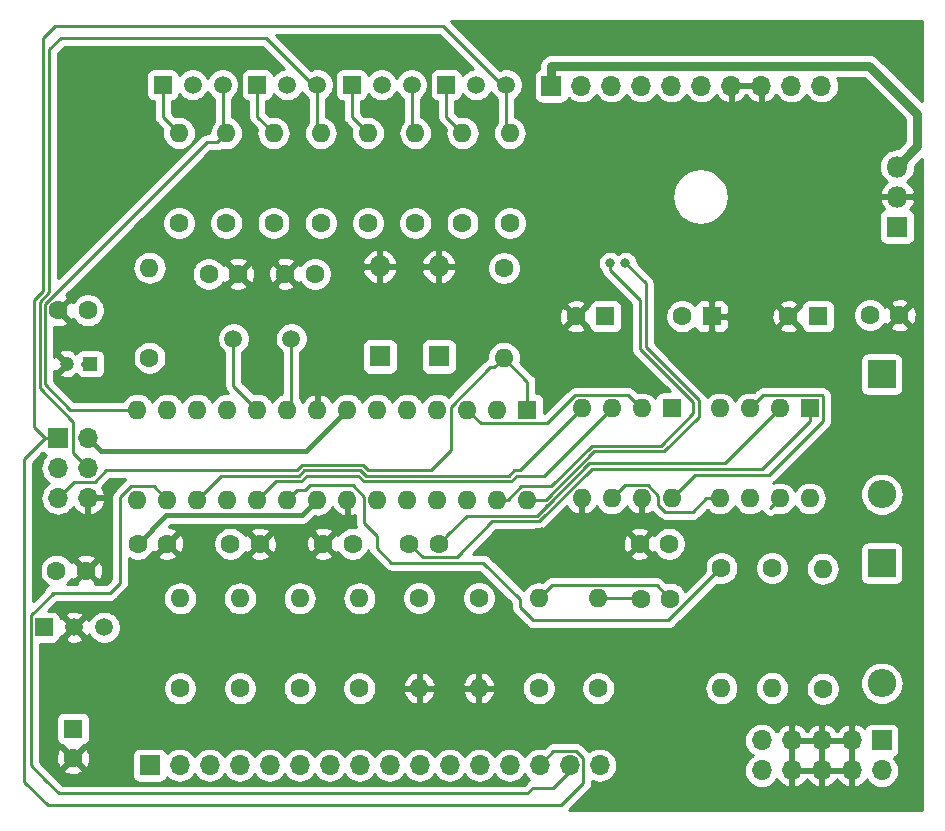
<source format=gbl>
G04 #@! TF.GenerationSoftware,KiCad,Pcbnew,(5.1.2)-1*
G04 #@! TF.CreationDate,2020-08-05T13:24:30-07:00*
G04 #@! TF.ProjectId,kicad-cpu-board,6b696361-642d-4637-9075-2d626f617264,rev?*
G04 #@! TF.SameCoordinates,Original*
G04 #@! TF.FileFunction,Copper,L2,Bot*
G04 #@! TF.FilePolarity,Positive*
%FSLAX46Y46*%
G04 Gerber Fmt 4.6, Leading zero omitted, Abs format (unit mm)*
G04 Created by KiCad (PCBNEW (5.1.2)-1) date 2020-08-05 13:24:30*
%MOMM*%
%LPD*%
G04 APERTURE LIST*
%ADD10C,1.520000*%
%ADD11R,1.520000X1.520000*%
%ADD12C,1.600000*%
%ADD13O,1.600000X1.600000*%
%ADD14R,1.700000X1.700000*%
%ADD15O,1.700000X1.700000*%
%ADD16R,1.600000X1.600000*%
%ADD17C,1.200000*%
%ADD18R,1.200000X1.200000*%
%ADD19O,1.800000X1.800000*%
%ADD20R,1.800000X1.800000*%
%ADD21R,2.400000X2.400000*%
%ADD22O,2.400000X2.400000*%
%ADD23C,1.500000*%
%ADD24C,4.000000*%
%ADD25C,0.800000*%
%ADD26C,0.250000*%
%ADD27C,0.400000*%
%ADD28C,0.800000*%
%ADD29C,0.254000*%
G04 APERTURE END LIST*
D10*
X29611320Y-95415100D03*
X32151320Y-95415100D03*
D11*
X27071320Y-95415100D03*
D10*
X55647700Y-49500000D03*
X58187700Y-49500000D03*
D11*
X53107700Y-49500000D03*
D10*
X39647700Y-49500000D03*
X42187700Y-49500000D03*
D11*
X37107700Y-49500000D03*
D10*
X47647700Y-49500000D03*
X50187700Y-49500000D03*
D11*
X45107700Y-49500000D03*
D10*
X63647700Y-49500000D03*
X66187700Y-49500000D03*
D11*
X61107700Y-49500000D03*
D12*
X80086840Y-93002100D03*
X77586840Y-93002100D03*
X88713530Y-90421460D03*
D13*
X88713530Y-100581460D03*
D12*
X93000000Y-100621460D03*
D13*
X93000000Y-90461460D03*
D12*
X84427060Y-90421460D03*
D13*
X84427060Y-100581460D03*
D14*
X36007040Y-107099100D03*
D15*
X38547040Y-107099100D03*
X41087040Y-107099100D03*
X43627040Y-107099100D03*
X46167040Y-107099100D03*
X48707040Y-107099100D03*
X51247040Y-107099100D03*
X53787040Y-107099100D03*
X56327040Y-107099100D03*
X58867040Y-107099100D03*
X61407040Y-107099100D03*
X63947040Y-107099100D03*
X66487040Y-107099100D03*
X69027040Y-107099100D03*
X71567040Y-107099100D03*
X74107040Y-107099100D03*
D16*
X80200000Y-76900000D03*
D13*
X72580000Y-84520000D03*
X77660000Y-76900000D03*
X75120000Y-84520000D03*
X75120000Y-76900000D03*
X77660000Y-84520000D03*
X72580000Y-76900000D03*
X80200000Y-84520000D03*
D12*
X97000000Y-69000000D03*
X99500000Y-69000000D03*
X30625001Y-90625001D03*
X28125001Y-90625001D03*
D13*
X68000000Y-84620000D03*
X34980000Y-77000000D03*
X65460000Y-84620000D03*
X37520000Y-77000000D03*
X62920000Y-84620000D03*
X40060000Y-77000000D03*
X60380000Y-84620000D03*
X42600000Y-77000000D03*
X57840000Y-84620000D03*
X45140000Y-77000000D03*
X55300000Y-84620000D03*
X47680000Y-77000000D03*
X52760000Y-84620000D03*
X50220000Y-77000000D03*
X50220000Y-84620000D03*
X52760000Y-77000000D03*
X47680000Y-84620000D03*
X55300000Y-77000000D03*
X45140000Y-84620000D03*
X57840000Y-77000000D03*
X42600000Y-84620000D03*
X60380000Y-77000000D03*
X40060000Y-84620000D03*
X62920000Y-77000000D03*
X37520000Y-84620000D03*
X65460000Y-77000000D03*
X34980000Y-84620000D03*
D16*
X68000000Y-77000000D03*
D12*
X72100000Y-69100000D03*
D16*
X74600000Y-69100000D03*
D17*
X29000000Y-73100000D03*
D18*
X31000000Y-73100000D03*
D12*
X80000000Y-88350000D03*
X77500000Y-88350000D03*
X45350000Y-88350000D03*
X42850000Y-88350000D03*
X50000000Y-65500000D03*
X47500000Y-65500000D03*
X53200000Y-88350000D03*
X50700000Y-88350000D03*
X41000000Y-65500000D03*
X43500000Y-65500000D03*
D16*
X29525000Y-104000000D03*
D12*
X29525000Y-106500000D03*
X90100000Y-69100000D03*
D16*
X92600000Y-69100000D03*
X83600000Y-69100000D03*
D12*
X81100000Y-69100000D03*
X30775000Y-68600000D03*
X28275000Y-68600000D03*
X37500000Y-88350000D03*
X35000000Y-88350000D03*
X58000000Y-88350000D03*
X60500000Y-88350000D03*
D19*
X60500000Y-64880000D03*
D20*
X60500000Y-72500000D03*
X55500000Y-72500000D03*
D19*
X55500000Y-64880000D03*
D21*
X98000000Y-74000000D03*
D22*
X98000000Y-84160000D03*
X98000000Y-100160000D03*
D21*
X98000000Y-90000000D03*
D15*
X30790000Y-84480000D03*
X28250000Y-84480000D03*
X30790000Y-81940000D03*
X28250000Y-81940000D03*
X30790000Y-79400000D03*
D14*
X28250000Y-79400000D03*
D15*
X92875993Y-49594547D03*
X90335993Y-49594547D03*
X87795993Y-49594547D03*
X85255993Y-49594547D03*
X82715993Y-49594547D03*
X80175993Y-49594547D03*
X77635993Y-49594547D03*
X75095993Y-49594547D03*
X72555993Y-49594547D03*
D14*
X70015993Y-49594547D03*
D15*
X87840000Y-107540000D03*
X87840000Y-105000000D03*
X90380000Y-107540000D03*
X90380000Y-105000000D03*
X92920000Y-107540000D03*
X92920000Y-105000000D03*
X95460000Y-107540000D03*
X95460000Y-105000000D03*
X98000000Y-107540000D03*
D14*
X98000000Y-105000000D03*
D12*
X36000000Y-72600000D03*
D13*
X36000000Y-64980000D03*
D12*
X66000000Y-65000000D03*
D13*
X66000000Y-72620000D03*
D12*
X38600000Y-100600000D03*
D13*
X38600000Y-92980000D03*
X62500000Y-53580000D03*
D12*
X62500000Y-61200000D03*
D13*
X66500000Y-53580000D03*
D12*
X66500000Y-61200000D03*
X46500000Y-61200000D03*
D13*
X46500000Y-53580000D03*
X50500000Y-53580000D03*
D12*
X50500000Y-61200000D03*
D13*
X43657142Y-92980000D03*
D12*
X43657142Y-100600000D03*
D13*
X38500000Y-53580000D03*
D12*
X38500000Y-61200000D03*
X42500000Y-61200000D03*
D13*
X42500000Y-53580000D03*
X54500000Y-53580000D03*
D12*
X54500000Y-61200000D03*
X58500000Y-61200000D03*
D13*
X58500000Y-53580000D03*
X48714284Y-92980000D03*
D12*
X48714284Y-100600000D03*
X58828568Y-92950000D03*
D13*
X58828568Y-100570000D03*
X53771426Y-92980000D03*
D12*
X53771426Y-100600000D03*
X74000000Y-100600000D03*
D13*
X74000000Y-92980000D03*
X63885710Y-100570000D03*
D12*
X63885710Y-92950000D03*
X68942852Y-100600000D03*
D13*
X68942852Y-92980000D03*
D19*
X99300000Y-56420000D03*
X99300000Y-58960000D03*
D20*
X99300000Y-61500000D03*
D13*
X91900000Y-84520000D03*
X84280000Y-76900000D03*
X89360000Y-84520000D03*
X86820000Y-76900000D03*
X86820000Y-84520000D03*
X89360000Y-76900000D03*
X84280000Y-84520000D03*
D16*
X91900000Y-76900000D03*
D23*
X43100000Y-71000000D03*
X48000000Y-71000000D03*
D24*
X69257841Y-88951633D03*
D25*
X75000000Y-64600000D03*
X76300000Y-64600000D03*
D26*
X28332500Y-68657500D02*
X28275000Y-68600000D01*
D27*
X30600000Y-73100000D02*
X30332500Y-73100000D01*
X52760000Y-77000000D02*
X49260000Y-80500000D01*
X31890000Y-80500000D02*
X30790000Y-79400000D01*
X49260000Y-80500000D02*
X31890000Y-80500000D01*
D28*
X96922272Y-47922272D02*
X73372998Y-47922272D01*
X101000000Y-52000000D02*
X96922272Y-47922272D01*
X101000000Y-54720000D02*
X101000000Y-52000000D01*
X99300000Y-56420000D02*
X101000000Y-54720000D01*
X70038268Y-47922272D02*
X71500000Y-47922272D01*
X70015993Y-47944547D02*
X70038268Y-47922272D01*
X70015993Y-49594547D02*
X70015993Y-47944547D01*
X73372998Y-47922272D02*
X71500000Y-47922272D01*
X71500000Y-47922272D02*
X71377728Y-47922272D01*
D27*
X49420001Y-85419999D02*
X50220000Y-84620000D01*
X48919999Y-85920001D02*
X49420001Y-85419999D01*
X37429999Y-85920001D02*
X48919999Y-85920001D01*
X35000000Y-88350000D02*
X37429999Y-85920001D01*
D26*
X68507579Y-94846140D02*
X79921100Y-94846140D01*
X67367840Y-93706401D02*
X68507579Y-94846140D01*
X79921100Y-94846140D02*
X84427060Y-90340180D01*
X67367840Y-93069990D02*
X67367840Y-93706401D01*
X64247859Y-89950009D02*
X67367840Y-93069990D01*
X84427060Y-90340180D02*
X82889920Y-91877320D01*
X56465011Y-89950009D02*
X64247859Y-89950009D01*
X55257611Y-88742609D02*
X56465011Y-89950009D01*
X55257611Y-87703571D02*
X55257611Y-88742609D01*
X54174999Y-86620959D02*
X55257611Y-87703571D01*
X48479999Y-83820001D02*
X49206997Y-83820001D01*
X47680000Y-84620000D02*
X48479999Y-83820001D01*
X49206997Y-83820001D02*
X49631999Y-83394999D01*
X49631999Y-83394999D02*
X53200001Y-83394999D01*
X53200001Y-83394999D02*
X54174999Y-84369997D01*
X54174999Y-84369997D02*
X54174999Y-86620959D01*
X48000000Y-76680000D02*
X47680000Y-77000000D01*
X48000000Y-71000000D02*
X48000000Y-76680000D01*
X43100000Y-74960000D02*
X45140000Y-77000000D01*
X43100000Y-71000000D02*
X43100000Y-74960000D01*
X58000000Y-88350000D02*
X59125001Y-89475001D01*
X65024991Y-86450010D02*
X62000000Y-89475001D01*
X87850000Y-82000000D02*
X73434998Y-82000000D01*
X68984987Y-86450010D02*
X65024991Y-86450010D01*
X91900000Y-77950000D02*
X87850000Y-82000000D01*
X73434998Y-82000000D02*
X68984987Y-86450010D01*
X91900000Y-76900000D02*
X91900000Y-77950000D01*
X59125001Y-89475001D02*
X62000000Y-89475001D01*
X73248597Y-81549991D02*
X69728576Y-85070011D01*
X69728576Y-85070011D02*
X69566399Y-85070011D01*
X84710010Y-81549990D02*
X73248597Y-81549991D01*
X89360000Y-76900000D02*
X84710010Y-81549990D01*
X62850000Y-86000000D02*
X61299999Y-87550001D01*
X61299999Y-87550001D02*
X60500000Y-88350000D01*
X68798587Y-86000000D02*
X62850000Y-86000000D01*
X69728576Y-85070011D02*
X68798587Y-86000000D01*
X69742851Y-92180001D02*
X68942852Y-92980000D01*
X70067853Y-91854999D02*
X69742851Y-92180001D01*
X78939739Y-91854999D02*
X70067853Y-91854999D01*
X80086840Y-93002100D02*
X78939739Y-91854999D01*
X89360000Y-84520000D02*
X88560001Y-85319999D01*
X77564740Y-92980000D02*
X77586840Y-93002100D01*
X74000000Y-92980000D02*
X77564740Y-92980000D01*
X29099999Y-83630001D02*
X28250000Y-84480000D01*
X29614999Y-83115001D02*
X29099999Y-83630001D01*
X32324036Y-82144966D02*
X31354001Y-83115001D01*
X31354001Y-83115001D02*
X29614999Y-83115001D01*
X48934399Y-81694955D02*
X48484388Y-82144966D01*
X54045601Y-81694955D02*
X48934399Y-81694955D01*
X54495611Y-82144966D02*
X54045601Y-81694955D01*
X48484388Y-82144966D02*
X32324036Y-82144966D01*
X61505001Y-80439965D02*
X59800000Y-82144966D01*
X61505001Y-76749997D02*
X61505001Y-80439965D01*
X64834999Y-73419999D02*
X61505001Y-76749997D01*
X65200001Y-73419999D02*
X64834999Y-73419999D01*
X66000000Y-72620000D02*
X65200001Y-73419999D01*
X59800000Y-82144966D02*
X54495611Y-82144966D01*
X68000000Y-74620000D02*
X68000000Y-77000000D01*
X66000000Y-72620000D02*
X68000000Y-74620000D01*
X29514999Y-80664999D02*
X29514999Y-78014999D01*
X30790000Y-81940000D02*
X29514999Y-80664999D01*
X49540000Y-49200000D02*
X45840000Y-45500000D01*
X49540000Y-49500000D02*
X49540000Y-49200000D01*
X45840000Y-45500000D02*
X28500000Y-45500000D01*
X27500000Y-46500000D02*
X27500000Y-67073587D01*
X28500000Y-45500000D02*
X27500000Y-46500000D01*
X27500000Y-67073587D02*
X26699988Y-67873599D01*
X26699988Y-67873599D02*
X26699988Y-75199988D01*
X26699988Y-75199988D02*
X29514999Y-78014999D01*
X72580000Y-76900000D02*
X67335034Y-82144966D01*
X67335034Y-82144966D02*
X66900799Y-82144966D01*
X66900799Y-82144966D02*
X66450789Y-82594977D01*
X49120799Y-82144966D02*
X48670789Y-82594977D01*
X53859201Y-82144966D02*
X49120799Y-82144966D01*
X54309211Y-82594977D02*
X53859201Y-82144966D01*
X40859999Y-83820001D02*
X40060000Y-84620000D01*
X48670789Y-82594977D02*
X42085023Y-82594977D01*
X42085023Y-82594977D02*
X40859999Y-83820001D01*
X66450789Y-82594977D02*
X54309211Y-82594977D01*
X50187700Y-53267700D02*
X50500000Y-53580000D01*
X50187700Y-49500000D02*
X50187700Y-53267700D01*
X48857188Y-83044988D02*
X46715012Y-83044988D01*
X66637188Y-83044988D02*
X54122811Y-83044988D01*
X69425023Y-82594977D02*
X67087199Y-82594977D01*
X46715012Y-83044988D02*
X45939999Y-83820001D01*
X53672801Y-82594977D02*
X49307199Y-82594977D01*
X67087199Y-82594977D02*
X66637188Y-83044988D01*
X75120000Y-76900000D02*
X69425023Y-82594977D01*
X45939999Y-83820001D02*
X45140000Y-84620000D01*
X49307199Y-82594977D02*
X48857188Y-83044988D01*
X54122811Y-83044988D02*
X53672801Y-82594977D01*
X58187700Y-53267700D02*
X58500000Y-53580000D01*
X58187700Y-49500000D02*
X58187700Y-53267700D01*
X28000000Y-44500000D02*
X60840000Y-44500000D01*
X28250000Y-79400000D02*
X27150000Y-79400000D01*
X65540000Y-49200000D02*
X65540000Y-49500000D01*
X26249977Y-78499977D02*
X26249977Y-67687199D01*
X60840000Y-44500000D02*
X65540000Y-49200000D01*
X27000000Y-66937177D02*
X27000000Y-45500000D01*
X27000000Y-45500000D02*
X28000000Y-44500000D01*
X27150000Y-79400000D02*
X26249977Y-78499977D01*
X26249977Y-67687199D02*
X27000000Y-66937177D01*
X27150000Y-79400000D02*
X25374990Y-81175010D01*
X25374990Y-81175010D02*
X25374990Y-108500000D01*
X25374990Y-108500000D02*
X27374990Y-110500000D01*
X72742041Y-108608559D02*
X70850600Y-110500000D01*
X72131041Y-105924099D02*
X72742041Y-106535099D01*
X70202041Y-105924099D02*
X72131041Y-105924099D01*
X69027040Y-107099100D02*
X70202041Y-105924099D01*
X72742041Y-106535099D02*
X72742041Y-108608559D01*
X27374990Y-110500000D02*
X70850600Y-110500000D01*
X66187700Y-53267700D02*
X66500000Y-53580000D01*
X66187700Y-49500000D02*
X66187700Y-53267700D01*
X65460000Y-84620000D02*
X66334998Y-84620000D01*
X66334998Y-84620000D02*
X67459999Y-83494999D01*
X67459999Y-83494999D02*
X70030767Y-83494999D01*
X79317007Y-80049991D02*
X82049989Y-77317009D01*
X73475775Y-80049991D02*
X79317007Y-80049991D01*
X70030767Y-83494999D02*
X73475775Y-80049991D01*
X77549989Y-71884987D02*
X77549989Y-71500000D01*
X82049989Y-76384987D02*
X77549989Y-71884987D01*
X82049989Y-77317009D02*
X82049989Y-76384987D01*
X77549989Y-67715674D02*
X77549989Y-68200000D01*
X75000000Y-65165685D02*
X77549989Y-67715674D01*
X75000000Y-64600000D02*
X75000000Y-65165685D01*
X77549989Y-71500000D02*
X77549989Y-68200000D01*
X77549989Y-68200000D02*
X77549989Y-68049989D01*
X69542176Y-84620000D02*
X73662176Y-80500000D01*
X68000000Y-84620000D02*
X69542176Y-84620000D01*
X79601413Y-80500000D02*
X73662176Y-80500000D01*
X82500000Y-77601413D02*
X79601413Y-80500000D01*
X82500000Y-76198587D02*
X82500000Y-76500000D01*
X78000000Y-71698587D02*
X82500000Y-76198587D01*
X82500000Y-76500000D02*
X82500000Y-77601413D01*
X78000000Y-67813002D02*
X78000000Y-71698587D01*
X78000000Y-67813002D02*
X78000000Y-66300000D01*
X78000000Y-66300000D02*
X76300000Y-64600000D01*
X70170540Y-109000000D02*
X72075993Y-107094547D01*
X68500000Y-109000000D02*
X70170540Y-109000000D01*
X37520000Y-84620000D02*
X36394999Y-83494999D01*
X68000000Y-109500000D02*
X68500000Y-109000000D01*
X33500000Y-91663002D02*
X32663002Y-92500000D01*
X34439999Y-83494999D02*
X33500000Y-84434998D01*
X36394999Y-83494999D02*
X34439999Y-83494999D01*
X33500000Y-84434998D02*
X33500000Y-91663002D01*
X28363589Y-109500000D02*
X68000000Y-109500000D01*
X25986319Y-107122729D02*
X27272655Y-108409065D01*
X27881418Y-92500000D02*
X25986319Y-94395099D01*
X28045860Y-92500000D02*
X27881418Y-92500000D01*
X25986319Y-94395099D02*
X25986319Y-107122729D01*
X28045860Y-92500000D02*
X27765560Y-92500000D01*
X32663002Y-92500000D02*
X28045860Y-92500000D01*
X27272655Y-108409065D02*
X28363589Y-109500000D01*
X61107700Y-52187700D02*
X61107700Y-49500000D01*
X62500000Y-53580000D02*
X61107700Y-52187700D01*
X45107700Y-52187700D02*
X46500000Y-53580000D01*
X45107700Y-49500000D02*
X45107700Y-52187700D01*
X37107700Y-52187700D02*
X38500000Y-53580000D01*
X37107700Y-49500000D02*
X37107700Y-52187700D01*
X33848630Y-77000000D02*
X34980000Y-77000000D01*
X31530998Y-77000000D02*
X31700000Y-77000000D01*
X31700000Y-77000000D02*
X33848630Y-77000000D01*
X41700001Y-54379999D02*
X42500000Y-53580000D01*
X40829999Y-54379999D02*
X41700001Y-54379999D01*
X27149999Y-68059999D02*
X40829999Y-54379999D01*
X27149999Y-74849999D02*
X27149999Y-68059999D01*
X31700000Y-77000000D02*
X29300000Y-77000000D01*
X29300000Y-77000000D02*
X27149999Y-74849999D01*
X42187700Y-53267700D02*
X42500000Y-53580000D01*
X42187700Y-49500000D02*
X42187700Y-53267700D01*
X53107700Y-52187700D02*
X54500000Y-53580000D01*
X53107700Y-49500000D02*
X53107700Y-52187700D01*
X93025001Y-77960001D02*
X88485002Y-82500000D01*
X93025001Y-75839999D02*
X93025001Y-77960001D01*
X92960001Y-75774999D02*
X93025001Y-75839999D01*
X86820000Y-76900000D02*
X87945001Y-75774999D01*
X87945001Y-75774999D02*
X92960001Y-75774999D01*
X82220000Y-82500000D02*
X80200000Y-84520000D01*
X88485002Y-82500000D02*
X82220000Y-82500000D01*
X75919999Y-83720001D02*
X75120000Y-84520000D01*
X78200001Y-83394999D02*
X76245001Y-83394999D01*
X79074999Y-84269997D02*
X78200001Y-83394999D01*
X79074999Y-85060001D02*
X79074999Y-84269997D01*
X79659999Y-85645001D02*
X79074999Y-85060001D01*
X82023629Y-85645001D02*
X79659999Y-85645001D01*
X76245001Y-83394999D02*
X75919999Y-83720001D01*
X83148630Y-84520000D02*
X82023629Y-85645001D01*
X84280000Y-84520000D02*
X83148630Y-84520000D01*
X76534999Y-75774999D02*
X77341795Y-76581795D01*
X72039999Y-75774999D02*
X76534999Y-75774999D01*
X69689997Y-78125001D02*
X72039999Y-75774999D01*
X64045001Y-78125001D02*
X69689997Y-78125001D01*
X62920000Y-77000000D02*
X64045001Y-78125001D01*
D29*
G36*
X101373000Y-50909289D02*
G01*
X97690079Y-47226369D01*
X97657668Y-47186876D01*
X97500069Y-47057538D01*
X97320265Y-46961431D01*
X97125167Y-46902248D01*
X96973110Y-46887272D01*
X96973100Y-46887272D01*
X96922272Y-46882266D01*
X96871444Y-46887272D01*
X70089103Y-46887272D01*
X70038268Y-46882265D01*
X69987433Y-46887272D01*
X69987430Y-46887272D01*
X69835373Y-46902248D01*
X69640275Y-46961431D01*
X69460471Y-47057538D01*
X69302872Y-47186876D01*
X69292829Y-47199113D01*
X69280598Y-47209151D01*
X69248191Y-47248639D01*
X69248190Y-47248640D01*
X69151259Y-47366750D01*
X69055153Y-47546554D01*
X68995970Y-47741652D01*
X68975987Y-47944547D01*
X68980994Y-47995384D01*
X68980994Y-48137093D01*
X68921813Y-48155045D01*
X68811499Y-48214010D01*
X68714808Y-48293362D01*
X68635456Y-48390053D01*
X68576491Y-48500367D01*
X68540181Y-48620065D01*
X68527921Y-48744547D01*
X68527921Y-50444547D01*
X68540181Y-50569029D01*
X68576491Y-50688727D01*
X68635456Y-50799041D01*
X68714808Y-50895732D01*
X68811499Y-50975084D01*
X68921813Y-51034049D01*
X69041511Y-51070359D01*
X69165993Y-51082619D01*
X70865993Y-51082619D01*
X70990475Y-51070359D01*
X71110173Y-51034049D01*
X71220487Y-50975084D01*
X71317178Y-50895732D01*
X71396530Y-50799041D01*
X71455495Y-50688727D01*
X71476386Y-50619860D01*
X71500859Y-50649681D01*
X71726979Y-50835253D01*
X71984959Y-50973146D01*
X72264882Y-51058060D01*
X72483043Y-51079547D01*
X72628943Y-51079547D01*
X72847104Y-51058060D01*
X73127027Y-50973146D01*
X73385007Y-50835253D01*
X73611127Y-50649681D01*
X73796699Y-50423561D01*
X73825993Y-50368756D01*
X73855287Y-50423561D01*
X74040859Y-50649681D01*
X74266979Y-50835253D01*
X74524959Y-50973146D01*
X74804882Y-51058060D01*
X75023043Y-51079547D01*
X75168943Y-51079547D01*
X75387104Y-51058060D01*
X75667027Y-50973146D01*
X75925007Y-50835253D01*
X76151127Y-50649681D01*
X76336699Y-50423561D01*
X76365993Y-50368756D01*
X76395287Y-50423561D01*
X76580859Y-50649681D01*
X76806979Y-50835253D01*
X77064959Y-50973146D01*
X77344882Y-51058060D01*
X77563043Y-51079547D01*
X77708943Y-51079547D01*
X77927104Y-51058060D01*
X78207027Y-50973146D01*
X78465007Y-50835253D01*
X78691127Y-50649681D01*
X78876699Y-50423561D01*
X78905993Y-50368756D01*
X78935287Y-50423561D01*
X79120859Y-50649681D01*
X79346979Y-50835253D01*
X79604959Y-50973146D01*
X79884882Y-51058060D01*
X80103043Y-51079547D01*
X80248943Y-51079547D01*
X80467104Y-51058060D01*
X80747027Y-50973146D01*
X81005007Y-50835253D01*
X81231127Y-50649681D01*
X81416699Y-50423561D01*
X81445993Y-50368756D01*
X81475287Y-50423561D01*
X81660859Y-50649681D01*
X81886979Y-50835253D01*
X82144959Y-50973146D01*
X82424882Y-51058060D01*
X82643043Y-51079547D01*
X82788943Y-51079547D01*
X83007104Y-51058060D01*
X83287027Y-50973146D01*
X83545007Y-50835253D01*
X83771127Y-50649681D01*
X83956699Y-50423561D01*
X83991194Y-50359024D01*
X84060815Y-50475902D01*
X84255724Y-50692135D01*
X84489073Y-50866188D01*
X84751894Y-50991372D01*
X84899103Y-51036023D01*
X85128993Y-50914702D01*
X85128993Y-49721547D01*
X85382993Y-49721547D01*
X85382993Y-50914702D01*
X85612883Y-51036023D01*
X85760092Y-50991372D01*
X86022913Y-50866188D01*
X86256262Y-50692135D01*
X86451171Y-50475902D01*
X86525993Y-50350292D01*
X86600815Y-50475902D01*
X86795724Y-50692135D01*
X87029073Y-50866188D01*
X87291894Y-50991372D01*
X87439103Y-51036023D01*
X87668993Y-50914702D01*
X87668993Y-49721547D01*
X85382993Y-49721547D01*
X85128993Y-49721547D01*
X85108993Y-49721547D01*
X85108993Y-49467547D01*
X85128993Y-49467547D01*
X85128993Y-49447547D01*
X85382993Y-49447547D01*
X85382993Y-49467547D01*
X87668993Y-49467547D01*
X87668993Y-49447547D01*
X87922993Y-49447547D01*
X87922993Y-49467547D01*
X87942993Y-49467547D01*
X87942993Y-49721547D01*
X87922993Y-49721547D01*
X87922993Y-50914702D01*
X88152883Y-51036023D01*
X88300092Y-50991372D01*
X88562913Y-50866188D01*
X88796262Y-50692135D01*
X88991171Y-50475902D01*
X89060792Y-50359024D01*
X89095287Y-50423561D01*
X89280859Y-50649681D01*
X89506979Y-50835253D01*
X89764959Y-50973146D01*
X90044882Y-51058060D01*
X90263043Y-51079547D01*
X90408943Y-51079547D01*
X90627104Y-51058060D01*
X90907027Y-50973146D01*
X91165007Y-50835253D01*
X91391127Y-50649681D01*
X91576699Y-50423561D01*
X91605993Y-50368756D01*
X91635287Y-50423561D01*
X91820859Y-50649681D01*
X92046979Y-50835253D01*
X92304959Y-50973146D01*
X92584882Y-51058060D01*
X92803043Y-51079547D01*
X92948943Y-51079547D01*
X93167104Y-51058060D01*
X93447027Y-50973146D01*
X93705007Y-50835253D01*
X93931127Y-50649681D01*
X94116699Y-50423561D01*
X94254592Y-50165581D01*
X94339506Y-49885658D01*
X94368178Y-49594547D01*
X94339506Y-49303436D01*
X94254592Y-49023513D01*
X94219185Y-48957272D01*
X96493562Y-48957272D01*
X99965001Y-52428712D01*
X99965000Y-54291289D01*
X99371290Y-54885000D01*
X99224592Y-54885000D01*
X98999087Y-54907210D01*
X98709739Y-54994983D01*
X98443073Y-55137519D01*
X98209339Y-55329339D01*
X98017519Y-55563073D01*
X97874983Y-55829739D01*
X97787210Y-56119087D01*
X97757573Y-56420000D01*
X97787210Y-56720913D01*
X97874983Y-57010261D01*
X98017519Y-57276927D01*
X98209339Y-57510661D01*
X98437142Y-57697614D01*
X98262884Y-57828351D01*
X98062038Y-58052427D01*
X97908766Y-58311380D01*
X97808959Y-58595259D01*
X97929008Y-58833000D01*
X99173000Y-58833000D01*
X99173000Y-58813000D01*
X99427000Y-58813000D01*
X99427000Y-58833000D01*
X100670992Y-58833000D01*
X100791041Y-58595259D01*
X100691234Y-58311380D01*
X100537962Y-58052427D01*
X100337116Y-57828351D01*
X100162858Y-57697614D01*
X100390661Y-57510661D01*
X100582481Y-57276927D01*
X100725017Y-57010261D01*
X100812790Y-56720913D01*
X100842427Y-56420000D01*
X100835369Y-56348341D01*
X101373000Y-55810711D01*
X101373000Y-110873000D01*
X71552401Y-110873000D01*
X73253044Y-109172358D01*
X73282042Y-109148560D01*
X73377015Y-109032835D01*
X73447587Y-108900806D01*
X73491044Y-108757545D01*
X73502041Y-108645892D01*
X73505718Y-108608559D01*
X73502041Y-108571226D01*
X73502041Y-108459544D01*
X73536006Y-108477699D01*
X73815929Y-108562613D01*
X74034090Y-108584100D01*
X74179990Y-108584100D01*
X74398151Y-108562613D01*
X74678074Y-108477699D01*
X74936054Y-108339806D01*
X75162174Y-108154234D01*
X75347746Y-107928114D01*
X75485639Y-107670134D01*
X75570553Y-107390211D01*
X75599225Y-107099100D01*
X75570553Y-106807989D01*
X75485639Y-106528066D01*
X75347746Y-106270086D01*
X75162174Y-106043966D01*
X74936054Y-105858394D01*
X74678074Y-105720501D01*
X74398151Y-105635587D01*
X74179990Y-105614100D01*
X74034090Y-105614100D01*
X73815929Y-105635587D01*
X73536006Y-105720501D01*
X73278026Y-105858394D01*
X73202292Y-105920547D01*
X72694844Y-105413101D01*
X72671042Y-105384098D01*
X72555317Y-105289125D01*
X72423288Y-105218553D01*
X72280027Y-105175096D01*
X72168374Y-105164099D01*
X72168363Y-105164099D01*
X72131041Y-105160423D01*
X72093719Y-105164099D01*
X70239363Y-105164099D01*
X70202040Y-105160423D01*
X70164717Y-105164099D01*
X70164708Y-105164099D01*
X70053055Y-105175096D01*
X69909794Y-105218553D01*
X69777765Y-105289125D01*
X69662040Y-105384098D01*
X69638242Y-105413096D01*
X69393035Y-105658303D01*
X69318151Y-105635587D01*
X69099990Y-105614100D01*
X68954090Y-105614100D01*
X68735929Y-105635587D01*
X68456006Y-105720501D01*
X68198026Y-105858394D01*
X67971906Y-106043966D01*
X67786334Y-106270086D01*
X67757040Y-106324891D01*
X67727746Y-106270086D01*
X67542174Y-106043966D01*
X67316054Y-105858394D01*
X67058074Y-105720501D01*
X66778151Y-105635587D01*
X66559990Y-105614100D01*
X66414090Y-105614100D01*
X66195929Y-105635587D01*
X65916006Y-105720501D01*
X65658026Y-105858394D01*
X65431906Y-106043966D01*
X65246334Y-106270086D01*
X65217040Y-106324891D01*
X65187746Y-106270086D01*
X65002174Y-106043966D01*
X64776054Y-105858394D01*
X64518074Y-105720501D01*
X64238151Y-105635587D01*
X64019990Y-105614100D01*
X63874090Y-105614100D01*
X63655929Y-105635587D01*
X63376006Y-105720501D01*
X63118026Y-105858394D01*
X62891906Y-106043966D01*
X62706334Y-106270086D01*
X62677040Y-106324891D01*
X62647746Y-106270086D01*
X62462174Y-106043966D01*
X62236054Y-105858394D01*
X61978074Y-105720501D01*
X61698151Y-105635587D01*
X61479990Y-105614100D01*
X61334090Y-105614100D01*
X61115929Y-105635587D01*
X60836006Y-105720501D01*
X60578026Y-105858394D01*
X60351906Y-106043966D01*
X60166334Y-106270086D01*
X60137040Y-106324891D01*
X60107746Y-106270086D01*
X59922174Y-106043966D01*
X59696054Y-105858394D01*
X59438074Y-105720501D01*
X59158151Y-105635587D01*
X58939990Y-105614100D01*
X58794090Y-105614100D01*
X58575929Y-105635587D01*
X58296006Y-105720501D01*
X58038026Y-105858394D01*
X57811906Y-106043966D01*
X57626334Y-106270086D01*
X57597040Y-106324891D01*
X57567746Y-106270086D01*
X57382174Y-106043966D01*
X57156054Y-105858394D01*
X56898074Y-105720501D01*
X56618151Y-105635587D01*
X56399990Y-105614100D01*
X56254090Y-105614100D01*
X56035929Y-105635587D01*
X55756006Y-105720501D01*
X55498026Y-105858394D01*
X55271906Y-106043966D01*
X55086334Y-106270086D01*
X55057040Y-106324891D01*
X55027746Y-106270086D01*
X54842174Y-106043966D01*
X54616054Y-105858394D01*
X54358074Y-105720501D01*
X54078151Y-105635587D01*
X53859990Y-105614100D01*
X53714090Y-105614100D01*
X53495929Y-105635587D01*
X53216006Y-105720501D01*
X52958026Y-105858394D01*
X52731906Y-106043966D01*
X52546334Y-106270086D01*
X52517040Y-106324891D01*
X52487746Y-106270086D01*
X52302174Y-106043966D01*
X52076054Y-105858394D01*
X51818074Y-105720501D01*
X51538151Y-105635587D01*
X51319990Y-105614100D01*
X51174090Y-105614100D01*
X50955929Y-105635587D01*
X50676006Y-105720501D01*
X50418026Y-105858394D01*
X50191906Y-106043966D01*
X50006334Y-106270086D01*
X49977040Y-106324891D01*
X49947746Y-106270086D01*
X49762174Y-106043966D01*
X49536054Y-105858394D01*
X49278074Y-105720501D01*
X48998151Y-105635587D01*
X48779990Y-105614100D01*
X48634090Y-105614100D01*
X48415929Y-105635587D01*
X48136006Y-105720501D01*
X47878026Y-105858394D01*
X47651906Y-106043966D01*
X47466334Y-106270086D01*
X47437040Y-106324891D01*
X47407746Y-106270086D01*
X47222174Y-106043966D01*
X46996054Y-105858394D01*
X46738074Y-105720501D01*
X46458151Y-105635587D01*
X46239990Y-105614100D01*
X46094090Y-105614100D01*
X45875929Y-105635587D01*
X45596006Y-105720501D01*
X45338026Y-105858394D01*
X45111906Y-106043966D01*
X44926334Y-106270086D01*
X44897040Y-106324891D01*
X44867746Y-106270086D01*
X44682174Y-106043966D01*
X44456054Y-105858394D01*
X44198074Y-105720501D01*
X43918151Y-105635587D01*
X43699990Y-105614100D01*
X43554090Y-105614100D01*
X43335929Y-105635587D01*
X43056006Y-105720501D01*
X42798026Y-105858394D01*
X42571906Y-106043966D01*
X42386334Y-106270086D01*
X42357040Y-106324891D01*
X42327746Y-106270086D01*
X42142174Y-106043966D01*
X41916054Y-105858394D01*
X41658074Y-105720501D01*
X41378151Y-105635587D01*
X41159990Y-105614100D01*
X41014090Y-105614100D01*
X40795929Y-105635587D01*
X40516006Y-105720501D01*
X40258026Y-105858394D01*
X40031906Y-106043966D01*
X39846334Y-106270086D01*
X39817040Y-106324891D01*
X39787746Y-106270086D01*
X39602174Y-106043966D01*
X39376054Y-105858394D01*
X39118074Y-105720501D01*
X38838151Y-105635587D01*
X38619990Y-105614100D01*
X38474090Y-105614100D01*
X38255929Y-105635587D01*
X37976006Y-105720501D01*
X37718026Y-105858394D01*
X37491906Y-106043966D01*
X37467433Y-106073787D01*
X37446542Y-106004920D01*
X37387577Y-105894606D01*
X37308225Y-105797915D01*
X37211534Y-105718563D01*
X37101220Y-105659598D01*
X36981522Y-105623288D01*
X36857040Y-105611028D01*
X35157040Y-105611028D01*
X35032558Y-105623288D01*
X34912860Y-105659598D01*
X34802546Y-105718563D01*
X34705855Y-105797915D01*
X34626503Y-105894606D01*
X34567538Y-106004920D01*
X34531228Y-106124618D01*
X34518968Y-106249100D01*
X34518968Y-107949100D01*
X34531228Y-108073582D01*
X34567538Y-108193280D01*
X34626503Y-108303594D01*
X34705855Y-108400285D01*
X34802546Y-108479637D01*
X34912860Y-108538602D01*
X35032558Y-108574912D01*
X35157040Y-108587172D01*
X36857040Y-108587172D01*
X36981522Y-108574912D01*
X37101220Y-108538602D01*
X37211534Y-108479637D01*
X37308225Y-108400285D01*
X37387577Y-108303594D01*
X37446542Y-108193280D01*
X37467433Y-108124413D01*
X37491906Y-108154234D01*
X37718026Y-108339806D01*
X37976006Y-108477699D01*
X38255929Y-108562613D01*
X38474090Y-108584100D01*
X38619990Y-108584100D01*
X38838151Y-108562613D01*
X39118074Y-108477699D01*
X39376054Y-108339806D01*
X39602174Y-108154234D01*
X39787746Y-107928114D01*
X39817040Y-107873309D01*
X39846334Y-107928114D01*
X40031906Y-108154234D01*
X40258026Y-108339806D01*
X40516006Y-108477699D01*
X40795929Y-108562613D01*
X41014090Y-108584100D01*
X41159990Y-108584100D01*
X41378151Y-108562613D01*
X41658074Y-108477699D01*
X41916054Y-108339806D01*
X42142174Y-108154234D01*
X42327746Y-107928114D01*
X42357040Y-107873309D01*
X42386334Y-107928114D01*
X42571906Y-108154234D01*
X42798026Y-108339806D01*
X43056006Y-108477699D01*
X43335929Y-108562613D01*
X43554090Y-108584100D01*
X43699990Y-108584100D01*
X43918151Y-108562613D01*
X44198074Y-108477699D01*
X44456054Y-108339806D01*
X44682174Y-108154234D01*
X44867746Y-107928114D01*
X44897040Y-107873309D01*
X44926334Y-107928114D01*
X45111906Y-108154234D01*
X45338026Y-108339806D01*
X45596006Y-108477699D01*
X45875929Y-108562613D01*
X46094090Y-108584100D01*
X46239990Y-108584100D01*
X46458151Y-108562613D01*
X46738074Y-108477699D01*
X46996054Y-108339806D01*
X47222174Y-108154234D01*
X47407746Y-107928114D01*
X47437040Y-107873309D01*
X47466334Y-107928114D01*
X47651906Y-108154234D01*
X47878026Y-108339806D01*
X48136006Y-108477699D01*
X48415929Y-108562613D01*
X48634090Y-108584100D01*
X48779990Y-108584100D01*
X48998151Y-108562613D01*
X49278074Y-108477699D01*
X49536054Y-108339806D01*
X49762174Y-108154234D01*
X49947746Y-107928114D01*
X49977040Y-107873309D01*
X50006334Y-107928114D01*
X50191906Y-108154234D01*
X50418026Y-108339806D01*
X50676006Y-108477699D01*
X50955929Y-108562613D01*
X51174090Y-108584100D01*
X51319990Y-108584100D01*
X51538151Y-108562613D01*
X51818074Y-108477699D01*
X52076054Y-108339806D01*
X52302174Y-108154234D01*
X52487746Y-107928114D01*
X52517040Y-107873309D01*
X52546334Y-107928114D01*
X52731906Y-108154234D01*
X52958026Y-108339806D01*
X53216006Y-108477699D01*
X53495929Y-108562613D01*
X53714090Y-108584100D01*
X53859990Y-108584100D01*
X54078151Y-108562613D01*
X54358074Y-108477699D01*
X54616054Y-108339806D01*
X54842174Y-108154234D01*
X55027746Y-107928114D01*
X55057040Y-107873309D01*
X55086334Y-107928114D01*
X55271906Y-108154234D01*
X55498026Y-108339806D01*
X55756006Y-108477699D01*
X56035929Y-108562613D01*
X56254090Y-108584100D01*
X56399990Y-108584100D01*
X56618151Y-108562613D01*
X56898074Y-108477699D01*
X57156054Y-108339806D01*
X57382174Y-108154234D01*
X57567746Y-107928114D01*
X57597040Y-107873309D01*
X57626334Y-107928114D01*
X57811906Y-108154234D01*
X58038026Y-108339806D01*
X58296006Y-108477699D01*
X58575929Y-108562613D01*
X58794090Y-108584100D01*
X58939990Y-108584100D01*
X59158151Y-108562613D01*
X59438074Y-108477699D01*
X59696054Y-108339806D01*
X59922174Y-108154234D01*
X60107746Y-107928114D01*
X60137040Y-107873309D01*
X60166334Y-107928114D01*
X60351906Y-108154234D01*
X60578026Y-108339806D01*
X60836006Y-108477699D01*
X61115929Y-108562613D01*
X61334090Y-108584100D01*
X61479990Y-108584100D01*
X61698151Y-108562613D01*
X61978074Y-108477699D01*
X62236054Y-108339806D01*
X62462174Y-108154234D01*
X62647746Y-107928114D01*
X62677040Y-107873309D01*
X62706334Y-107928114D01*
X62891906Y-108154234D01*
X63118026Y-108339806D01*
X63376006Y-108477699D01*
X63655929Y-108562613D01*
X63874090Y-108584100D01*
X64019990Y-108584100D01*
X64238151Y-108562613D01*
X64518074Y-108477699D01*
X64776054Y-108339806D01*
X65002174Y-108154234D01*
X65187746Y-107928114D01*
X65217040Y-107873309D01*
X65246334Y-107928114D01*
X65431906Y-108154234D01*
X65658026Y-108339806D01*
X65916006Y-108477699D01*
X66195929Y-108562613D01*
X66414090Y-108584100D01*
X66559990Y-108584100D01*
X66778151Y-108562613D01*
X67058074Y-108477699D01*
X67316054Y-108339806D01*
X67542174Y-108154234D01*
X67727746Y-107928114D01*
X67757040Y-107873309D01*
X67786334Y-107928114D01*
X67971906Y-108154234D01*
X68168397Y-108315490D01*
X68075724Y-108365026D01*
X67959999Y-108459999D01*
X67936196Y-108489003D01*
X67685199Y-108740000D01*
X28678391Y-108740000D01*
X27836459Y-107898068D01*
X27836454Y-107898062D01*
X27431094Y-107492702D01*
X28711903Y-107492702D01*
X28783486Y-107736671D01*
X29038996Y-107857571D01*
X29313184Y-107926300D01*
X29595512Y-107940217D01*
X29875130Y-107898787D01*
X30141292Y-107803603D01*
X30266514Y-107736671D01*
X30338097Y-107492702D01*
X29525000Y-106679605D01*
X28711903Y-107492702D01*
X27431094Y-107492702D01*
X26746319Y-106807928D01*
X26746319Y-106570512D01*
X28084783Y-106570512D01*
X28126213Y-106850130D01*
X28221397Y-107116292D01*
X28288329Y-107241514D01*
X28532298Y-107313097D01*
X29345395Y-106500000D01*
X29704605Y-106500000D01*
X30517702Y-107313097D01*
X30761671Y-107241514D01*
X30882571Y-106986004D01*
X30951300Y-106711816D01*
X30965217Y-106429488D01*
X30923787Y-106149870D01*
X30828603Y-105883708D01*
X30761671Y-105758486D01*
X30517702Y-105686903D01*
X29704605Y-106500000D01*
X29345395Y-106500000D01*
X28532298Y-105686903D01*
X28288329Y-105758486D01*
X28167429Y-106013996D01*
X28098700Y-106288184D01*
X28084783Y-106570512D01*
X26746319Y-106570512D01*
X26746319Y-103200000D01*
X28086928Y-103200000D01*
X28086928Y-104800000D01*
X28099188Y-104924482D01*
X28135498Y-105044180D01*
X28194463Y-105154494D01*
X28273815Y-105251185D01*
X28370506Y-105330537D01*
X28480820Y-105389502D01*
X28600518Y-105425812D01*
X28725000Y-105438072D01*
X28732215Y-105438072D01*
X28711903Y-105507298D01*
X29525000Y-106320395D01*
X30338097Y-105507298D01*
X30317785Y-105438072D01*
X30325000Y-105438072D01*
X30449482Y-105425812D01*
X30569180Y-105389502D01*
X30679494Y-105330537D01*
X30776185Y-105251185D01*
X30855537Y-105154494D01*
X30914502Y-105044180D01*
X30927903Y-105000000D01*
X86347815Y-105000000D01*
X86376487Y-105291111D01*
X86461401Y-105571034D01*
X86599294Y-105829014D01*
X86784866Y-106055134D01*
X87010986Y-106240706D01*
X87065791Y-106270000D01*
X87010986Y-106299294D01*
X86784866Y-106484866D01*
X86599294Y-106710986D01*
X86461401Y-106968966D01*
X86376487Y-107248889D01*
X86347815Y-107540000D01*
X86376487Y-107831111D01*
X86461401Y-108111034D01*
X86599294Y-108369014D01*
X86784866Y-108595134D01*
X87010986Y-108780706D01*
X87268966Y-108918599D01*
X87548889Y-109003513D01*
X87767050Y-109025000D01*
X87912950Y-109025000D01*
X88131111Y-109003513D01*
X88411034Y-108918599D01*
X88669014Y-108780706D01*
X88895134Y-108595134D01*
X89080706Y-108369014D01*
X89115201Y-108304477D01*
X89184822Y-108421355D01*
X89379731Y-108637588D01*
X89613080Y-108811641D01*
X89875901Y-108936825D01*
X90023110Y-108981476D01*
X90253000Y-108860155D01*
X90253000Y-107667000D01*
X90507000Y-107667000D01*
X90507000Y-108860155D01*
X90736890Y-108981476D01*
X90884099Y-108936825D01*
X91146920Y-108811641D01*
X91380269Y-108637588D01*
X91575178Y-108421355D01*
X91650000Y-108295745D01*
X91724822Y-108421355D01*
X91919731Y-108637588D01*
X92153080Y-108811641D01*
X92415901Y-108936825D01*
X92563110Y-108981476D01*
X92793000Y-108860155D01*
X92793000Y-107667000D01*
X93047000Y-107667000D01*
X93047000Y-108860155D01*
X93276890Y-108981476D01*
X93424099Y-108936825D01*
X93686920Y-108811641D01*
X93920269Y-108637588D01*
X94115178Y-108421355D01*
X94190000Y-108295745D01*
X94264822Y-108421355D01*
X94459731Y-108637588D01*
X94693080Y-108811641D01*
X94955901Y-108936825D01*
X95103110Y-108981476D01*
X95333000Y-108860155D01*
X95333000Y-107667000D01*
X93047000Y-107667000D01*
X92793000Y-107667000D01*
X90507000Y-107667000D01*
X90253000Y-107667000D01*
X90233000Y-107667000D01*
X90233000Y-107413000D01*
X90253000Y-107413000D01*
X90253000Y-105127000D01*
X90507000Y-105127000D01*
X90507000Y-107413000D01*
X92793000Y-107413000D01*
X92793000Y-105127000D01*
X93047000Y-105127000D01*
X93047000Y-107413000D01*
X95333000Y-107413000D01*
X95333000Y-105127000D01*
X93047000Y-105127000D01*
X92793000Y-105127000D01*
X90507000Y-105127000D01*
X90253000Y-105127000D01*
X90233000Y-105127000D01*
X90233000Y-104873000D01*
X90253000Y-104873000D01*
X90253000Y-103679845D01*
X90507000Y-103679845D01*
X90507000Y-104873000D01*
X92793000Y-104873000D01*
X92793000Y-103679845D01*
X93047000Y-103679845D01*
X93047000Y-104873000D01*
X95333000Y-104873000D01*
X95333000Y-103679845D01*
X95587000Y-103679845D01*
X95587000Y-104873000D01*
X95607000Y-104873000D01*
X95607000Y-105127000D01*
X95587000Y-105127000D01*
X95587000Y-107413000D01*
X95607000Y-107413000D01*
X95607000Y-107667000D01*
X95587000Y-107667000D01*
X95587000Y-108860155D01*
X95816890Y-108981476D01*
X95964099Y-108936825D01*
X96226920Y-108811641D01*
X96460269Y-108637588D01*
X96655178Y-108421355D01*
X96724799Y-108304477D01*
X96759294Y-108369014D01*
X96944866Y-108595134D01*
X97170986Y-108780706D01*
X97428966Y-108918599D01*
X97708889Y-109003513D01*
X97927050Y-109025000D01*
X98072950Y-109025000D01*
X98291111Y-109003513D01*
X98571034Y-108918599D01*
X98829014Y-108780706D01*
X99055134Y-108595134D01*
X99240706Y-108369014D01*
X99378599Y-108111034D01*
X99463513Y-107831111D01*
X99492185Y-107540000D01*
X99463513Y-107248889D01*
X99378599Y-106968966D01*
X99240706Y-106710986D01*
X99055134Y-106484866D01*
X99025313Y-106460393D01*
X99094180Y-106439502D01*
X99204494Y-106380537D01*
X99301185Y-106301185D01*
X99380537Y-106204494D01*
X99439502Y-106094180D01*
X99475812Y-105974482D01*
X99488072Y-105850000D01*
X99488072Y-104150000D01*
X99475812Y-104025518D01*
X99439502Y-103905820D01*
X99380537Y-103795506D01*
X99301185Y-103698815D01*
X99204494Y-103619463D01*
X99094180Y-103560498D01*
X98974482Y-103524188D01*
X98850000Y-103511928D01*
X97150000Y-103511928D01*
X97025518Y-103524188D01*
X96905820Y-103560498D01*
X96795506Y-103619463D01*
X96698815Y-103698815D01*
X96619463Y-103795506D01*
X96560498Y-103905820D01*
X96536034Y-103986466D01*
X96460269Y-103902412D01*
X96226920Y-103728359D01*
X95964099Y-103603175D01*
X95816890Y-103558524D01*
X95587000Y-103679845D01*
X95333000Y-103679845D01*
X95103110Y-103558524D01*
X94955901Y-103603175D01*
X94693080Y-103728359D01*
X94459731Y-103902412D01*
X94264822Y-104118645D01*
X94190000Y-104244255D01*
X94115178Y-104118645D01*
X93920269Y-103902412D01*
X93686920Y-103728359D01*
X93424099Y-103603175D01*
X93276890Y-103558524D01*
X93047000Y-103679845D01*
X92793000Y-103679845D01*
X92563110Y-103558524D01*
X92415901Y-103603175D01*
X92153080Y-103728359D01*
X91919731Y-103902412D01*
X91724822Y-104118645D01*
X91650000Y-104244255D01*
X91575178Y-104118645D01*
X91380269Y-103902412D01*
X91146920Y-103728359D01*
X90884099Y-103603175D01*
X90736890Y-103558524D01*
X90507000Y-103679845D01*
X90253000Y-103679845D01*
X90023110Y-103558524D01*
X89875901Y-103603175D01*
X89613080Y-103728359D01*
X89379731Y-103902412D01*
X89184822Y-104118645D01*
X89115201Y-104235523D01*
X89080706Y-104170986D01*
X88895134Y-103944866D01*
X88669014Y-103759294D01*
X88411034Y-103621401D01*
X88131111Y-103536487D01*
X87912950Y-103515000D01*
X87767050Y-103515000D01*
X87548889Y-103536487D01*
X87268966Y-103621401D01*
X87010986Y-103759294D01*
X86784866Y-103944866D01*
X86599294Y-104170986D01*
X86461401Y-104428966D01*
X86376487Y-104708889D01*
X86347815Y-105000000D01*
X30927903Y-105000000D01*
X30950812Y-104924482D01*
X30963072Y-104800000D01*
X30963072Y-103200000D01*
X30950812Y-103075518D01*
X30914502Y-102955820D01*
X30855537Y-102845506D01*
X30776185Y-102748815D01*
X30679494Y-102669463D01*
X30569180Y-102610498D01*
X30449482Y-102574188D01*
X30325000Y-102561928D01*
X28725000Y-102561928D01*
X28600518Y-102574188D01*
X28480820Y-102610498D01*
X28370506Y-102669463D01*
X28273815Y-102748815D01*
X28194463Y-102845506D01*
X28135498Y-102955820D01*
X28099188Y-103075518D01*
X28086928Y-103200000D01*
X26746319Y-103200000D01*
X26746319Y-100458665D01*
X37165000Y-100458665D01*
X37165000Y-100741335D01*
X37220147Y-101018574D01*
X37328320Y-101279727D01*
X37485363Y-101514759D01*
X37685241Y-101714637D01*
X37920273Y-101871680D01*
X38181426Y-101979853D01*
X38458665Y-102035000D01*
X38741335Y-102035000D01*
X39018574Y-101979853D01*
X39279727Y-101871680D01*
X39514759Y-101714637D01*
X39714637Y-101514759D01*
X39871680Y-101279727D01*
X39979853Y-101018574D01*
X40035000Y-100741335D01*
X40035000Y-100458665D01*
X42222142Y-100458665D01*
X42222142Y-100741335D01*
X42277289Y-101018574D01*
X42385462Y-101279727D01*
X42542505Y-101514759D01*
X42742383Y-101714637D01*
X42977415Y-101871680D01*
X43238568Y-101979853D01*
X43515807Y-102035000D01*
X43798477Y-102035000D01*
X44075716Y-101979853D01*
X44336869Y-101871680D01*
X44571901Y-101714637D01*
X44771779Y-101514759D01*
X44928822Y-101279727D01*
X45036995Y-101018574D01*
X45092142Y-100741335D01*
X45092142Y-100458665D01*
X47279284Y-100458665D01*
X47279284Y-100741335D01*
X47334431Y-101018574D01*
X47442604Y-101279727D01*
X47599647Y-101514759D01*
X47799525Y-101714637D01*
X48034557Y-101871680D01*
X48295710Y-101979853D01*
X48572949Y-102035000D01*
X48855619Y-102035000D01*
X49132858Y-101979853D01*
X49394011Y-101871680D01*
X49629043Y-101714637D01*
X49828921Y-101514759D01*
X49985964Y-101279727D01*
X50094137Y-101018574D01*
X50149284Y-100741335D01*
X50149284Y-100458665D01*
X52336426Y-100458665D01*
X52336426Y-100741335D01*
X52391573Y-101018574D01*
X52499746Y-101279727D01*
X52656789Y-101514759D01*
X52856667Y-101714637D01*
X53091699Y-101871680D01*
X53352852Y-101979853D01*
X53630091Y-102035000D01*
X53912761Y-102035000D01*
X54190000Y-101979853D01*
X54451153Y-101871680D01*
X54686185Y-101714637D01*
X54886063Y-101514759D01*
X55043106Y-101279727D01*
X55151279Y-101018574D01*
X55171077Y-100919040D01*
X57436659Y-100919040D01*
X57531498Y-101183881D01*
X57676183Y-101425131D01*
X57865154Y-101633519D01*
X58091148Y-101801037D01*
X58345481Y-101921246D01*
X58479529Y-101961904D01*
X58701568Y-101839915D01*
X58701568Y-100697000D01*
X58955568Y-100697000D01*
X58955568Y-101839915D01*
X59177607Y-101961904D01*
X59311655Y-101921246D01*
X59565988Y-101801037D01*
X59791982Y-101633519D01*
X59980953Y-101425131D01*
X60125638Y-101183881D01*
X60220477Y-100919040D01*
X62493801Y-100919040D01*
X62588640Y-101183881D01*
X62733325Y-101425131D01*
X62922296Y-101633519D01*
X63148290Y-101801037D01*
X63402623Y-101921246D01*
X63536671Y-101961904D01*
X63758710Y-101839915D01*
X63758710Y-100697000D01*
X64012710Y-100697000D01*
X64012710Y-101839915D01*
X64234749Y-101961904D01*
X64368797Y-101921246D01*
X64623130Y-101801037D01*
X64849124Y-101633519D01*
X65038095Y-101425131D01*
X65182780Y-101183881D01*
X65277619Y-100919040D01*
X65156334Y-100697000D01*
X64012710Y-100697000D01*
X63758710Y-100697000D01*
X62615086Y-100697000D01*
X62493801Y-100919040D01*
X60220477Y-100919040D01*
X60099192Y-100697000D01*
X58955568Y-100697000D01*
X58701568Y-100697000D01*
X57557944Y-100697000D01*
X57436659Y-100919040D01*
X55171077Y-100919040D01*
X55206426Y-100741335D01*
X55206426Y-100458665D01*
X67507852Y-100458665D01*
X67507852Y-100741335D01*
X67562999Y-101018574D01*
X67671172Y-101279727D01*
X67828215Y-101514759D01*
X68028093Y-101714637D01*
X68263125Y-101871680D01*
X68524278Y-101979853D01*
X68801517Y-102035000D01*
X69084187Y-102035000D01*
X69361426Y-101979853D01*
X69622579Y-101871680D01*
X69857611Y-101714637D01*
X70057489Y-101514759D01*
X70214532Y-101279727D01*
X70322705Y-101018574D01*
X70377852Y-100741335D01*
X70377852Y-100458665D01*
X72565000Y-100458665D01*
X72565000Y-100741335D01*
X72620147Y-101018574D01*
X72728320Y-101279727D01*
X72885363Y-101514759D01*
X73085241Y-101714637D01*
X73320273Y-101871680D01*
X73581426Y-101979853D01*
X73858665Y-102035000D01*
X74141335Y-102035000D01*
X74418574Y-101979853D01*
X74679727Y-101871680D01*
X74914759Y-101714637D01*
X75114637Y-101514759D01*
X75271680Y-101279727D01*
X75379853Y-101018574D01*
X75435000Y-100741335D01*
X75435000Y-100581460D01*
X82985117Y-100581460D01*
X83012824Y-100862769D01*
X83094878Y-101133268D01*
X83228128Y-101382561D01*
X83407452Y-101601068D01*
X83625959Y-101780392D01*
X83875252Y-101913642D01*
X84145751Y-101995696D01*
X84356568Y-102016460D01*
X84497552Y-102016460D01*
X84708369Y-101995696D01*
X84978868Y-101913642D01*
X85228161Y-101780392D01*
X85446668Y-101601068D01*
X85625992Y-101382561D01*
X85759242Y-101133268D01*
X85841296Y-100862769D01*
X85869003Y-100581460D01*
X87271587Y-100581460D01*
X87299294Y-100862769D01*
X87381348Y-101133268D01*
X87514598Y-101382561D01*
X87693922Y-101601068D01*
X87912429Y-101780392D01*
X88161722Y-101913642D01*
X88432221Y-101995696D01*
X88643038Y-102016460D01*
X88784022Y-102016460D01*
X88994839Y-101995696D01*
X89265338Y-101913642D01*
X89514631Y-101780392D01*
X89733138Y-101601068D01*
X89912462Y-101382561D01*
X90045712Y-101133268D01*
X90127766Y-100862769D01*
X90155473Y-100581460D01*
X90145493Y-100480125D01*
X91565000Y-100480125D01*
X91565000Y-100762795D01*
X91620147Y-101040034D01*
X91728320Y-101301187D01*
X91885363Y-101536219D01*
X92085241Y-101736097D01*
X92320273Y-101893140D01*
X92581426Y-102001313D01*
X92858665Y-102056460D01*
X93141335Y-102056460D01*
X93418574Y-102001313D01*
X93679727Y-101893140D01*
X93914759Y-101736097D01*
X94114637Y-101536219D01*
X94271680Y-101301187D01*
X94379853Y-101040034D01*
X94435000Y-100762795D01*
X94435000Y-100480125D01*
X94379853Y-100202886D01*
X94362090Y-100160000D01*
X96156122Y-100160000D01*
X96191552Y-100519723D01*
X96296479Y-100865622D01*
X96466871Y-101184404D01*
X96696181Y-101463819D01*
X96975596Y-101693129D01*
X97294378Y-101863521D01*
X97640277Y-101968448D01*
X97909861Y-101995000D01*
X98090139Y-101995000D01*
X98359723Y-101968448D01*
X98705622Y-101863521D01*
X99024404Y-101693129D01*
X99303819Y-101463819D01*
X99533129Y-101184404D01*
X99703521Y-100865622D01*
X99808448Y-100519723D01*
X99843878Y-100160000D01*
X99808448Y-99800277D01*
X99703521Y-99454378D01*
X99533129Y-99135596D01*
X99303819Y-98856181D01*
X99024404Y-98626871D01*
X98705622Y-98456479D01*
X98359723Y-98351552D01*
X98090139Y-98325000D01*
X97909861Y-98325000D01*
X97640277Y-98351552D01*
X97294378Y-98456479D01*
X96975596Y-98626871D01*
X96696181Y-98856181D01*
X96466871Y-99135596D01*
X96296479Y-99454378D01*
X96191552Y-99800277D01*
X96156122Y-100160000D01*
X94362090Y-100160000D01*
X94271680Y-99941733D01*
X94114637Y-99706701D01*
X93914759Y-99506823D01*
X93679727Y-99349780D01*
X93418574Y-99241607D01*
X93141335Y-99186460D01*
X92858665Y-99186460D01*
X92581426Y-99241607D01*
X92320273Y-99349780D01*
X92085241Y-99506823D01*
X91885363Y-99706701D01*
X91728320Y-99941733D01*
X91620147Y-100202886D01*
X91565000Y-100480125D01*
X90145493Y-100480125D01*
X90127766Y-100300151D01*
X90045712Y-100029652D01*
X89912462Y-99780359D01*
X89733138Y-99561852D01*
X89514631Y-99382528D01*
X89265338Y-99249278D01*
X88994839Y-99167224D01*
X88784022Y-99146460D01*
X88643038Y-99146460D01*
X88432221Y-99167224D01*
X88161722Y-99249278D01*
X87912429Y-99382528D01*
X87693922Y-99561852D01*
X87514598Y-99780359D01*
X87381348Y-100029652D01*
X87299294Y-100300151D01*
X87271587Y-100581460D01*
X85869003Y-100581460D01*
X85841296Y-100300151D01*
X85759242Y-100029652D01*
X85625992Y-99780359D01*
X85446668Y-99561852D01*
X85228161Y-99382528D01*
X84978868Y-99249278D01*
X84708369Y-99167224D01*
X84497552Y-99146460D01*
X84356568Y-99146460D01*
X84145751Y-99167224D01*
X83875252Y-99249278D01*
X83625959Y-99382528D01*
X83407452Y-99561852D01*
X83228128Y-99780359D01*
X83094878Y-100029652D01*
X83012824Y-100300151D01*
X82985117Y-100581460D01*
X75435000Y-100581460D01*
X75435000Y-100458665D01*
X75379853Y-100181426D01*
X75271680Y-99920273D01*
X75114637Y-99685241D01*
X74914759Y-99485363D01*
X74679727Y-99328320D01*
X74418574Y-99220147D01*
X74141335Y-99165000D01*
X73858665Y-99165000D01*
X73581426Y-99220147D01*
X73320273Y-99328320D01*
X73085241Y-99485363D01*
X72885363Y-99685241D01*
X72728320Y-99920273D01*
X72620147Y-100181426D01*
X72565000Y-100458665D01*
X70377852Y-100458665D01*
X70322705Y-100181426D01*
X70214532Y-99920273D01*
X70057489Y-99685241D01*
X69857611Y-99485363D01*
X69622579Y-99328320D01*
X69361426Y-99220147D01*
X69084187Y-99165000D01*
X68801517Y-99165000D01*
X68524278Y-99220147D01*
X68263125Y-99328320D01*
X68028093Y-99485363D01*
X67828215Y-99685241D01*
X67671172Y-99920273D01*
X67562999Y-100181426D01*
X67507852Y-100458665D01*
X55206426Y-100458665D01*
X55159143Y-100220960D01*
X57436659Y-100220960D01*
X57557944Y-100443000D01*
X58701568Y-100443000D01*
X58701568Y-99300085D01*
X58955568Y-99300085D01*
X58955568Y-100443000D01*
X60099192Y-100443000D01*
X60220477Y-100220960D01*
X62493801Y-100220960D01*
X62615086Y-100443000D01*
X63758710Y-100443000D01*
X63758710Y-99300085D01*
X64012710Y-99300085D01*
X64012710Y-100443000D01*
X65156334Y-100443000D01*
X65277619Y-100220960D01*
X65182780Y-99956119D01*
X65038095Y-99714869D01*
X64849124Y-99506481D01*
X64623130Y-99338963D01*
X64368797Y-99218754D01*
X64234749Y-99178096D01*
X64012710Y-99300085D01*
X63758710Y-99300085D01*
X63536671Y-99178096D01*
X63402623Y-99218754D01*
X63148290Y-99338963D01*
X62922296Y-99506481D01*
X62733325Y-99714869D01*
X62588640Y-99956119D01*
X62493801Y-100220960D01*
X60220477Y-100220960D01*
X60125638Y-99956119D01*
X59980953Y-99714869D01*
X59791982Y-99506481D01*
X59565988Y-99338963D01*
X59311655Y-99218754D01*
X59177607Y-99178096D01*
X58955568Y-99300085D01*
X58701568Y-99300085D01*
X58479529Y-99178096D01*
X58345481Y-99218754D01*
X58091148Y-99338963D01*
X57865154Y-99506481D01*
X57676183Y-99714869D01*
X57531498Y-99956119D01*
X57436659Y-100220960D01*
X55159143Y-100220960D01*
X55151279Y-100181426D01*
X55043106Y-99920273D01*
X54886063Y-99685241D01*
X54686185Y-99485363D01*
X54451153Y-99328320D01*
X54190000Y-99220147D01*
X53912761Y-99165000D01*
X53630091Y-99165000D01*
X53352852Y-99220147D01*
X53091699Y-99328320D01*
X52856667Y-99485363D01*
X52656789Y-99685241D01*
X52499746Y-99920273D01*
X52391573Y-100181426D01*
X52336426Y-100458665D01*
X50149284Y-100458665D01*
X50094137Y-100181426D01*
X49985964Y-99920273D01*
X49828921Y-99685241D01*
X49629043Y-99485363D01*
X49394011Y-99328320D01*
X49132858Y-99220147D01*
X48855619Y-99165000D01*
X48572949Y-99165000D01*
X48295710Y-99220147D01*
X48034557Y-99328320D01*
X47799525Y-99485363D01*
X47599647Y-99685241D01*
X47442604Y-99920273D01*
X47334431Y-100181426D01*
X47279284Y-100458665D01*
X45092142Y-100458665D01*
X45036995Y-100181426D01*
X44928822Y-99920273D01*
X44771779Y-99685241D01*
X44571901Y-99485363D01*
X44336869Y-99328320D01*
X44075716Y-99220147D01*
X43798477Y-99165000D01*
X43515807Y-99165000D01*
X43238568Y-99220147D01*
X42977415Y-99328320D01*
X42742383Y-99485363D01*
X42542505Y-99685241D01*
X42385462Y-99920273D01*
X42277289Y-100181426D01*
X42222142Y-100458665D01*
X40035000Y-100458665D01*
X39979853Y-100181426D01*
X39871680Y-99920273D01*
X39714637Y-99685241D01*
X39514759Y-99485363D01*
X39279727Y-99328320D01*
X39018574Y-99220147D01*
X38741335Y-99165000D01*
X38458665Y-99165000D01*
X38181426Y-99220147D01*
X37920273Y-99328320D01*
X37685241Y-99485363D01*
X37485363Y-99685241D01*
X37328320Y-99920273D01*
X37220147Y-100181426D01*
X37165000Y-100458665D01*
X26746319Y-100458665D01*
X26746319Y-96813172D01*
X27831320Y-96813172D01*
X27955802Y-96800912D01*
X28075500Y-96764602D01*
X28185814Y-96705637D01*
X28282505Y-96626285D01*
X28361857Y-96529594D01*
X28420822Y-96419280D01*
X28432968Y-96379237D01*
X28826789Y-96379237D01*
X28893526Y-96619125D01*
X29142212Y-96736024D01*
X29408926Y-96802161D01*
X29683417Y-96814995D01*
X29955137Y-96774031D01*
X30213646Y-96680844D01*
X30329114Y-96619125D01*
X30395851Y-96379237D01*
X29611320Y-95594705D01*
X28826789Y-96379237D01*
X28432968Y-96379237D01*
X28457132Y-96299582D01*
X28469392Y-96175100D01*
X28469392Y-96150169D01*
X28647183Y-96199631D01*
X29431715Y-95415100D01*
X29790925Y-95415100D01*
X30575457Y-96199631D01*
X30815345Y-96132894D01*
X30880920Y-95993393D01*
X30915087Y-96075880D01*
X31067753Y-96304361D01*
X31262059Y-96498667D01*
X31490540Y-96651333D01*
X31744413Y-96756491D01*
X32013924Y-96810100D01*
X32288716Y-96810100D01*
X32558227Y-96756491D01*
X32812100Y-96651333D01*
X33040581Y-96498667D01*
X33234887Y-96304361D01*
X33387553Y-96075880D01*
X33492711Y-95822007D01*
X33546320Y-95552496D01*
X33546320Y-95277704D01*
X33492711Y-95008193D01*
X33387553Y-94754320D01*
X33234887Y-94525839D01*
X33040581Y-94331533D01*
X32812100Y-94178867D01*
X32558227Y-94073709D01*
X32288716Y-94020100D01*
X32013924Y-94020100D01*
X31744413Y-94073709D01*
X31490540Y-94178867D01*
X31262059Y-94331533D01*
X31067753Y-94525839D01*
X30915087Y-94754320D01*
X30883490Y-94830601D01*
X30877064Y-94812774D01*
X30815345Y-94697306D01*
X30575457Y-94630569D01*
X29790925Y-95415100D01*
X29431715Y-95415100D01*
X28647183Y-94630569D01*
X28469392Y-94680031D01*
X28469392Y-94655100D01*
X28457132Y-94530618D01*
X28432969Y-94450963D01*
X28826789Y-94450963D01*
X29611320Y-95235495D01*
X30395851Y-94450963D01*
X30329114Y-94211075D01*
X30080428Y-94094176D01*
X29813714Y-94028039D01*
X29539223Y-94015205D01*
X29267503Y-94056169D01*
X29008994Y-94149356D01*
X28893526Y-94211075D01*
X28826789Y-94450963D01*
X28432969Y-94450963D01*
X28420822Y-94410920D01*
X28361857Y-94300606D01*
X28282505Y-94203915D01*
X28185814Y-94124563D01*
X28075500Y-94065598D01*
X27955802Y-94029288D01*
X27831320Y-94017028D01*
X27439191Y-94017028D01*
X28196220Y-93260000D01*
X32625680Y-93260000D01*
X32663002Y-93263676D01*
X32700324Y-93260000D01*
X32700335Y-93260000D01*
X32811988Y-93249003D01*
X32955249Y-93205546D01*
X33087278Y-93134974D01*
X33203003Y-93040001D01*
X33226805Y-93010998D01*
X33257803Y-92980000D01*
X37158057Y-92980000D01*
X37185764Y-93261309D01*
X37267818Y-93531808D01*
X37401068Y-93781101D01*
X37580392Y-93999608D01*
X37798899Y-94178932D01*
X38048192Y-94312182D01*
X38318691Y-94394236D01*
X38529508Y-94415000D01*
X38670492Y-94415000D01*
X38881309Y-94394236D01*
X39151808Y-94312182D01*
X39401101Y-94178932D01*
X39619608Y-93999608D01*
X39798932Y-93781101D01*
X39932182Y-93531808D01*
X40014236Y-93261309D01*
X40041943Y-92980000D01*
X42215199Y-92980000D01*
X42242906Y-93261309D01*
X42324960Y-93531808D01*
X42458210Y-93781101D01*
X42637534Y-93999608D01*
X42856041Y-94178932D01*
X43105334Y-94312182D01*
X43375833Y-94394236D01*
X43586650Y-94415000D01*
X43727634Y-94415000D01*
X43938451Y-94394236D01*
X44208950Y-94312182D01*
X44458243Y-94178932D01*
X44676750Y-93999608D01*
X44856074Y-93781101D01*
X44989324Y-93531808D01*
X45071378Y-93261309D01*
X45099085Y-92980000D01*
X47272341Y-92980000D01*
X47300048Y-93261309D01*
X47382102Y-93531808D01*
X47515352Y-93781101D01*
X47694676Y-93999608D01*
X47913183Y-94178932D01*
X48162476Y-94312182D01*
X48432975Y-94394236D01*
X48643792Y-94415000D01*
X48784776Y-94415000D01*
X48995593Y-94394236D01*
X49266092Y-94312182D01*
X49515385Y-94178932D01*
X49733892Y-93999608D01*
X49913216Y-93781101D01*
X50046466Y-93531808D01*
X50128520Y-93261309D01*
X50156227Y-92980000D01*
X52329483Y-92980000D01*
X52357190Y-93261309D01*
X52439244Y-93531808D01*
X52572494Y-93781101D01*
X52751818Y-93999608D01*
X52970325Y-94178932D01*
X53219618Y-94312182D01*
X53490117Y-94394236D01*
X53700934Y-94415000D01*
X53841918Y-94415000D01*
X54052735Y-94394236D01*
X54323234Y-94312182D01*
X54572527Y-94178932D01*
X54791034Y-93999608D01*
X54970358Y-93781101D01*
X55103608Y-93531808D01*
X55185662Y-93261309D01*
X55213369Y-92980000D01*
X55196494Y-92808665D01*
X57393568Y-92808665D01*
X57393568Y-93091335D01*
X57448715Y-93368574D01*
X57556888Y-93629727D01*
X57713931Y-93864759D01*
X57913809Y-94064637D01*
X58148841Y-94221680D01*
X58409994Y-94329853D01*
X58687233Y-94385000D01*
X58969903Y-94385000D01*
X59247142Y-94329853D01*
X59508295Y-94221680D01*
X59743327Y-94064637D01*
X59943205Y-93864759D01*
X60100248Y-93629727D01*
X60208421Y-93368574D01*
X60263568Y-93091335D01*
X60263568Y-92808665D01*
X62450710Y-92808665D01*
X62450710Y-93091335D01*
X62505857Y-93368574D01*
X62614030Y-93629727D01*
X62771073Y-93864759D01*
X62970951Y-94064637D01*
X63205983Y-94221680D01*
X63467136Y-94329853D01*
X63744375Y-94385000D01*
X64027045Y-94385000D01*
X64304284Y-94329853D01*
X64565437Y-94221680D01*
X64800469Y-94064637D01*
X65000347Y-93864759D01*
X65157390Y-93629727D01*
X65265563Y-93368574D01*
X65320710Y-93091335D01*
X65320710Y-92808665D01*
X65265563Y-92531426D01*
X65157390Y-92270273D01*
X65000347Y-92035241D01*
X64800469Y-91835363D01*
X64565437Y-91678320D01*
X64304284Y-91570147D01*
X64027045Y-91515000D01*
X63744375Y-91515000D01*
X63467136Y-91570147D01*
X63205983Y-91678320D01*
X62970951Y-91835363D01*
X62771073Y-92035241D01*
X62614030Y-92270273D01*
X62505857Y-92531426D01*
X62450710Y-92808665D01*
X60263568Y-92808665D01*
X60208421Y-92531426D01*
X60100248Y-92270273D01*
X59943205Y-92035241D01*
X59743327Y-91835363D01*
X59508295Y-91678320D01*
X59247142Y-91570147D01*
X58969903Y-91515000D01*
X58687233Y-91515000D01*
X58409994Y-91570147D01*
X58148841Y-91678320D01*
X57913809Y-91835363D01*
X57713931Y-92035241D01*
X57556888Y-92270273D01*
X57448715Y-92531426D01*
X57393568Y-92808665D01*
X55196494Y-92808665D01*
X55185662Y-92698691D01*
X55103608Y-92428192D01*
X54970358Y-92178899D01*
X54791034Y-91960392D01*
X54572527Y-91781068D01*
X54323234Y-91647818D01*
X54052735Y-91565764D01*
X53841918Y-91545000D01*
X53700934Y-91545000D01*
X53490117Y-91565764D01*
X53219618Y-91647818D01*
X52970325Y-91781068D01*
X52751818Y-91960392D01*
X52572494Y-92178899D01*
X52439244Y-92428192D01*
X52357190Y-92698691D01*
X52329483Y-92980000D01*
X50156227Y-92980000D01*
X50128520Y-92698691D01*
X50046466Y-92428192D01*
X49913216Y-92178899D01*
X49733892Y-91960392D01*
X49515385Y-91781068D01*
X49266092Y-91647818D01*
X48995593Y-91565764D01*
X48784776Y-91545000D01*
X48643792Y-91545000D01*
X48432975Y-91565764D01*
X48162476Y-91647818D01*
X47913183Y-91781068D01*
X47694676Y-91960392D01*
X47515352Y-92178899D01*
X47382102Y-92428192D01*
X47300048Y-92698691D01*
X47272341Y-92980000D01*
X45099085Y-92980000D01*
X45071378Y-92698691D01*
X44989324Y-92428192D01*
X44856074Y-92178899D01*
X44676750Y-91960392D01*
X44458243Y-91781068D01*
X44208950Y-91647818D01*
X43938451Y-91565764D01*
X43727634Y-91545000D01*
X43586650Y-91545000D01*
X43375833Y-91565764D01*
X43105334Y-91647818D01*
X42856041Y-91781068D01*
X42637534Y-91960392D01*
X42458210Y-92178899D01*
X42324960Y-92428192D01*
X42242906Y-92698691D01*
X42215199Y-92980000D01*
X40041943Y-92980000D01*
X40014236Y-92698691D01*
X39932182Y-92428192D01*
X39798932Y-92178899D01*
X39619608Y-91960392D01*
X39401101Y-91781068D01*
X39151808Y-91647818D01*
X38881309Y-91565764D01*
X38670492Y-91545000D01*
X38529508Y-91545000D01*
X38318691Y-91565764D01*
X38048192Y-91647818D01*
X37798899Y-91781068D01*
X37580392Y-91960392D01*
X37401068Y-92178899D01*
X37267818Y-92428192D01*
X37185764Y-92698691D01*
X37158057Y-92980000D01*
X33257803Y-92980000D01*
X34011003Y-92226801D01*
X34040001Y-92203003D01*
X34085760Y-92147246D01*
X34134974Y-92087279D01*
X34205546Y-91955249D01*
X34211324Y-91936201D01*
X34249003Y-91811988D01*
X34260000Y-91700335D01*
X34260000Y-91700325D01*
X34263676Y-91663002D01*
X34260000Y-91625679D01*
X34260000Y-89581407D01*
X34320273Y-89621680D01*
X34581426Y-89729853D01*
X34858665Y-89785000D01*
X35141335Y-89785000D01*
X35418574Y-89729853D01*
X35679727Y-89621680D01*
X35914759Y-89464637D01*
X36036694Y-89342702D01*
X36686903Y-89342702D01*
X36758486Y-89586671D01*
X37013996Y-89707571D01*
X37288184Y-89776300D01*
X37570512Y-89790217D01*
X37850130Y-89748787D01*
X38116292Y-89653603D01*
X38241514Y-89586671D01*
X38313097Y-89342702D01*
X37500000Y-88529605D01*
X36686903Y-89342702D01*
X36036694Y-89342702D01*
X36114637Y-89264759D01*
X36248692Y-89064131D01*
X36263329Y-89091514D01*
X36507298Y-89163097D01*
X37320395Y-88350000D01*
X37679605Y-88350000D01*
X38492702Y-89163097D01*
X38736671Y-89091514D01*
X38857571Y-88836004D01*
X38926300Y-88561816D01*
X38940217Y-88279488D01*
X38929724Y-88208665D01*
X41415000Y-88208665D01*
X41415000Y-88491335D01*
X41470147Y-88768574D01*
X41578320Y-89029727D01*
X41735363Y-89264759D01*
X41935241Y-89464637D01*
X42170273Y-89621680D01*
X42431426Y-89729853D01*
X42708665Y-89785000D01*
X42991335Y-89785000D01*
X43268574Y-89729853D01*
X43529727Y-89621680D01*
X43764759Y-89464637D01*
X43886694Y-89342702D01*
X44536903Y-89342702D01*
X44608486Y-89586671D01*
X44863996Y-89707571D01*
X45138184Y-89776300D01*
X45420512Y-89790217D01*
X45700130Y-89748787D01*
X45966292Y-89653603D01*
X46091514Y-89586671D01*
X46163097Y-89342702D01*
X49886903Y-89342702D01*
X49958486Y-89586671D01*
X50213996Y-89707571D01*
X50488184Y-89776300D01*
X50770512Y-89790217D01*
X51050130Y-89748787D01*
X51316292Y-89653603D01*
X51441514Y-89586671D01*
X51513097Y-89342702D01*
X50700000Y-88529605D01*
X49886903Y-89342702D01*
X46163097Y-89342702D01*
X45350000Y-88529605D01*
X44536903Y-89342702D01*
X43886694Y-89342702D01*
X43964637Y-89264759D01*
X44098692Y-89064131D01*
X44113329Y-89091514D01*
X44357298Y-89163097D01*
X45170395Y-88350000D01*
X45529605Y-88350000D01*
X46342702Y-89163097D01*
X46586671Y-89091514D01*
X46707571Y-88836004D01*
X46776300Y-88561816D01*
X46783265Y-88420512D01*
X49259783Y-88420512D01*
X49301213Y-88700130D01*
X49396397Y-88966292D01*
X49463329Y-89091514D01*
X49707298Y-89163097D01*
X50520395Y-88350000D01*
X49707298Y-87536903D01*
X49463329Y-87608486D01*
X49342429Y-87863996D01*
X49273700Y-88138184D01*
X49259783Y-88420512D01*
X46783265Y-88420512D01*
X46790217Y-88279488D01*
X46748787Y-87999870D01*
X46653603Y-87733708D01*
X46586671Y-87608486D01*
X46342702Y-87536903D01*
X45529605Y-88350000D01*
X45170395Y-88350000D01*
X44357298Y-87536903D01*
X44113329Y-87608486D01*
X44099676Y-87637341D01*
X43964637Y-87435241D01*
X43886694Y-87357298D01*
X44536903Y-87357298D01*
X45350000Y-88170395D01*
X46163097Y-87357298D01*
X49886903Y-87357298D01*
X50700000Y-88170395D01*
X51513097Y-87357298D01*
X51441514Y-87113329D01*
X51186004Y-86992429D01*
X50911816Y-86923700D01*
X50629488Y-86909783D01*
X50349870Y-86951213D01*
X50083708Y-87046397D01*
X49958486Y-87113329D01*
X49886903Y-87357298D01*
X46163097Y-87357298D01*
X46091514Y-87113329D01*
X45836004Y-86992429D01*
X45561816Y-86923700D01*
X45279488Y-86909783D01*
X44999870Y-86951213D01*
X44733708Y-87046397D01*
X44608486Y-87113329D01*
X44536903Y-87357298D01*
X43886694Y-87357298D01*
X43764759Y-87235363D01*
X43529727Y-87078320D01*
X43268574Y-86970147D01*
X42991335Y-86915000D01*
X42708665Y-86915000D01*
X42431426Y-86970147D01*
X42170273Y-87078320D01*
X41935241Y-87235363D01*
X41735363Y-87435241D01*
X41578320Y-87670273D01*
X41470147Y-87931426D01*
X41415000Y-88208665D01*
X38929724Y-88208665D01*
X38898787Y-87999870D01*
X38803603Y-87733708D01*
X38736671Y-87608486D01*
X38492702Y-87536903D01*
X37679605Y-88350000D01*
X37320395Y-88350000D01*
X37306253Y-88335858D01*
X37485858Y-88156253D01*
X37500000Y-88170395D01*
X38313097Y-87357298D01*
X38241514Y-87113329D01*
X37986004Y-86992429D01*
X37711816Y-86923700D01*
X37612085Y-86918784D01*
X37775868Y-86755001D01*
X48878981Y-86755001D01*
X48919999Y-86759041D01*
X48961017Y-86755001D01*
X48961018Y-86755001D01*
X49083688Y-86742919D01*
X49241086Y-86695173D01*
X49386145Y-86617637D01*
X49513290Y-86513292D01*
X49539444Y-86481423D01*
X49982333Y-86038534D01*
X50149508Y-86055000D01*
X50290492Y-86055000D01*
X50501309Y-86034236D01*
X50771808Y-85952182D01*
X51021101Y-85818932D01*
X51239608Y-85639608D01*
X51418932Y-85421101D01*
X51492579Y-85283318D01*
X51607615Y-85475131D01*
X51796586Y-85683519D01*
X52022580Y-85851037D01*
X52276913Y-85971246D01*
X52410961Y-86011904D01*
X52633000Y-85889915D01*
X52633000Y-84747000D01*
X52613000Y-84747000D01*
X52613000Y-84493000D01*
X52633000Y-84493000D01*
X52633000Y-84473000D01*
X52887000Y-84473000D01*
X52887000Y-84493000D01*
X52907000Y-84493000D01*
X52907000Y-84747000D01*
X52887000Y-84747000D01*
X52887000Y-85889915D01*
X53109039Y-86011904D01*
X53243087Y-85971246D01*
X53415000Y-85889992D01*
X53415000Y-86583627D01*
X53411323Y-86620959D01*
X53415000Y-86658292D01*
X53425018Y-86760000D01*
X53425997Y-86769944D01*
X53469453Y-86913205D01*
X53485769Y-86943730D01*
X53341335Y-86915000D01*
X53058665Y-86915000D01*
X52781426Y-86970147D01*
X52520273Y-87078320D01*
X52285241Y-87235363D01*
X52085363Y-87435241D01*
X51951308Y-87635869D01*
X51936671Y-87608486D01*
X51692702Y-87536903D01*
X50879605Y-88350000D01*
X51692702Y-89163097D01*
X51936671Y-89091514D01*
X51950324Y-89062659D01*
X52085363Y-89264759D01*
X52285241Y-89464637D01*
X52520273Y-89621680D01*
X52781426Y-89729853D01*
X53058665Y-89785000D01*
X53341335Y-89785000D01*
X53618574Y-89729853D01*
X53879727Y-89621680D01*
X54114759Y-89464637D01*
X54314637Y-89264759D01*
X54471680Y-89029727D01*
X54517185Y-88919868D01*
X54521776Y-88935000D01*
X54552065Y-89034855D01*
X54622637Y-89166885D01*
X54686867Y-89245148D01*
X54717611Y-89282610D01*
X54746609Y-89306408D01*
X55901216Y-90461017D01*
X55925010Y-90490010D01*
X55954003Y-90513804D01*
X55954007Y-90513808D01*
X56003578Y-90554489D01*
X56040735Y-90584983D01*
X56172764Y-90655555D01*
X56316025Y-90699012D01*
X56427678Y-90710009D01*
X56427687Y-90710009D01*
X56465010Y-90713685D01*
X56502333Y-90710009D01*
X63933058Y-90710009D01*
X66607840Y-93384793D01*
X66607840Y-93669079D01*
X66604164Y-93706401D01*
X66607840Y-93743723D01*
X66607840Y-93743734D01*
X66618837Y-93855387D01*
X66662294Y-93998648D01*
X66671144Y-94015205D01*
X66732866Y-94130677D01*
X66804041Y-94217403D01*
X66827840Y-94246402D01*
X66856838Y-94270200D01*
X67943780Y-95357143D01*
X67967578Y-95386141D01*
X68083303Y-95481114D01*
X68215332Y-95551686D01*
X68358593Y-95595143D01*
X68470246Y-95606140D01*
X68470255Y-95606140D01*
X68507578Y-95609816D01*
X68544901Y-95606140D01*
X79883778Y-95606140D01*
X79921100Y-95609816D01*
X79958422Y-95606140D01*
X79958433Y-95606140D01*
X80070086Y-95595143D01*
X80213347Y-95551686D01*
X80345376Y-95481114D01*
X80461101Y-95386141D01*
X80484904Y-95357137D01*
X84035379Y-91806662D01*
X84285725Y-91856460D01*
X84568395Y-91856460D01*
X84845634Y-91801313D01*
X85106787Y-91693140D01*
X85341819Y-91536097D01*
X85541697Y-91336219D01*
X85698740Y-91101187D01*
X85806913Y-90840034D01*
X85862060Y-90562795D01*
X85862060Y-90280125D01*
X87278530Y-90280125D01*
X87278530Y-90562795D01*
X87333677Y-90840034D01*
X87441850Y-91101187D01*
X87598893Y-91336219D01*
X87798771Y-91536097D01*
X88033803Y-91693140D01*
X88294956Y-91801313D01*
X88572195Y-91856460D01*
X88854865Y-91856460D01*
X89132104Y-91801313D01*
X89393257Y-91693140D01*
X89628289Y-91536097D01*
X89828167Y-91336219D01*
X89985210Y-91101187D01*
X90093383Y-90840034D01*
X90148530Y-90562795D01*
X90148530Y-90461460D01*
X91558057Y-90461460D01*
X91585764Y-90742769D01*
X91667818Y-91013268D01*
X91801068Y-91262561D01*
X91980392Y-91481068D01*
X92198899Y-91660392D01*
X92448192Y-91793642D01*
X92718691Y-91875696D01*
X92929508Y-91896460D01*
X93070492Y-91896460D01*
X93281309Y-91875696D01*
X93551808Y-91793642D01*
X93801101Y-91660392D01*
X94019608Y-91481068D01*
X94198932Y-91262561D01*
X94332182Y-91013268D01*
X94414236Y-90742769D01*
X94441943Y-90461460D01*
X94414236Y-90180151D01*
X94332182Y-89909652D01*
X94198932Y-89660359D01*
X94019608Y-89441852D01*
X93801101Y-89262528D01*
X93551808Y-89129278D01*
X93281309Y-89047224D01*
X93070492Y-89026460D01*
X92929508Y-89026460D01*
X92718691Y-89047224D01*
X92448192Y-89129278D01*
X92198899Y-89262528D01*
X91980392Y-89441852D01*
X91801068Y-89660359D01*
X91667818Y-89909652D01*
X91585764Y-90180151D01*
X91558057Y-90461460D01*
X90148530Y-90461460D01*
X90148530Y-90280125D01*
X90093383Y-90002886D01*
X89985210Y-89741733D01*
X89828167Y-89506701D01*
X89628289Y-89306823D01*
X89393257Y-89149780D01*
X89132104Y-89041607D01*
X88854865Y-88986460D01*
X88572195Y-88986460D01*
X88294956Y-89041607D01*
X88033803Y-89149780D01*
X87798771Y-89306823D01*
X87598893Y-89506701D01*
X87441850Y-89741733D01*
X87333677Y-90002886D01*
X87278530Y-90280125D01*
X85862060Y-90280125D01*
X85806913Y-90002886D01*
X85698740Y-89741733D01*
X85541697Y-89506701D01*
X85341819Y-89306823D01*
X85106787Y-89149780D01*
X84845634Y-89041607D01*
X84568395Y-88986460D01*
X84285725Y-88986460D01*
X84008486Y-89041607D01*
X83747333Y-89149780D01*
X83512301Y-89306823D01*
X83312423Y-89506701D01*
X83155380Y-89741733D01*
X83047207Y-90002886D01*
X82992060Y-90280125D01*
X82992060Y-90562795D01*
X83014887Y-90677551D01*
X81361902Y-92330537D01*
X81358520Y-92322373D01*
X81201477Y-92087341D01*
X81001599Y-91887463D01*
X80766567Y-91730420D01*
X80505414Y-91622247D01*
X80228175Y-91567100D01*
X79945505Y-91567100D01*
X79762953Y-91603412D01*
X79503543Y-91344002D01*
X79479740Y-91314998D01*
X79364015Y-91220025D01*
X79231986Y-91149453D01*
X79088725Y-91105996D01*
X78977072Y-91094999D01*
X78977061Y-91094999D01*
X78939739Y-91091323D01*
X78902417Y-91094999D01*
X70105175Y-91094999D01*
X70067852Y-91091323D01*
X70030529Y-91094999D01*
X70030520Y-91094999D01*
X69918867Y-91105996D01*
X69775606Y-91149453D01*
X69643577Y-91220025D01*
X69527852Y-91314998D01*
X69504049Y-91344002D01*
X69268759Y-91579292D01*
X69224161Y-91565764D01*
X69013344Y-91545000D01*
X68872360Y-91545000D01*
X68661543Y-91565764D01*
X68391044Y-91647818D01*
X68141751Y-91781068D01*
X67923244Y-91960392D01*
X67743920Y-92178899D01*
X67676913Y-92304260D01*
X64811663Y-89439012D01*
X64787860Y-89410008D01*
X64705848Y-89342702D01*
X76686903Y-89342702D01*
X76758486Y-89586671D01*
X77013996Y-89707571D01*
X77288184Y-89776300D01*
X77570512Y-89790217D01*
X77850130Y-89748787D01*
X78116292Y-89653603D01*
X78241514Y-89586671D01*
X78313097Y-89342702D01*
X77500000Y-88529605D01*
X76686903Y-89342702D01*
X64705848Y-89342702D01*
X64672135Y-89315035D01*
X64540106Y-89244463D01*
X64396845Y-89201006D01*
X64285192Y-89190009D01*
X64285181Y-89190009D01*
X64247859Y-89186333D01*
X64210537Y-89190009D01*
X63359793Y-89190009D01*
X64129290Y-88420512D01*
X76059783Y-88420512D01*
X76101213Y-88700130D01*
X76196397Y-88966292D01*
X76263329Y-89091514D01*
X76507298Y-89163097D01*
X77320395Y-88350000D01*
X77679605Y-88350000D01*
X78492702Y-89163097D01*
X78736671Y-89091514D01*
X78750324Y-89062659D01*
X78885363Y-89264759D01*
X79085241Y-89464637D01*
X79320273Y-89621680D01*
X79581426Y-89729853D01*
X79858665Y-89785000D01*
X80141335Y-89785000D01*
X80418574Y-89729853D01*
X80679727Y-89621680D01*
X80914759Y-89464637D01*
X81114637Y-89264759D01*
X81271680Y-89029727D01*
X81366835Y-88800000D01*
X96161928Y-88800000D01*
X96161928Y-91200000D01*
X96174188Y-91324482D01*
X96210498Y-91444180D01*
X96269463Y-91554494D01*
X96348815Y-91651185D01*
X96445506Y-91730537D01*
X96555820Y-91789502D01*
X96675518Y-91825812D01*
X96800000Y-91838072D01*
X99200000Y-91838072D01*
X99324482Y-91825812D01*
X99444180Y-91789502D01*
X99554494Y-91730537D01*
X99651185Y-91651185D01*
X99730537Y-91554494D01*
X99789502Y-91444180D01*
X99825812Y-91324482D01*
X99838072Y-91200000D01*
X99838072Y-88800000D01*
X99825812Y-88675518D01*
X99789502Y-88555820D01*
X99730537Y-88445506D01*
X99651185Y-88348815D01*
X99554494Y-88269463D01*
X99444180Y-88210498D01*
X99324482Y-88174188D01*
X99200000Y-88161928D01*
X96800000Y-88161928D01*
X96675518Y-88174188D01*
X96555820Y-88210498D01*
X96445506Y-88269463D01*
X96348815Y-88348815D01*
X96269463Y-88445506D01*
X96210498Y-88555820D01*
X96174188Y-88675518D01*
X96161928Y-88800000D01*
X81366835Y-88800000D01*
X81379853Y-88768574D01*
X81435000Y-88491335D01*
X81435000Y-88208665D01*
X81379853Y-87931426D01*
X81271680Y-87670273D01*
X81114637Y-87435241D01*
X80914759Y-87235363D01*
X80679727Y-87078320D01*
X80418574Y-86970147D01*
X80141335Y-86915000D01*
X79858665Y-86915000D01*
X79581426Y-86970147D01*
X79320273Y-87078320D01*
X79085241Y-87235363D01*
X78885363Y-87435241D01*
X78751308Y-87635869D01*
X78736671Y-87608486D01*
X78492702Y-87536903D01*
X77679605Y-88350000D01*
X77320395Y-88350000D01*
X76507298Y-87536903D01*
X76263329Y-87608486D01*
X76142429Y-87863996D01*
X76073700Y-88138184D01*
X76059783Y-88420512D01*
X64129290Y-88420512D01*
X65192504Y-87357298D01*
X76686903Y-87357298D01*
X77500000Y-88170395D01*
X78313097Y-87357298D01*
X78241514Y-87113329D01*
X77986004Y-86992429D01*
X77711816Y-86923700D01*
X77429488Y-86909783D01*
X77149870Y-86951213D01*
X76883708Y-87046397D01*
X76758486Y-87113329D01*
X76686903Y-87357298D01*
X65192504Y-87357298D01*
X65339793Y-87210010D01*
X68947664Y-87210010D01*
X68984987Y-87213686D01*
X69022309Y-87210010D01*
X69022320Y-87210010D01*
X69133973Y-87199013D01*
X69277234Y-87155556D01*
X69409263Y-87084984D01*
X69524988Y-86990011D01*
X69548791Y-86961007D01*
X71317791Y-85192008D01*
X71427615Y-85375131D01*
X71616586Y-85583519D01*
X71842580Y-85751037D01*
X72096913Y-85871246D01*
X72230961Y-85911904D01*
X72453000Y-85789915D01*
X72453000Y-84647000D01*
X72433000Y-84647000D01*
X72433000Y-84393000D01*
X72453000Y-84393000D01*
X72453000Y-84373000D01*
X72707000Y-84373000D01*
X72707000Y-84393000D01*
X72727000Y-84393000D01*
X72727000Y-84647000D01*
X72707000Y-84647000D01*
X72707000Y-85789915D01*
X72929039Y-85911904D01*
X73063087Y-85871246D01*
X73317420Y-85751037D01*
X73543414Y-85583519D01*
X73732385Y-85375131D01*
X73847421Y-85183318D01*
X73921068Y-85321101D01*
X74100392Y-85539608D01*
X74318899Y-85718932D01*
X74568192Y-85852182D01*
X74838691Y-85934236D01*
X75049508Y-85955000D01*
X75190492Y-85955000D01*
X75401309Y-85934236D01*
X75671808Y-85852182D01*
X75921101Y-85718932D01*
X76139608Y-85539608D01*
X76318932Y-85321101D01*
X76392579Y-85183318D01*
X76507615Y-85375131D01*
X76696586Y-85583519D01*
X76922580Y-85751037D01*
X77176913Y-85871246D01*
X77310961Y-85911904D01*
X77533000Y-85789915D01*
X77533000Y-84647000D01*
X77513000Y-84647000D01*
X77513000Y-84393000D01*
X77533000Y-84393000D01*
X77533000Y-84373000D01*
X77787000Y-84373000D01*
X77787000Y-84393000D01*
X77807000Y-84393000D01*
X77807000Y-84647000D01*
X77787000Y-84647000D01*
X77787000Y-85789915D01*
X78009039Y-85911904D01*
X78143087Y-85871246D01*
X78397420Y-85751037D01*
X78566157Y-85625960D01*
X79096199Y-86156003D01*
X79119998Y-86185002D01*
X79148996Y-86208800D01*
X79235722Y-86279975D01*
X79275102Y-86301024D01*
X79367752Y-86350547D01*
X79511013Y-86394004D01*
X79622666Y-86405001D01*
X79622676Y-86405001D01*
X79659999Y-86408677D01*
X79697322Y-86405001D01*
X81986307Y-86405001D01*
X82023629Y-86408677D01*
X82060951Y-86405001D01*
X82060962Y-86405001D01*
X82172615Y-86394004D01*
X82315876Y-86350547D01*
X82447905Y-86279975D01*
X82563630Y-86185002D01*
X82587433Y-86155999D01*
X83234894Y-85508538D01*
X83260392Y-85539608D01*
X83478899Y-85718932D01*
X83728192Y-85852182D01*
X83998691Y-85934236D01*
X84209508Y-85955000D01*
X84350492Y-85955000D01*
X84561309Y-85934236D01*
X84831808Y-85852182D01*
X85081101Y-85718932D01*
X85299608Y-85539608D01*
X85478932Y-85321101D01*
X85550000Y-85188142D01*
X85621068Y-85321101D01*
X85800392Y-85539608D01*
X86018899Y-85718932D01*
X86268192Y-85852182D01*
X86538691Y-85934236D01*
X86749508Y-85955000D01*
X86890492Y-85955000D01*
X87101309Y-85934236D01*
X87371808Y-85852182D01*
X87621101Y-85718932D01*
X87833854Y-85544330D01*
X87854455Y-85612245D01*
X87925027Y-85744275D01*
X88020000Y-85860000D01*
X88135725Y-85954973D01*
X88267755Y-86025545D01*
X88411016Y-86069001D01*
X88560001Y-86083675D01*
X88708986Y-86069001D01*
X88852247Y-86025545D01*
X88984277Y-85954973D01*
X89028205Y-85918922D01*
X89078691Y-85934236D01*
X89289508Y-85955000D01*
X89430492Y-85955000D01*
X89641309Y-85934236D01*
X89911808Y-85852182D01*
X90161101Y-85718932D01*
X90379608Y-85539608D01*
X90558932Y-85321101D01*
X90630000Y-85188142D01*
X90701068Y-85321101D01*
X90880392Y-85539608D01*
X91098899Y-85718932D01*
X91348192Y-85852182D01*
X91618691Y-85934236D01*
X91829508Y-85955000D01*
X91970492Y-85955000D01*
X92181309Y-85934236D01*
X92451808Y-85852182D01*
X92701101Y-85718932D01*
X92919608Y-85539608D01*
X93098932Y-85321101D01*
X93232182Y-85071808D01*
X93314236Y-84801309D01*
X93341943Y-84520000D01*
X93314236Y-84238691D01*
X93290366Y-84160000D01*
X96156122Y-84160000D01*
X96191552Y-84519723D01*
X96296479Y-84865622D01*
X96466871Y-85184404D01*
X96696181Y-85463819D01*
X96975596Y-85693129D01*
X97294378Y-85863521D01*
X97640277Y-85968448D01*
X97909861Y-85995000D01*
X98090139Y-85995000D01*
X98359723Y-85968448D01*
X98705622Y-85863521D01*
X99024404Y-85693129D01*
X99303819Y-85463819D01*
X99533129Y-85184404D01*
X99703521Y-84865622D01*
X99808448Y-84519723D01*
X99843878Y-84160000D01*
X99808448Y-83800277D01*
X99703521Y-83454378D01*
X99533129Y-83135596D01*
X99303819Y-82856181D01*
X99024404Y-82626871D01*
X98705622Y-82456479D01*
X98359723Y-82351552D01*
X98090139Y-82325000D01*
X97909861Y-82325000D01*
X97640277Y-82351552D01*
X97294378Y-82456479D01*
X96975596Y-82626871D01*
X96696181Y-82856181D01*
X96466871Y-83135596D01*
X96296479Y-83454378D01*
X96191552Y-83800277D01*
X96156122Y-84160000D01*
X93290366Y-84160000D01*
X93232182Y-83968192D01*
X93098932Y-83718899D01*
X92919608Y-83500392D01*
X92701101Y-83321068D01*
X92451808Y-83187818D01*
X92181309Y-83105764D01*
X91970492Y-83085000D01*
X91829508Y-83085000D01*
X91618691Y-83105764D01*
X91348192Y-83187818D01*
X91098899Y-83321068D01*
X90880392Y-83500392D01*
X90701068Y-83718899D01*
X90630000Y-83851858D01*
X90558932Y-83718899D01*
X90379608Y-83500392D01*
X90161101Y-83321068D01*
X89911808Y-83187818D01*
X89641309Y-83105764D01*
X89430492Y-83085000D01*
X89289508Y-83085000D01*
X89078691Y-83105764D01*
X88813333Y-83186259D01*
X88909278Y-83134974D01*
X89025003Y-83040001D01*
X89048806Y-83010997D01*
X93536004Y-78523800D01*
X93565002Y-78500002D01*
X93659975Y-78384277D01*
X93730547Y-78252248D01*
X93774004Y-78108987D01*
X93785001Y-77997334D01*
X93785001Y-77997325D01*
X93788677Y-77960002D01*
X93785001Y-77922679D01*
X93785001Y-75877322D01*
X93788677Y-75839999D01*
X93785001Y-75802677D01*
X93785001Y-75802666D01*
X93774004Y-75691013D01*
X93730547Y-75547752D01*
X93659975Y-75415723D01*
X93565002Y-75299998D01*
X93535999Y-75276196D01*
X93523805Y-75264002D01*
X93500002Y-75234998D01*
X93384277Y-75140025D01*
X93252248Y-75069453D01*
X93108987Y-75025996D01*
X92997334Y-75014999D01*
X92997323Y-75014999D01*
X92960001Y-75011323D01*
X92922679Y-75014999D01*
X87982326Y-75014999D01*
X87945001Y-75011323D01*
X87907676Y-75014999D01*
X87907668Y-75014999D01*
X87796015Y-75025996D01*
X87652754Y-75069453D01*
X87520725Y-75140025D01*
X87405000Y-75234998D01*
X87381202Y-75263996D01*
X87145906Y-75499292D01*
X87101309Y-75485764D01*
X86890492Y-75465000D01*
X86749508Y-75465000D01*
X86538691Y-75485764D01*
X86268192Y-75567818D01*
X86018899Y-75701068D01*
X85800392Y-75880392D01*
X85621068Y-76098899D01*
X85550000Y-76231858D01*
X85478932Y-76098899D01*
X85299608Y-75880392D01*
X85081101Y-75701068D01*
X84831808Y-75567818D01*
X84561309Y-75485764D01*
X84350492Y-75465000D01*
X84209508Y-75465000D01*
X83998691Y-75485764D01*
X83728192Y-75567818D01*
X83478899Y-75701068D01*
X83260392Y-75880392D01*
X83214600Y-75936189D01*
X83205546Y-75906340D01*
X83172751Y-75844986D01*
X83134974Y-75774310D01*
X83063799Y-75687584D01*
X83040001Y-75658586D01*
X83011004Y-75634789D01*
X80176215Y-72800000D01*
X96161928Y-72800000D01*
X96161928Y-75200000D01*
X96174188Y-75324482D01*
X96210498Y-75444180D01*
X96269463Y-75554494D01*
X96348815Y-75651185D01*
X96445506Y-75730537D01*
X96555820Y-75789502D01*
X96675518Y-75825812D01*
X96800000Y-75838072D01*
X99200000Y-75838072D01*
X99324482Y-75825812D01*
X99444180Y-75789502D01*
X99554494Y-75730537D01*
X99651185Y-75651185D01*
X99730537Y-75554494D01*
X99789502Y-75444180D01*
X99825812Y-75324482D01*
X99838072Y-75200000D01*
X99838072Y-72800000D01*
X99825812Y-72675518D01*
X99789502Y-72555820D01*
X99730537Y-72445506D01*
X99651185Y-72348815D01*
X99554494Y-72269463D01*
X99444180Y-72210498D01*
X99324482Y-72174188D01*
X99200000Y-72161928D01*
X96800000Y-72161928D01*
X96675518Y-72174188D01*
X96555820Y-72210498D01*
X96445506Y-72269463D01*
X96348815Y-72348815D01*
X96269463Y-72445506D01*
X96210498Y-72555820D01*
X96174188Y-72675518D01*
X96161928Y-72800000D01*
X80176215Y-72800000D01*
X78760000Y-71383786D01*
X78760000Y-68958665D01*
X79665000Y-68958665D01*
X79665000Y-69241335D01*
X79720147Y-69518574D01*
X79828320Y-69779727D01*
X79985363Y-70014759D01*
X80185241Y-70214637D01*
X80420273Y-70371680D01*
X80681426Y-70479853D01*
X80958665Y-70535000D01*
X81241335Y-70535000D01*
X81518574Y-70479853D01*
X81779727Y-70371680D01*
X82014759Y-70214637D01*
X82181339Y-70048057D01*
X82210498Y-70144180D01*
X82269463Y-70254494D01*
X82348815Y-70351185D01*
X82445506Y-70430537D01*
X82555820Y-70489502D01*
X82675518Y-70525812D01*
X82800000Y-70538072D01*
X83314250Y-70535000D01*
X83473000Y-70376250D01*
X83473000Y-69227000D01*
X83727000Y-69227000D01*
X83727000Y-70376250D01*
X83885750Y-70535000D01*
X84400000Y-70538072D01*
X84524482Y-70525812D01*
X84644180Y-70489502D01*
X84754494Y-70430537D01*
X84851185Y-70351185D01*
X84930537Y-70254494D01*
X84989502Y-70144180D01*
X85005117Y-70092702D01*
X89286903Y-70092702D01*
X89358486Y-70336671D01*
X89613996Y-70457571D01*
X89888184Y-70526300D01*
X90170512Y-70540217D01*
X90450130Y-70498787D01*
X90716292Y-70403603D01*
X90841514Y-70336671D01*
X90913097Y-70092702D01*
X90100000Y-69279605D01*
X89286903Y-70092702D01*
X85005117Y-70092702D01*
X85025812Y-70024482D01*
X85038072Y-69900000D01*
X85035000Y-69385750D01*
X84876250Y-69227000D01*
X83727000Y-69227000D01*
X83473000Y-69227000D01*
X83453000Y-69227000D01*
X83453000Y-69170512D01*
X88659783Y-69170512D01*
X88701213Y-69450130D01*
X88796397Y-69716292D01*
X88863329Y-69841514D01*
X89107298Y-69913097D01*
X89920395Y-69100000D01*
X90279605Y-69100000D01*
X91092702Y-69913097D01*
X91161928Y-69892785D01*
X91161928Y-69900000D01*
X91174188Y-70024482D01*
X91210498Y-70144180D01*
X91269463Y-70254494D01*
X91348815Y-70351185D01*
X91445506Y-70430537D01*
X91555820Y-70489502D01*
X91675518Y-70525812D01*
X91800000Y-70538072D01*
X93400000Y-70538072D01*
X93524482Y-70525812D01*
X93644180Y-70489502D01*
X93754494Y-70430537D01*
X93851185Y-70351185D01*
X93930537Y-70254494D01*
X93989502Y-70144180D01*
X94025812Y-70024482D01*
X94038072Y-69900000D01*
X94038072Y-68858665D01*
X95565000Y-68858665D01*
X95565000Y-69141335D01*
X95620147Y-69418574D01*
X95728320Y-69679727D01*
X95885363Y-69914759D01*
X96085241Y-70114637D01*
X96320273Y-70271680D01*
X96581426Y-70379853D01*
X96858665Y-70435000D01*
X97141335Y-70435000D01*
X97418574Y-70379853D01*
X97679727Y-70271680D01*
X97914759Y-70114637D01*
X98036694Y-69992702D01*
X98686903Y-69992702D01*
X98758486Y-70236671D01*
X99013996Y-70357571D01*
X99288184Y-70426300D01*
X99570512Y-70440217D01*
X99850130Y-70398787D01*
X100116292Y-70303603D01*
X100241514Y-70236671D01*
X100313097Y-69992702D01*
X99500000Y-69179605D01*
X98686903Y-69992702D01*
X98036694Y-69992702D01*
X98114637Y-69914759D01*
X98248692Y-69714131D01*
X98263329Y-69741514D01*
X98507298Y-69813097D01*
X99320395Y-69000000D01*
X99679605Y-69000000D01*
X100492702Y-69813097D01*
X100736671Y-69741514D01*
X100857571Y-69486004D01*
X100926300Y-69211816D01*
X100940217Y-68929488D01*
X100898787Y-68649870D01*
X100803603Y-68383708D01*
X100736671Y-68258486D01*
X100492702Y-68186903D01*
X99679605Y-69000000D01*
X99320395Y-69000000D01*
X98507298Y-68186903D01*
X98263329Y-68258486D01*
X98249676Y-68287341D01*
X98114637Y-68085241D01*
X98036694Y-68007298D01*
X98686903Y-68007298D01*
X99500000Y-68820395D01*
X100313097Y-68007298D01*
X100241514Y-67763329D01*
X99986004Y-67642429D01*
X99711816Y-67573700D01*
X99429488Y-67559783D01*
X99149870Y-67601213D01*
X98883708Y-67696397D01*
X98758486Y-67763329D01*
X98686903Y-68007298D01*
X98036694Y-68007298D01*
X97914759Y-67885363D01*
X97679727Y-67728320D01*
X97418574Y-67620147D01*
X97141335Y-67565000D01*
X96858665Y-67565000D01*
X96581426Y-67620147D01*
X96320273Y-67728320D01*
X96085241Y-67885363D01*
X95885363Y-68085241D01*
X95728320Y-68320273D01*
X95620147Y-68581426D01*
X95565000Y-68858665D01*
X94038072Y-68858665D01*
X94038072Y-68300000D01*
X94025812Y-68175518D01*
X93989502Y-68055820D01*
X93930537Y-67945506D01*
X93851185Y-67848815D01*
X93754494Y-67769463D01*
X93644180Y-67710498D01*
X93524482Y-67674188D01*
X93400000Y-67661928D01*
X91800000Y-67661928D01*
X91675518Y-67674188D01*
X91555820Y-67710498D01*
X91445506Y-67769463D01*
X91348815Y-67848815D01*
X91269463Y-67945506D01*
X91210498Y-68055820D01*
X91174188Y-68175518D01*
X91161928Y-68300000D01*
X91161928Y-68307215D01*
X91092702Y-68286903D01*
X90279605Y-69100000D01*
X89920395Y-69100000D01*
X89107298Y-68286903D01*
X88863329Y-68358486D01*
X88742429Y-68613996D01*
X88673700Y-68888184D01*
X88659783Y-69170512D01*
X83453000Y-69170512D01*
X83453000Y-68973000D01*
X83473000Y-68973000D01*
X83473000Y-67823750D01*
X83727000Y-67823750D01*
X83727000Y-68973000D01*
X84876250Y-68973000D01*
X85035000Y-68814250D01*
X85038072Y-68300000D01*
X85025812Y-68175518D01*
X85005118Y-68107298D01*
X89286903Y-68107298D01*
X90100000Y-68920395D01*
X90913097Y-68107298D01*
X90841514Y-67863329D01*
X90586004Y-67742429D01*
X90311816Y-67673700D01*
X90029488Y-67659783D01*
X89749870Y-67701213D01*
X89483708Y-67796397D01*
X89358486Y-67863329D01*
X89286903Y-68107298D01*
X85005118Y-68107298D01*
X84989502Y-68055820D01*
X84930537Y-67945506D01*
X84851185Y-67848815D01*
X84754494Y-67769463D01*
X84644180Y-67710498D01*
X84524482Y-67674188D01*
X84400000Y-67661928D01*
X83885750Y-67665000D01*
X83727000Y-67823750D01*
X83473000Y-67823750D01*
X83314250Y-67665000D01*
X82800000Y-67661928D01*
X82675518Y-67674188D01*
X82555820Y-67710498D01*
X82445506Y-67769463D01*
X82348815Y-67848815D01*
X82269463Y-67945506D01*
X82210498Y-68055820D01*
X82181339Y-68151943D01*
X82014759Y-67985363D01*
X81779727Y-67828320D01*
X81518574Y-67720147D01*
X81241335Y-67665000D01*
X80958665Y-67665000D01*
X80681426Y-67720147D01*
X80420273Y-67828320D01*
X80185241Y-67985363D01*
X79985363Y-68185241D01*
X79828320Y-68420273D01*
X79720147Y-68681426D01*
X79665000Y-68958665D01*
X78760000Y-68958665D01*
X78760000Y-66337322D01*
X78763676Y-66299999D01*
X78760000Y-66262676D01*
X78760000Y-66262667D01*
X78749003Y-66151014D01*
X78705546Y-66007753D01*
X78655801Y-65914688D01*
X78634974Y-65875723D01*
X78563799Y-65788997D01*
X78540001Y-65759999D01*
X78511003Y-65736201D01*
X77335000Y-64560199D01*
X77335000Y-64498061D01*
X77295226Y-64298102D01*
X77217205Y-64109744D01*
X77103937Y-63940226D01*
X76959774Y-63796063D01*
X76790256Y-63682795D01*
X76601898Y-63604774D01*
X76401939Y-63565000D01*
X76198061Y-63565000D01*
X75998102Y-63604774D01*
X75809744Y-63682795D01*
X75650000Y-63789532D01*
X75490256Y-63682795D01*
X75301898Y-63604774D01*
X75101939Y-63565000D01*
X74898061Y-63565000D01*
X74698102Y-63604774D01*
X74509744Y-63682795D01*
X74340226Y-63796063D01*
X74196063Y-63940226D01*
X74082795Y-64109744D01*
X74004774Y-64298102D01*
X73965000Y-64498061D01*
X73965000Y-64701939D01*
X74004774Y-64901898D01*
X74082795Y-65090256D01*
X74196063Y-65259774D01*
X74251013Y-65314724D01*
X74294454Y-65457932D01*
X74319037Y-65503921D01*
X74365026Y-65589961D01*
X74426631Y-65665026D01*
X74460000Y-65705686D01*
X74488998Y-65729484D01*
X76789989Y-68030476D01*
X76789989Y-68237333D01*
X76789990Y-68237343D01*
X76789989Y-71462667D01*
X76789989Y-71847665D01*
X76786313Y-71884987D01*
X76789989Y-71922309D01*
X76789989Y-71922319D01*
X76800986Y-72033972D01*
X76831624Y-72134974D01*
X76844443Y-72177233D01*
X76915015Y-72309263D01*
X76947475Y-72348815D01*
X77009988Y-72424988D01*
X77038992Y-72448791D01*
X80052128Y-75461928D01*
X79400000Y-75461928D01*
X79275518Y-75474188D01*
X79155820Y-75510498D01*
X79045506Y-75569463D01*
X78948815Y-75648815D01*
X78869463Y-75745506D01*
X78810498Y-75855820D01*
X78774188Y-75975518D01*
X78772419Y-75993482D01*
X78679608Y-75880392D01*
X78461101Y-75701068D01*
X78211808Y-75567818D01*
X77941309Y-75485764D01*
X77730492Y-75465000D01*
X77589508Y-75465000D01*
X77378691Y-75485764D01*
X77334094Y-75499292D01*
X77098802Y-75264001D01*
X77075000Y-75234998D01*
X76959275Y-75140025D01*
X76827246Y-75069453D01*
X76683985Y-75025996D01*
X76572332Y-75014999D01*
X76572321Y-75014999D01*
X76534999Y-75011323D01*
X76497677Y-75014999D01*
X72077324Y-75014999D01*
X72039999Y-75011323D01*
X72002674Y-75014999D01*
X72002666Y-75014999D01*
X71891013Y-75025996D01*
X71747752Y-75069453D01*
X71615723Y-75140025D01*
X71499998Y-75234998D01*
X71476200Y-75263996D01*
X69438072Y-77302125D01*
X69438072Y-76200000D01*
X69425812Y-76075518D01*
X69389502Y-75955820D01*
X69330537Y-75845506D01*
X69251185Y-75748815D01*
X69154494Y-75669463D01*
X69044180Y-75610498D01*
X68924482Y-75574188D01*
X68800000Y-75561928D01*
X68760000Y-75561928D01*
X68760000Y-74657322D01*
X68763676Y-74619999D01*
X68760000Y-74582676D01*
X68760000Y-74582667D01*
X68749003Y-74471014D01*
X68705546Y-74327753D01*
X68634974Y-74195723D01*
X68563799Y-74108997D01*
X68540001Y-74079999D01*
X68511004Y-74056202D01*
X67400708Y-72945906D01*
X67414236Y-72901309D01*
X67441943Y-72620000D01*
X67414236Y-72338691D01*
X67332182Y-72068192D01*
X67198932Y-71818899D01*
X67019608Y-71600392D01*
X66801101Y-71421068D01*
X66551808Y-71287818D01*
X66281309Y-71205764D01*
X66070492Y-71185000D01*
X65929508Y-71185000D01*
X65718691Y-71205764D01*
X65448192Y-71287818D01*
X65198899Y-71421068D01*
X64980392Y-71600392D01*
X64801068Y-71818899D01*
X64667818Y-72068192D01*
X64585764Y-72338691D01*
X64558057Y-72620000D01*
X64566646Y-72707205D01*
X64542752Y-72714453D01*
X64410723Y-72785025D01*
X64294998Y-72879998D01*
X64271200Y-72908996D01*
X61289867Y-75890330D01*
X61181101Y-75801068D01*
X60931808Y-75667818D01*
X60661309Y-75585764D01*
X60450492Y-75565000D01*
X60309508Y-75565000D01*
X60098691Y-75585764D01*
X59828192Y-75667818D01*
X59578899Y-75801068D01*
X59360392Y-75980392D01*
X59181068Y-76198899D01*
X59110000Y-76331858D01*
X59038932Y-76198899D01*
X58859608Y-75980392D01*
X58641101Y-75801068D01*
X58391808Y-75667818D01*
X58121309Y-75585764D01*
X57910492Y-75565000D01*
X57769508Y-75565000D01*
X57558691Y-75585764D01*
X57288192Y-75667818D01*
X57038899Y-75801068D01*
X56820392Y-75980392D01*
X56641068Y-76198899D01*
X56570000Y-76331858D01*
X56498932Y-76198899D01*
X56319608Y-75980392D01*
X56101101Y-75801068D01*
X55851808Y-75667818D01*
X55581309Y-75585764D01*
X55370492Y-75565000D01*
X55229508Y-75565000D01*
X55018691Y-75585764D01*
X54748192Y-75667818D01*
X54498899Y-75801068D01*
X54280392Y-75980392D01*
X54101068Y-76198899D01*
X54030000Y-76331858D01*
X53958932Y-76198899D01*
X53779608Y-75980392D01*
X53561101Y-75801068D01*
X53311808Y-75667818D01*
X53041309Y-75585764D01*
X52830492Y-75565000D01*
X52689508Y-75565000D01*
X52478691Y-75585764D01*
X52208192Y-75667818D01*
X51958899Y-75801068D01*
X51740392Y-75980392D01*
X51561068Y-76198899D01*
X51487421Y-76336682D01*
X51372385Y-76144869D01*
X51183414Y-75936481D01*
X50957420Y-75768963D01*
X50703087Y-75648754D01*
X50569039Y-75608096D01*
X50347000Y-75730085D01*
X50347000Y-76873000D01*
X50367000Y-76873000D01*
X50367000Y-77127000D01*
X50347000Y-77127000D01*
X50347000Y-77147000D01*
X50093000Y-77147000D01*
X50093000Y-77127000D01*
X50073000Y-77127000D01*
X50073000Y-76873000D01*
X50093000Y-76873000D01*
X50093000Y-75730085D01*
X49870961Y-75608096D01*
X49736913Y-75648754D01*
X49482580Y-75768963D01*
X49256586Y-75936481D01*
X49067615Y-76144869D01*
X48952579Y-76336682D01*
X48878932Y-76198899D01*
X48760000Y-76053980D01*
X48760000Y-72157909D01*
X48882886Y-72075799D01*
X49075799Y-71882886D01*
X49227371Y-71656043D01*
X49250584Y-71600000D01*
X53961928Y-71600000D01*
X53961928Y-73400000D01*
X53974188Y-73524482D01*
X54010498Y-73644180D01*
X54069463Y-73754494D01*
X54148815Y-73851185D01*
X54245506Y-73930537D01*
X54355820Y-73989502D01*
X54475518Y-74025812D01*
X54600000Y-74038072D01*
X56400000Y-74038072D01*
X56524482Y-74025812D01*
X56644180Y-73989502D01*
X56754494Y-73930537D01*
X56851185Y-73851185D01*
X56930537Y-73754494D01*
X56989502Y-73644180D01*
X57025812Y-73524482D01*
X57038072Y-73400000D01*
X57038072Y-71600000D01*
X58961928Y-71600000D01*
X58961928Y-73400000D01*
X58974188Y-73524482D01*
X59010498Y-73644180D01*
X59069463Y-73754494D01*
X59148815Y-73851185D01*
X59245506Y-73930537D01*
X59355820Y-73989502D01*
X59475518Y-74025812D01*
X59600000Y-74038072D01*
X61400000Y-74038072D01*
X61524482Y-74025812D01*
X61644180Y-73989502D01*
X61754494Y-73930537D01*
X61851185Y-73851185D01*
X61930537Y-73754494D01*
X61989502Y-73644180D01*
X62025812Y-73524482D01*
X62038072Y-73400000D01*
X62038072Y-71600000D01*
X62025812Y-71475518D01*
X61989502Y-71355820D01*
X61930537Y-71245506D01*
X61851185Y-71148815D01*
X61754494Y-71069463D01*
X61644180Y-71010498D01*
X61524482Y-70974188D01*
X61400000Y-70961928D01*
X59600000Y-70961928D01*
X59475518Y-70974188D01*
X59355820Y-71010498D01*
X59245506Y-71069463D01*
X59148815Y-71148815D01*
X59069463Y-71245506D01*
X59010498Y-71355820D01*
X58974188Y-71475518D01*
X58961928Y-71600000D01*
X57038072Y-71600000D01*
X57025812Y-71475518D01*
X56989502Y-71355820D01*
X56930537Y-71245506D01*
X56851185Y-71148815D01*
X56754494Y-71069463D01*
X56644180Y-71010498D01*
X56524482Y-70974188D01*
X56400000Y-70961928D01*
X54600000Y-70961928D01*
X54475518Y-70974188D01*
X54355820Y-71010498D01*
X54245506Y-71069463D01*
X54148815Y-71148815D01*
X54069463Y-71245506D01*
X54010498Y-71355820D01*
X53974188Y-71475518D01*
X53961928Y-71600000D01*
X49250584Y-71600000D01*
X49331775Y-71403989D01*
X49385000Y-71136411D01*
X49385000Y-70863589D01*
X49331775Y-70596011D01*
X49227371Y-70343957D01*
X49075799Y-70117114D01*
X49051387Y-70092702D01*
X71286903Y-70092702D01*
X71358486Y-70336671D01*
X71613996Y-70457571D01*
X71888184Y-70526300D01*
X72170512Y-70540217D01*
X72450130Y-70498787D01*
X72716292Y-70403603D01*
X72841514Y-70336671D01*
X72913097Y-70092702D01*
X72100000Y-69279605D01*
X71286903Y-70092702D01*
X49051387Y-70092702D01*
X48882886Y-69924201D01*
X48656043Y-69772629D01*
X48403989Y-69668225D01*
X48136411Y-69615000D01*
X47863589Y-69615000D01*
X47596011Y-69668225D01*
X47343957Y-69772629D01*
X47117114Y-69924201D01*
X46924201Y-70117114D01*
X46772629Y-70343957D01*
X46668225Y-70596011D01*
X46615000Y-70863589D01*
X46615000Y-71136411D01*
X46668225Y-71403989D01*
X46772629Y-71656043D01*
X46924201Y-71882886D01*
X47117114Y-72075799D01*
X47240000Y-72157909D01*
X47240001Y-75633902D01*
X47128192Y-75667818D01*
X46878899Y-75801068D01*
X46660392Y-75980392D01*
X46481068Y-76198899D01*
X46410000Y-76331858D01*
X46338932Y-76198899D01*
X46159608Y-75980392D01*
X45941101Y-75801068D01*
X45691808Y-75667818D01*
X45421309Y-75585764D01*
X45210492Y-75565000D01*
X45069508Y-75565000D01*
X44858691Y-75585764D01*
X44814094Y-75599292D01*
X43860000Y-74645199D01*
X43860000Y-72157909D01*
X43982886Y-72075799D01*
X44175799Y-71882886D01*
X44327371Y-71656043D01*
X44431775Y-71403989D01*
X44485000Y-71136411D01*
X44485000Y-70863589D01*
X44431775Y-70596011D01*
X44327371Y-70343957D01*
X44175799Y-70117114D01*
X43982886Y-69924201D01*
X43756043Y-69772629D01*
X43503989Y-69668225D01*
X43236411Y-69615000D01*
X42963589Y-69615000D01*
X42696011Y-69668225D01*
X42443957Y-69772629D01*
X42217114Y-69924201D01*
X42024201Y-70117114D01*
X41872629Y-70343957D01*
X41768225Y-70596011D01*
X41715000Y-70863589D01*
X41715000Y-71136411D01*
X41768225Y-71403989D01*
X41872629Y-71656043D01*
X42024201Y-71882886D01*
X42217114Y-72075799D01*
X42340000Y-72157909D01*
X42340001Y-74922668D01*
X42336324Y-74960000D01*
X42340001Y-74997333D01*
X42350998Y-75108986D01*
X42361087Y-75142245D01*
X42394454Y-75252246D01*
X42465026Y-75384276D01*
X42506581Y-75434910D01*
X42560000Y-75500001D01*
X42588998Y-75523799D01*
X42630199Y-75565000D01*
X42529508Y-75565000D01*
X42318691Y-75585764D01*
X42048192Y-75667818D01*
X41798899Y-75801068D01*
X41580392Y-75980392D01*
X41401068Y-76198899D01*
X41330000Y-76331858D01*
X41258932Y-76198899D01*
X41079608Y-75980392D01*
X40861101Y-75801068D01*
X40611808Y-75667818D01*
X40341309Y-75585764D01*
X40130492Y-75565000D01*
X39989508Y-75565000D01*
X39778691Y-75585764D01*
X39508192Y-75667818D01*
X39258899Y-75801068D01*
X39040392Y-75980392D01*
X38861068Y-76198899D01*
X38790000Y-76331858D01*
X38718932Y-76198899D01*
X38539608Y-75980392D01*
X38321101Y-75801068D01*
X38071808Y-75667818D01*
X37801309Y-75585764D01*
X37590492Y-75565000D01*
X37449508Y-75565000D01*
X37238691Y-75585764D01*
X36968192Y-75667818D01*
X36718899Y-75801068D01*
X36500392Y-75980392D01*
X36321068Y-76198899D01*
X36250000Y-76331858D01*
X36178932Y-76198899D01*
X35999608Y-75980392D01*
X35781101Y-75801068D01*
X35531808Y-75667818D01*
X35261309Y-75585764D01*
X35050492Y-75565000D01*
X34909508Y-75565000D01*
X34698691Y-75585764D01*
X34428192Y-75667818D01*
X34178899Y-75801068D01*
X33960392Y-75980392D01*
X33781068Y-76198899D01*
X33759099Y-76240000D01*
X29614802Y-76240000D01*
X27909999Y-74535198D01*
X27909999Y-73691696D01*
X27926652Y-73722852D01*
X28150236Y-73770159D01*
X28820395Y-73100000D01*
X28150236Y-72429841D01*
X27926652Y-72477148D01*
X27909999Y-72513688D01*
X27909999Y-72250236D01*
X28329841Y-72250236D01*
X29000000Y-72920395D01*
X29014143Y-72906253D01*
X29193748Y-73085858D01*
X29179605Y-73100000D01*
X29193748Y-73114143D01*
X29014143Y-73293748D01*
X29000000Y-73279605D01*
X28329841Y-73949764D01*
X28377148Y-74173348D01*
X28598516Y-74274237D01*
X28835313Y-74330000D01*
X29078438Y-74338495D01*
X29318549Y-74299395D01*
X29546418Y-74214202D01*
X29622852Y-74173348D01*
X29670158Y-73949766D01*
X29787264Y-74066872D01*
X29845142Y-74008994D01*
X29869463Y-74054494D01*
X29948815Y-74151185D01*
X30045506Y-74230537D01*
X30155820Y-74289502D01*
X30275518Y-74325812D01*
X30400000Y-74338072D01*
X31600000Y-74338072D01*
X31724482Y-74325812D01*
X31844180Y-74289502D01*
X31954494Y-74230537D01*
X32051185Y-74151185D01*
X32130537Y-74054494D01*
X32189502Y-73944180D01*
X32225812Y-73824482D01*
X32238072Y-73700000D01*
X32238072Y-72500000D01*
X32234001Y-72458665D01*
X34565000Y-72458665D01*
X34565000Y-72741335D01*
X34620147Y-73018574D01*
X34728320Y-73279727D01*
X34885363Y-73514759D01*
X35085241Y-73714637D01*
X35320273Y-73871680D01*
X35581426Y-73979853D01*
X35858665Y-74035000D01*
X36141335Y-74035000D01*
X36418574Y-73979853D01*
X36679727Y-73871680D01*
X36914759Y-73714637D01*
X37114637Y-73514759D01*
X37271680Y-73279727D01*
X37379853Y-73018574D01*
X37435000Y-72741335D01*
X37435000Y-72458665D01*
X37379853Y-72181426D01*
X37271680Y-71920273D01*
X37114637Y-71685241D01*
X36914759Y-71485363D01*
X36679727Y-71328320D01*
X36418574Y-71220147D01*
X36141335Y-71165000D01*
X35858665Y-71165000D01*
X35581426Y-71220147D01*
X35320273Y-71328320D01*
X35085241Y-71485363D01*
X34885363Y-71685241D01*
X34728320Y-71920273D01*
X34620147Y-72181426D01*
X34565000Y-72458665D01*
X32234001Y-72458665D01*
X32225812Y-72375518D01*
X32189502Y-72255820D01*
X32130537Y-72145506D01*
X32051185Y-72048815D01*
X31954494Y-71969463D01*
X31844180Y-71910498D01*
X31724482Y-71874188D01*
X31600000Y-71861928D01*
X30400000Y-71861928D01*
X30275518Y-71874188D01*
X30155820Y-71910498D01*
X30045506Y-71969463D01*
X29948815Y-72048815D01*
X29869463Y-72145506D01*
X29845142Y-72191006D01*
X29787264Y-72133128D01*
X29670158Y-72250234D01*
X29622852Y-72026652D01*
X29401484Y-71925763D01*
X29164687Y-71870000D01*
X28921562Y-71861505D01*
X28681451Y-71900605D01*
X28453582Y-71985798D01*
X28377148Y-72026652D01*
X28329841Y-72250236D01*
X27909999Y-72250236D01*
X27909999Y-69987902D01*
X28063184Y-70026300D01*
X28345512Y-70040217D01*
X28625130Y-69998787D01*
X28891292Y-69903603D01*
X29016514Y-69836671D01*
X29088097Y-69592702D01*
X28275000Y-68779605D01*
X28260858Y-68793748D01*
X28081253Y-68614143D01*
X28095395Y-68600000D01*
X28454605Y-68600000D01*
X29267702Y-69413097D01*
X29511671Y-69341514D01*
X29525324Y-69312659D01*
X29660363Y-69514759D01*
X29860241Y-69714637D01*
X30095273Y-69871680D01*
X30356426Y-69979853D01*
X30633665Y-70035000D01*
X30916335Y-70035000D01*
X31193574Y-69979853D01*
X31454727Y-69871680D01*
X31689759Y-69714637D01*
X31889637Y-69514759D01*
X32046680Y-69279727D01*
X32091918Y-69170512D01*
X70659783Y-69170512D01*
X70701213Y-69450130D01*
X70796397Y-69716292D01*
X70863329Y-69841514D01*
X71107298Y-69913097D01*
X71920395Y-69100000D01*
X72279605Y-69100000D01*
X73092702Y-69913097D01*
X73161928Y-69892785D01*
X73161928Y-69900000D01*
X73174188Y-70024482D01*
X73210498Y-70144180D01*
X73269463Y-70254494D01*
X73348815Y-70351185D01*
X73445506Y-70430537D01*
X73555820Y-70489502D01*
X73675518Y-70525812D01*
X73800000Y-70538072D01*
X75400000Y-70538072D01*
X75524482Y-70525812D01*
X75644180Y-70489502D01*
X75754494Y-70430537D01*
X75851185Y-70351185D01*
X75930537Y-70254494D01*
X75989502Y-70144180D01*
X76025812Y-70024482D01*
X76038072Y-69900000D01*
X76038072Y-68300000D01*
X76025812Y-68175518D01*
X75989502Y-68055820D01*
X75930537Y-67945506D01*
X75851185Y-67848815D01*
X75754494Y-67769463D01*
X75644180Y-67710498D01*
X75524482Y-67674188D01*
X75400000Y-67661928D01*
X73800000Y-67661928D01*
X73675518Y-67674188D01*
X73555820Y-67710498D01*
X73445506Y-67769463D01*
X73348815Y-67848815D01*
X73269463Y-67945506D01*
X73210498Y-68055820D01*
X73174188Y-68175518D01*
X73161928Y-68300000D01*
X73161928Y-68307215D01*
X73092702Y-68286903D01*
X72279605Y-69100000D01*
X71920395Y-69100000D01*
X71107298Y-68286903D01*
X70863329Y-68358486D01*
X70742429Y-68613996D01*
X70673700Y-68888184D01*
X70659783Y-69170512D01*
X32091918Y-69170512D01*
X32154853Y-69018574D01*
X32210000Y-68741335D01*
X32210000Y-68458665D01*
X32154853Y-68181426D01*
X32124149Y-68107298D01*
X71286903Y-68107298D01*
X72100000Y-68920395D01*
X72913097Y-68107298D01*
X72841514Y-67863329D01*
X72586004Y-67742429D01*
X72311816Y-67673700D01*
X72029488Y-67659783D01*
X71749870Y-67701213D01*
X71483708Y-67796397D01*
X71358486Y-67863329D01*
X71286903Y-68107298D01*
X32124149Y-68107298D01*
X32046680Y-67920273D01*
X31889637Y-67685241D01*
X31689759Y-67485363D01*
X31454727Y-67328320D01*
X31193574Y-67220147D01*
X30916335Y-67165000D01*
X30633665Y-67165000D01*
X30356426Y-67220147D01*
X30095273Y-67328320D01*
X29860241Y-67485363D01*
X29660363Y-67685241D01*
X29526308Y-67885869D01*
X29511671Y-67858486D01*
X29267702Y-67786903D01*
X28454605Y-68600000D01*
X28095395Y-68600000D01*
X28081253Y-68585858D01*
X28260858Y-68406253D01*
X28275000Y-68420395D01*
X29088097Y-67607298D01*
X29016514Y-67363329D01*
X28951997Y-67332802D01*
X31304799Y-64980000D01*
X34558057Y-64980000D01*
X34585764Y-65261309D01*
X34667818Y-65531808D01*
X34801068Y-65781101D01*
X34980392Y-65999608D01*
X35198899Y-66178932D01*
X35448192Y-66312182D01*
X35718691Y-66394236D01*
X35929508Y-66415000D01*
X36070492Y-66415000D01*
X36281309Y-66394236D01*
X36551808Y-66312182D01*
X36801101Y-66178932D01*
X37019608Y-65999608D01*
X37198932Y-65781101D01*
X37332182Y-65531808D01*
X37384703Y-65358665D01*
X39565000Y-65358665D01*
X39565000Y-65641335D01*
X39620147Y-65918574D01*
X39728320Y-66179727D01*
X39885363Y-66414759D01*
X40085241Y-66614637D01*
X40320273Y-66771680D01*
X40581426Y-66879853D01*
X40858665Y-66935000D01*
X41141335Y-66935000D01*
X41418574Y-66879853D01*
X41679727Y-66771680D01*
X41914759Y-66614637D01*
X42036694Y-66492702D01*
X42686903Y-66492702D01*
X42758486Y-66736671D01*
X43013996Y-66857571D01*
X43288184Y-66926300D01*
X43570512Y-66940217D01*
X43850130Y-66898787D01*
X44116292Y-66803603D01*
X44241514Y-66736671D01*
X44313097Y-66492702D01*
X46686903Y-66492702D01*
X46758486Y-66736671D01*
X47013996Y-66857571D01*
X47288184Y-66926300D01*
X47570512Y-66940217D01*
X47850130Y-66898787D01*
X48116292Y-66803603D01*
X48241514Y-66736671D01*
X48313097Y-66492702D01*
X47500000Y-65679605D01*
X46686903Y-66492702D01*
X44313097Y-66492702D01*
X43500000Y-65679605D01*
X42686903Y-66492702D01*
X42036694Y-66492702D01*
X42114637Y-66414759D01*
X42248692Y-66214131D01*
X42263329Y-66241514D01*
X42507298Y-66313097D01*
X43320395Y-65500000D01*
X43679605Y-65500000D01*
X44492702Y-66313097D01*
X44736671Y-66241514D01*
X44857571Y-65986004D01*
X44926300Y-65711816D01*
X44933265Y-65570512D01*
X46059783Y-65570512D01*
X46101213Y-65850130D01*
X46196397Y-66116292D01*
X46263329Y-66241514D01*
X46507298Y-66313097D01*
X47320395Y-65500000D01*
X47679605Y-65500000D01*
X48492702Y-66313097D01*
X48736671Y-66241514D01*
X48750324Y-66212659D01*
X48885363Y-66414759D01*
X49085241Y-66614637D01*
X49320273Y-66771680D01*
X49581426Y-66879853D01*
X49858665Y-66935000D01*
X50141335Y-66935000D01*
X50418574Y-66879853D01*
X50679727Y-66771680D01*
X50914759Y-66614637D01*
X51114637Y-66414759D01*
X51271680Y-66179727D01*
X51379853Y-65918574D01*
X51435000Y-65641335D01*
X51435000Y-65358665D01*
X51412339Y-65244741D01*
X54008959Y-65244741D01*
X54108766Y-65528620D01*
X54262038Y-65787573D01*
X54462884Y-66011649D01*
X54703586Y-66192236D01*
X54974893Y-66322394D01*
X55135260Y-66371036D01*
X55373000Y-66250378D01*
X55373000Y-65007000D01*
X55627000Y-65007000D01*
X55627000Y-66250378D01*
X55864740Y-66371036D01*
X56025107Y-66322394D01*
X56296414Y-66192236D01*
X56537116Y-66011649D01*
X56737962Y-65787573D01*
X56891234Y-65528620D01*
X56991041Y-65244741D01*
X59008959Y-65244741D01*
X59108766Y-65528620D01*
X59262038Y-65787573D01*
X59462884Y-66011649D01*
X59703586Y-66192236D01*
X59974893Y-66322394D01*
X60135260Y-66371036D01*
X60373000Y-66250378D01*
X60373000Y-65007000D01*
X60627000Y-65007000D01*
X60627000Y-66250378D01*
X60864740Y-66371036D01*
X61025107Y-66322394D01*
X61296414Y-66192236D01*
X61537116Y-66011649D01*
X61737962Y-65787573D01*
X61891234Y-65528620D01*
X61991041Y-65244741D01*
X61870992Y-65007000D01*
X60627000Y-65007000D01*
X60373000Y-65007000D01*
X59129008Y-65007000D01*
X59008959Y-65244741D01*
X56991041Y-65244741D01*
X56870992Y-65007000D01*
X55627000Y-65007000D01*
X55373000Y-65007000D01*
X54129008Y-65007000D01*
X54008959Y-65244741D01*
X51412339Y-65244741D01*
X51379853Y-65081426D01*
X51287583Y-64858665D01*
X64565000Y-64858665D01*
X64565000Y-65141335D01*
X64620147Y-65418574D01*
X64728320Y-65679727D01*
X64885363Y-65914759D01*
X65085241Y-66114637D01*
X65320273Y-66271680D01*
X65581426Y-66379853D01*
X65858665Y-66435000D01*
X66141335Y-66435000D01*
X66418574Y-66379853D01*
X66679727Y-66271680D01*
X66914759Y-66114637D01*
X67114637Y-65914759D01*
X67271680Y-65679727D01*
X67379853Y-65418574D01*
X67435000Y-65141335D01*
X67435000Y-64858665D01*
X67379853Y-64581426D01*
X67271680Y-64320273D01*
X67114637Y-64085241D01*
X66914759Y-63885363D01*
X66679727Y-63728320D01*
X66418574Y-63620147D01*
X66141335Y-63565000D01*
X65858665Y-63565000D01*
X65581426Y-63620147D01*
X65320273Y-63728320D01*
X65085241Y-63885363D01*
X64885363Y-64085241D01*
X64728320Y-64320273D01*
X64620147Y-64581426D01*
X64565000Y-64858665D01*
X51287583Y-64858665D01*
X51271680Y-64820273D01*
X51114637Y-64585241D01*
X51044655Y-64515259D01*
X54008959Y-64515259D01*
X54129008Y-64753000D01*
X55373000Y-64753000D01*
X55373000Y-63509622D01*
X55627000Y-63509622D01*
X55627000Y-64753000D01*
X56870992Y-64753000D01*
X56991041Y-64515259D01*
X59008959Y-64515259D01*
X59129008Y-64753000D01*
X60373000Y-64753000D01*
X60373000Y-63509622D01*
X60627000Y-63509622D01*
X60627000Y-64753000D01*
X61870992Y-64753000D01*
X61991041Y-64515259D01*
X61891234Y-64231380D01*
X61737962Y-63972427D01*
X61537116Y-63748351D01*
X61296414Y-63567764D01*
X61025107Y-63437606D01*
X60864740Y-63388964D01*
X60627000Y-63509622D01*
X60373000Y-63509622D01*
X60135260Y-63388964D01*
X59974893Y-63437606D01*
X59703586Y-63567764D01*
X59462884Y-63748351D01*
X59262038Y-63972427D01*
X59108766Y-64231380D01*
X59008959Y-64515259D01*
X56991041Y-64515259D01*
X56891234Y-64231380D01*
X56737962Y-63972427D01*
X56537116Y-63748351D01*
X56296414Y-63567764D01*
X56025107Y-63437606D01*
X55864740Y-63388964D01*
X55627000Y-63509622D01*
X55373000Y-63509622D01*
X55135260Y-63388964D01*
X54974893Y-63437606D01*
X54703586Y-63567764D01*
X54462884Y-63748351D01*
X54262038Y-63972427D01*
X54108766Y-64231380D01*
X54008959Y-64515259D01*
X51044655Y-64515259D01*
X50914759Y-64385363D01*
X50679727Y-64228320D01*
X50418574Y-64120147D01*
X50141335Y-64065000D01*
X49858665Y-64065000D01*
X49581426Y-64120147D01*
X49320273Y-64228320D01*
X49085241Y-64385363D01*
X48885363Y-64585241D01*
X48751308Y-64785869D01*
X48736671Y-64758486D01*
X48492702Y-64686903D01*
X47679605Y-65500000D01*
X47320395Y-65500000D01*
X46507298Y-64686903D01*
X46263329Y-64758486D01*
X46142429Y-65013996D01*
X46073700Y-65288184D01*
X46059783Y-65570512D01*
X44933265Y-65570512D01*
X44940217Y-65429488D01*
X44898787Y-65149870D01*
X44803603Y-64883708D01*
X44736671Y-64758486D01*
X44492702Y-64686903D01*
X43679605Y-65500000D01*
X43320395Y-65500000D01*
X42507298Y-64686903D01*
X42263329Y-64758486D01*
X42249676Y-64787341D01*
X42114637Y-64585241D01*
X42036694Y-64507298D01*
X42686903Y-64507298D01*
X43500000Y-65320395D01*
X44313097Y-64507298D01*
X46686903Y-64507298D01*
X47500000Y-65320395D01*
X48313097Y-64507298D01*
X48241514Y-64263329D01*
X47986004Y-64142429D01*
X47711816Y-64073700D01*
X47429488Y-64059783D01*
X47149870Y-64101213D01*
X46883708Y-64196397D01*
X46758486Y-64263329D01*
X46686903Y-64507298D01*
X44313097Y-64507298D01*
X44241514Y-64263329D01*
X43986004Y-64142429D01*
X43711816Y-64073700D01*
X43429488Y-64059783D01*
X43149870Y-64101213D01*
X42883708Y-64196397D01*
X42758486Y-64263329D01*
X42686903Y-64507298D01*
X42036694Y-64507298D01*
X41914759Y-64385363D01*
X41679727Y-64228320D01*
X41418574Y-64120147D01*
X41141335Y-64065000D01*
X40858665Y-64065000D01*
X40581426Y-64120147D01*
X40320273Y-64228320D01*
X40085241Y-64385363D01*
X39885363Y-64585241D01*
X39728320Y-64820273D01*
X39620147Y-65081426D01*
X39565000Y-65358665D01*
X37384703Y-65358665D01*
X37414236Y-65261309D01*
X37441943Y-64980000D01*
X37414236Y-64698691D01*
X37332182Y-64428192D01*
X37198932Y-64178899D01*
X37019608Y-63960392D01*
X36801101Y-63781068D01*
X36551808Y-63647818D01*
X36281309Y-63565764D01*
X36070492Y-63545000D01*
X35929508Y-63545000D01*
X35718691Y-63565764D01*
X35448192Y-63647818D01*
X35198899Y-63781068D01*
X34980392Y-63960392D01*
X34801068Y-64178899D01*
X34667818Y-64428192D01*
X34585764Y-64698691D01*
X34558057Y-64980000D01*
X31304799Y-64980000D01*
X35226134Y-61058665D01*
X37065000Y-61058665D01*
X37065000Y-61341335D01*
X37120147Y-61618574D01*
X37228320Y-61879727D01*
X37385363Y-62114759D01*
X37585241Y-62314637D01*
X37820273Y-62471680D01*
X38081426Y-62579853D01*
X38358665Y-62635000D01*
X38641335Y-62635000D01*
X38918574Y-62579853D01*
X39179727Y-62471680D01*
X39414759Y-62314637D01*
X39614637Y-62114759D01*
X39771680Y-61879727D01*
X39879853Y-61618574D01*
X39935000Y-61341335D01*
X39935000Y-61058665D01*
X41065000Y-61058665D01*
X41065000Y-61341335D01*
X41120147Y-61618574D01*
X41228320Y-61879727D01*
X41385363Y-62114759D01*
X41585241Y-62314637D01*
X41820273Y-62471680D01*
X42081426Y-62579853D01*
X42358665Y-62635000D01*
X42641335Y-62635000D01*
X42918574Y-62579853D01*
X43179727Y-62471680D01*
X43414759Y-62314637D01*
X43614637Y-62114759D01*
X43771680Y-61879727D01*
X43879853Y-61618574D01*
X43935000Y-61341335D01*
X43935000Y-61058665D01*
X45065000Y-61058665D01*
X45065000Y-61341335D01*
X45120147Y-61618574D01*
X45228320Y-61879727D01*
X45385363Y-62114759D01*
X45585241Y-62314637D01*
X45820273Y-62471680D01*
X46081426Y-62579853D01*
X46358665Y-62635000D01*
X46641335Y-62635000D01*
X46918574Y-62579853D01*
X47179727Y-62471680D01*
X47414759Y-62314637D01*
X47614637Y-62114759D01*
X47771680Y-61879727D01*
X47879853Y-61618574D01*
X47935000Y-61341335D01*
X47935000Y-61058665D01*
X49065000Y-61058665D01*
X49065000Y-61341335D01*
X49120147Y-61618574D01*
X49228320Y-61879727D01*
X49385363Y-62114759D01*
X49585241Y-62314637D01*
X49820273Y-62471680D01*
X50081426Y-62579853D01*
X50358665Y-62635000D01*
X50641335Y-62635000D01*
X50918574Y-62579853D01*
X51179727Y-62471680D01*
X51414759Y-62314637D01*
X51614637Y-62114759D01*
X51771680Y-61879727D01*
X51879853Y-61618574D01*
X51935000Y-61341335D01*
X51935000Y-61058665D01*
X53065000Y-61058665D01*
X53065000Y-61341335D01*
X53120147Y-61618574D01*
X53228320Y-61879727D01*
X53385363Y-62114759D01*
X53585241Y-62314637D01*
X53820273Y-62471680D01*
X54081426Y-62579853D01*
X54358665Y-62635000D01*
X54641335Y-62635000D01*
X54918574Y-62579853D01*
X55179727Y-62471680D01*
X55414759Y-62314637D01*
X55614637Y-62114759D01*
X55771680Y-61879727D01*
X55879853Y-61618574D01*
X55935000Y-61341335D01*
X55935000Y-61058665D01*
X57065000Y-61058665D01*
X57065000Y-61341335D01*
X57120147Y-61618574D01*
X57228320Y-61879727D01*
X57385363Y-62114759D01*
X57585241Y-62314637D01*
X57820273Y-62471680D01*
X58081426Y-62579853D01*
X58358665Y-62635000D01*
X58641335Y-62635000D01*
X58918574Y-62579853D01*
X59179727Y-62471680D01*
X59414759Y-62314637D01*
X59614637Y-62114759D01*
X59771680Y-61879727D01*
X59879853Y-61618574D01*
X59935000Y-61341335D01*
X59935000Y-61058665D01*
X61065000Y-61058665D01*
X61065000Y-61341335D01*
X61120147Y-61618574D01*
X61228320Y-61879727D01*
X61385363Y-62114759D01*
X61585241Y-62314637D01*
X61820273Y-62471680D01*
X62081426Y-62579853D01*
X62358665Y-62635000D01*
X62641335Y-62635000D01*
X62918574Y-62579853D01*
X63179727Y-62471680D01*
X63414759Y-62314637D01*
X63614637Y-62114759D01*
X63771680Y-61879727D01*
X63879853Y-61618574D01*
X63935000Y-61341335D01*
X63935000Y-61058665D01*
X65065000Y-61058665D01*
X65065000Y-61341335D01*
X65120147Y-61618574D01*
X65228320Y-61879727D01*
X65385363Y-62114759D01*
X65585241Y-62314637D01*
X65820273Y-62471680D01*
X66081426Y-62579853D01*
X66358665Y-62635000D01*
X66641335Y-62635000D01*
X66918574Y-62579853D01*
X67179727Y-62471680D01*
X67414759Y-62314637D01*
X67614637Y-62114759D01*
X67771680Y-61879727D01*
X67879853Y-61618574D01*
X67935000Y-61341335D01*
X67935000Y-61058665D01*
X67879853Y-60781426D01*
X67771680Y-60520273D01*
X67614637Y-60285241D01*
X67414759Y-60085363D01*
X67179727Y-59928320D01*
X66918574Y-59820147D01*
X66641335Y-59765000D01*
X66358665Y-59765000D01*
X66081426Y-59820147D01*
X65820273Y-59928320D01*
X65585241Y-60085363D01*
X65385363Y-60285241D01*
X65228320Y-60520273D01*
X65120147Y-60781426D01*
X65065000Y-61058665D01*
X63935000Y-61058665D01*
X63879853Y-60781426D01*
X63771680Y-60520273D01*
X63614637Y-60285241D01*
X63414759Y-60085363D01*
X63179727Y-59928320D01*
X62918574Y-59820147D01*
X62641335Y-59765000D01*
X62358665Y-59765000D01*
X62081426Y-59820147D01*
X61820273Y-59928320D01*
X61585241Y-60085363D01*
X61385363Y-60285241D01*
X61228320Y-60520273D01*
X61120147Y-60781426D01*
X61065000Y-61058665D01*
X59935000Y-61058665D01*
X59879853Y-60781426D01*
X59771680Y-60520273D01*
X59614637Y-60285241D01*
X59414759Y-60085363D01*
X59179727Y-59928320D01*
X58918574Y-59820147D01*
X58641335Y-59765000D01*
X58358665Y-59765000D01*
X58081426Y-59820147D01*
X57820273Y-59928320D01*
X57585241Y-60085363D01*
X57385363Y-60285241D01*
X57228320Y-60520273D01*
X57120147Y-60781426D01*
X57065000Y-61058665D01*
X55935000Y-61058665D01*
X55879853Y-60781426D01*
X55771680Y-60520273D01*
X55614637Y-60285241D01*
X55414759Y-60085363D01*
X55179727Y-59928320D01*
X54918574Y-59820147D01*
X54641335Y-59765000D01*
X54358665Y-59765000D01*
X54081426Y-59820147D01*
X53820273Y-59928320D01*
X53585241Y-60085363D01*
X53385363Y-60285241D01*
X53228320Y-60520273D01*
X53120147Y-60781426D01*
X53065000Y-61058665D01*
X51935000Y-61058665D01*
X51879853Y-60781426D01*
X51771680Y-60520273D01*
X51614637Y-60285241D01*
X51414759Y-60085363D01*
X51179727Y-59928320D01*
X50918574Y-59820147D01*
X50641335Y-59765000D01*
X50358665Y-59765000D01*
X50081426Y-59820147D01*
X49820273Y-59928320D01*
X49585241Y-60085363D01*
X49385363Y-60285241D01*
X49228320Y-60520273D01*
X49120147Y-60781426D01*
X49065000Y-61058665D01*
X47935000Y-61058665D01*
X47879853Y-60781426D01*
X47771680Y-60520273D01*
X47614637Y-60285241D01*
X47414759Y-60085363D01*
X47179727Y-59928320D01*
X46918574Y-59820147D01*
X46641335Y-59765000D01*
X46358665Y-59765000D01*
X46081426Y-59820147D01*
X45820273Y-59928320D01*
X45585241Y-60085363D01*
X45385363Y-60285241D01*
X45228320Y-60520273D01*
X45120147Y-60781426D01*
X45065000Y-61058665D01*
X43935000Y-61058665D01*
X43879853Y-60781426D01*
X43771680Y-60520273D01*
X43614637Y-60285241D01*
X43414759Y-60085363D01*
X43179727Y-59928320D01*
X42918574Y-59820147D01*
X42641335Y-59765000D01*
X42358665Y-59765000D01*
X42081426Y-59820147D01*
X41820273Y-59928320D01*
X41585241Y-60085363D01*
X41385363Y-60285241D01*
X41228320Y-60520273D01*
X41120147Y-60781426D01*
X41065000Y-61058665D01*
X39935000Y-61058665D01*
X39879853Y-60781426D01*
X39771680Y-60520273D01*
X39614637Y-60285241D01*
X39414759Y-60085363D01*
X39179727Y-59928320D01*
X38918574Y-59820147D01*
X38641335Y-59765000D01*
X38358665Y-59765000D01*
X38081426Y-59820147D01*
X37820273Y-59928320D01*
X37585241Y-60085363D01*
X37385363Y-60285241D01*
X37228320Y-60520273D01*
X37120147Y-60781426D01*
X37065000Y-61058665D01*
X35226134Y-61058665D01*
X37324799Y-58960000D01*
X80243461Y-58960000D01*
X80289510Y-59427542D01*
X80425887Y-59877116D01*
X80647351Y-60291446D01*
X80945391Y-60654609D01*
X81308554Y-60952649D01*
X81722884Y-61174113D01*
X82172458Y-61310490D01*
X82522843Y-61345000D01*
X82757157Y-61345000D01*
X83107542Y-61310490D01*
X83557116Y-61174113D01*
X83971446Y-60952649D01*
X84334609Y-60654609D01*
X84379425Y-60600000D01*
X97761928Y-60600000D01*
X97761928Y-62400000D01*
X97774188Y-62524482D01*
X97810498Y-62644180D01*
X97869463Y-62754494D01*
X97948815Y-62851185D01*
X98045506Y-62930537D01*
X98155820Y-62989502D01*
X98275518Y-63025812D01*
X98400000Y-63038072D01*
X100200000Y-63038072D01*
X100324482Y-63025812D01*
X100444180Y-62989502D01*
X100554494Y-62930537D01*
X100651185Y-62851185D01*
X100730537Y-62754494D01*
X100789502Y-62644180D01*
X100825812Y-62524482D01*
X100838072Y-62400000D01*
X100838072Y-60600000D01*
X100825812Y-60475518D01*
X100789502Y-60355820D01*
X100730537Y-60245506D01*
X100651185Y-60148815D01*
X100554494Y-60069463D01*
X100444180Y-60010498D01*
X100417192Y-60002311D01*
X100537962Y-59867573D01*
X100691234Y-59608620D01*
X100791041Y-59324741D01*
X100670992Y-59087000D01*
X99427000Y-59087000D01*
X99427000Y-59107000D01*
X99173000Y-59107000D01*
X99173000Y-59087000D01*
X97929008Y-59087000D01*
X97808959Y-59324741D01*
X97908766Y-59608620D01*
X98062038Y-59867573D01*
X98182808Y-60002311D01*
X98155820Y-60010498D01*
X98045506Y-60069463D01*
X97948815Y-60148815D01*
X97869463Y-60245506D01*
X97810498Y-60355820D01*
X97774188Y-60475518D01*
X97761928Y-60600000D01*
X84379425Y-60600000D01*
X84632649Y-60291446D01*
X84854113Y-59877116D01*
X84990490Y-59427542D01*
X85036539Y-58960000D01*
X84990490Y-58492458D01*
X84854113Y-58042884D01*
X84632649Y-57628554D01*
X84334609Y-57265391D01*
X83971446Y-56967351D01*
X83557116Y-56745887D01*
X83107542Y-56609510D01*
X82757157Y-56575000D01*
X82522843Y-56575000D01*
X82172458Y-56609510D01*
X81722884Y-56745887D01*
X81308554Y-56967351D01*
X80945391Y-57265391D01*
X80647351Y-57628554D01*
X80425887Y-58042884D01*
X80289510Y-58492458D01*
X80243461Y-58960000D01*
X37324799Y-58960000D01*
X41144801Y-55139999D01*
X41662679Y-55139999D01*
X41700001Y-55143675D01*
X41737323Y-55139999D01*
X41737334Y-55139999D01*
X41848987Y-55129002D01*
X41992248Y-55085545D01*
X42124277Y-55014973D01*
X42168206Y-54978922D01*
X42218691Y-54994236D01*
X42429508Y-55015000D01*
X42570492Y-55015000D01*
X42781309Y-54994236D01*
X43051808Y-54912182D01*
X43301101Y-54778932D01*
X43519608Y-54599608D01*
X43698932Y-54381101D01*
X43832182Y-54131808D01*
X43914236Y-53861309D01*
X43941943Y-53580000D01*
X43914236Y-53298691D01*
X43832182Y-53028192D01*
X43698932Y-52778899D01*
X43519608Y-52560392D01*
X43301101Y-52381068D01*
X43051808Y-52247818D01*
X42947700Y-52216238D01*
X42947700Y-50669936D01*
X43076961Y-50583567D01*
X43271267Y-50389261D01*
X43423933Y-50160780D01*
X43529091Y-49906907D01*
X43582700Y-49637396D01*
X43582700Y-49362604D01*
X43529091Y-49093093D01*
X43423933Y-48839220D01*
X43271267Y-48610739D01*
X43076961Y-48416433D01*
X42848480Y-48263767D01*
X42594607Y-48158609D01*
X42325096Y-48105000D01*
X42050304Y-48105000D01*
X41780793Y-48158609D01*
X41526920Y-48263767D01*
X41298439Y-48416433D01*
X41104133Y-48610739D01*
X40951467Y-48839220D01*
X40917700Y-48920740D01*
X40883933Y-48839220D01*
X40731267Y-48610739D01*
X40536961Y-48416433D01*
X40308480Y-48263767D01*
X40054607Y-48158609D01*
X39785096Y-48105000D01*
X39510304Y-48105000D01*
X39240793Y-48158609D01*
X38986920Y-48263767D01*
X38758439Y-48416433D01*
X38564133Y-48610739D01*
X38502174Y-48703467D01*
X38493512Y-48615518D01*
X38457202Y-48495820D01*
X38398237Y-48385506D01*
X38318885Y-48288815D01*
X38222194Y-48209463D01*
X38111880Y-48150498D01*
X37992182Y-48114188D01*
X37867700Y-48101928D01*
X36347700Y-48101928D01*
X36223218Y-48114188D01*
X36103520Y-48150498D01*
X35993206Y-48209463D01*
X35896515Y-48288815D01*
X35817163Y-48385506D01*
X35758198Y-48495820D01*
X35721888Y-48615518D01*
X35709628Y-48740000D01*
X35709628Y-50260000D01*
X35721888Y-50384482D01*
X35758198Y-50504180D01*
X35817163Y-50614494D01*
X35896515Y-50711185D01*
X35993206Y-50790537D01*
X36103520Y-50849502D01*
X36223218Y-50885812D01*
X36347700Y-50898072D01*
X36347701Y-50898072D01*
X36347701Y-52150368D01*
X36344024Y-52187700D01*
X36358698Y-52336685D01*
X36402154Y-52479946D01*
X36472726Y-52611976D01*
X36543901Y-52698702D01*
X36567700Y-52727701D01*
X36596698Y-52751499D01*
X37099292Y-53254094D01*
X37085764Y-53298691D01*
X37058057Y-53580000D01*
X37085764Y-53861309D01*
X37167818Y-54131808D01*
X37301068Y-54381101D01*
X37480392Y-54599608D01*
X37698899Y-54778932D01*
X37948192Y-54912182D01*
X38218691Y-54994236D01*
X38429508Y-55015000D01*
X38570492Y-55015000D01*
X38781309Y-54994236D01*
X39051808Y-54912182D01*
X39301101Y-54778932D01*
X39519608Y-54599608D01*
X39698932Y-54381101D01*
X39832182Y-54131808D01*
X39914236Y-53861309D01*
X39941943Y-53580000D01*
X39914236Y-53298691D01*
X39832182Y-53028192D01*
X39698932Y-52778899D01*
X39519608Y-52560392D01*
X39301101Y-52381068D01*
X39051808Y-52247818D01*
X38781309Y-52165764D01*
X38570492Y-52145000D01*
X38429508Y-52145000D01*
X38218691Y-52165764D01*
X38174094Y-52179292D01*
X37867700Y-51872899D01*
X37867700Y-50898072D01*
X37992182Y-50885812D01*
X38111880Y-50849502D01*
X38222194Y-50790537D01*
X38318885Y-50711185D01*
X38398237Y-50614494D01*
X38457202Y-50504180D01*
X38493512Y-50384482D01*
X38502174Y-50296533D01*
X38564133Y-50389261D01*
X38758439Y-50583567D01*
X38986920Y-50736233D01*
X39240793Y-50841391D01*
X39510304Y-50895000D01*
X39785096Y-50895000D01*
X40054607Y-50841391D01*
X40308480Y-50736233D01*
X40536961Y-50583567D01*
X40731267Y-50389261D01*
X40883933Y-50160780D01*
X40917700Y-50079260D01*
X40951467Y-50160780D01*
X41104133Y-50389261D01*
X41298439Y-50583567D01*
X41427700Y-50669937D01*
X41427701Y-52624596D01*
X41301068Y-52778899D01*
X41167818Y-53028192D01*
X41085764Y-53298691D01*
X41058057Y-53580000D01*
X41061997Y-53619999D01*
X40867332Y-53619999D01*
X40829999Y-53616322D01*
X40792666Y-53619999D01*
X40681013Y-53630996D01*
X40537752Y-53674453D01*
X40405723Y-53745025D01*
X40289998Y-53839998D01*
X40266200Y-53868996D01*
X28260000Y-65875197D01*
X28260000Y-46814801D01*
X28814802Y-46260000D01*
X45525199Y-46260000D01*
X47393443Y-48128245D01*
X47240793Y-48158609D01*
X46986920Y-48263767D01*
X46758439Y-48416433D01*
X46564133Y-48610739D01*
X46502174Y-48703467D01*
X46493512Y-48615518D01*
X46457202Y-48495820D01*
X46398237Y-48385506D01*
X46318885Y-48288815D01*
X46222194Y-48209463D01*
X46111880Y-48150498D01*
X45992182Y-48114188D01*
X45867700Y-48101928D01*
X44347700Y-48101928D01*
X44223218Y-48114188D01*
X44103520Y-48150498D01*
X43993206Y-48209463D01*
X43896515Y-48288815D01*
X43817163Y-48385506D01*
X43758198Y-48495820D01*
X43721888Y-48615518D01*
X43709628Y-48740000D01*
X43709628Y-50260000D01*
X43721888Y-50384482D01*
X43758198Y-50504180D01*
X43817163Y-50614494D01*
X43896515Y-50711185D01*
X43993206Y-50790537D01*
X44103520Y-50849502D01*
X44223218Y-50885812D01*
X44347700Y-50898072D01*
X44347701Y-50898072D01*
X44347701Y-52150368D01*
X44344024Y-52187700D01*
X44358698Y-52336685D01*
X44402154Y-52479946D01*
X44472726Y-52611976D01*
X44543901Y-52698702D01*
X44567700Y-52727701D01*
X44596698Y-52751499D01*
X45099292Y-53254094D01*
X45085764Y-53298691D01*
X45058057Y-53580000D01*
X45085764Y-53861309D01*
X45167818Y-54131808D01*
X45301068Y-54381101D01*
X45480392Y-54599608D01*
X45698899Y-54778932D01*
X45948192Y-54912182D01*
X46218691Y-54994236D01*
X46429508Y-55015000D01*
X46570492Y-55015000D01*
X46781309Y-54994236D01*
X47051808Y-54912182D01*
X47301101Y-54778932D01*
X47519608Y-54599608D01*
X47698932Y-54381101D01*
X47832182Y-54131808D01*
X47914236Y-53861309D01*
X47941943Y-53580000D01*
X47914236Y-53298691D01*
X47832182Y-53028192D01*
X47698932Y-52778899D01*
X47519608Y-52560392D01*
X47301101Y-52381068D01*
X47051808Y-52247818D01*
X46781309Y-52165764D01*
X46570492Y-52145000D01*
X46429508Y-52145000D01*
X46218691Y-52165764D01*
X46174094Y-52179292D01*
X45867700Y-51872899D01*
X45867700Y-50898072D01*
X45992182Y-50885812D01*
X46111880Y-50849502D01*
X46222194Y-50790537D01*
X46318885Y-50711185D01*
X46398237Y-50614494D01*
X46457202Y-50504180D01*
X46493512Y-50384482D01*
X46502174Y-50296533D01*
X46564133Y-50389261D01*
X46758439Y-50583567D01*
X46986920Y-50736233D01*
X47240793Y-50841391D01*
X47510304Y-50895000D01*
X47785096Y-50895000D01*
X48054607Y-50841391D01*
X48308480Y-50736233D01*
X48536961Y-50583567D01*
X48731267Y-50389261D01*
X48883933Y-50160780D01*
X48917700Y-50079260D01*
X48951467Y-50160780D01*
X49104133Y-50389261D01*
X49298439Y-50583567D01*
X49427700Y-50669937D01*
X49427701Y-52624596D01*
X49301068Y-52778899D01*
X49167818Y-53028192D01*
X49085764Y-53298691D01*
X49058057Y-53580000D01*
X49085764Y-53861309D01*
X49167818Y-54131808D01*
X49301068Y-54381101D01*
X49480392Y-54599608D01*
X49698899Y-54778932D01*
X49948192Y-54912182D01*
X50218691Y-54994236D01*
X50429508Y-55015000D01*
X50570492Y-55015000D01*
X50781309Y-54994236D01*
X51051808Y-54912182D01*
X51301101Y-54778932D01*
X51519608Y-54599608D01*
X51698932Y-54381101D01*
X51832182Y-54131808D01*
X51914236Y-53861309D01*
X51941943Y-53580000D01*
X51914236Y-53298691D01*
X51832182Y-53028192D01*
X51698932Y-52778899D01*
X51519608Y-52560392D01*
X51301101Y-52381068D01*
X51051808Y-52247818D01*
X50947700Y-52216238D01*
X50947700Y-50669936D01*
X51076961Y-50583567D01*
X51271267Y-50389261D01*
X51423933Y-50160780D01*
X51529091Y-49906907D01*
X51582700Y-49637396D01*
X51582700Y-49362604D01*
X51529091Y-49093093D01*
X51423933Y-48839220D01*
X51357637Y-48740000D01*
X51709628Y-48740000D01*
X51709628Y-50260000D01*
X51721888Y-50384482D01*
X51758198Y-50504180D01*
X51817163Y-50614494D01*
X51896515Y-50711185D01*
X51993206Y-50790537D01*
X52103520Y-50849502D01*
X52223218Y-50885812D01*
X52347700Y-50898072D01*
X52347701Y-50898072D01*
X52347701Y-52150368D01*
X52344024Y-52187700D01*
X52358698Y-52336685D01*
X52402154Y-52479946D01*
X52472726Y-52611976D01*
X52543901Y-52698702D01*
X52567700Y-52727701D01*
X52596698Y-52751499D01*
X53099292Y-53254094D01*
X53085764Y-53298691D01*
X53058057Y-53580000D01*
X53085764Y-53861309D01*
X53167818Y-54131808D01*
X53301068Y-54381101D01*
X53480392Y-54599608D01*
X53698899Y-54778932D01*
X53948192Y-54912182D01*
X54218691Y-54994236D01*
X54429508Y-55015000D01*
X54570492Y-55015000D01*
X54781309Y-54994236D01*
X55051808Y-54912182D01*
X55301101Y-54778932D01*
X55519608Y-54599608D01*
X55698932Y-54381101D01*
X55832182Y-54131808D01*
X55914236Y-53861309D01*
X55941943Y-53580000D01*
X55914236Y-53298691D01*
X55832182Y-53028192D01*
X55698932Y-52778899D01*
X55519608Y-52560392D01*
X55301101Y-52381068D01*
X55051808Y-52247818D01*
X54781309Y-52165764D01*
X54570492Y-52145000D01*
X54429508Y-52145000D01*
X54218691Y-52165764D01*
X54174094Y-52179292D01*
X53867700Y-51872899D01*
X53867700Y-50898072D01*
X53992182Y-50885812D01*
X54111880Y-50849502D01*
X54222194Y-50790537D01*
X54318885Y-50711185D01*
X54398237Y-50614494D01*
X54457202Y-50504180D01*
X54493512Y-50384482D01*
X54502174Y-50296533D01*
X54564133Y-50389261D01*
X54758439Y-50583567D01*
X54986920Y-50736233D01*
X55240793Y-50841391D01*
X55510304Y-50895000D01*
X55785096Y-50895000D01*
X56054607Y-50841391D01*
X56308480Y-50736233D01*
X56536961Y-50583567D01*
X56731267Y-50389261D01*
X56883933Y-50160780D01*
X56917700Y-50079260D01*
X56951467Y-50160780D01*
X57104133Y-50389261D01*
X57298439Y-50583567D01*
X57427700Y-50669937D01*
X57427701Y-52624596D01*
X57301068Y-52778899D01*
X57167818Y-53028192D01*
X57085764Y-53298691D01*
X57058057Y-53580000D01*
X57085764Y-53861309D01*
X57167818Y-54131808D01*
X57301068Y-54381101D01*
X57480392Y-54599608D01*
X57698899Y-54778932D01*
X57948192Y-54912182D01*
X58218691Y-54994236D01*
X58429508Y-55015000D01*
X58570492Y-55015000D01*
X58781309Y-54994236D01*
X59051808Y-54912182D01*
X59301101Y-54778932D01*
X59519608Y-54599608D01*
X59698932Y-54381101D01*
X59832182Y-54131808D01*
X59914236Y-53861309D01*
X59941943Y-53580000D01*
X59914236Y-53298691D01*
X59832182Y-53028192D01*
X59698932Y-52778899D01*
X59519608Y-52560392D01*
X59301101Y-52381068D01*
X59051808Y-52247818D01*
X58947700Y-52216238D01*
X58947700Y-50669936D01*
X59076961Y-50583567D01*
X59271267Y-50389261D01*
X59423933Y-50160780D01*
X59529091Y-49906907D01*
X59582700Y-49637396D01*
X59582700Y-49362604D01*
X59529091Y-49093093D01*
X59423933Y-48839220D01*
X59271267Y-48610739D01*
X59076961Y-48416433D01*
X58848480Y-48263767D01*
X58594607Y-48158609D01*
X58325096Y-48105000D01*
X58050304Y-48105000D01*
X57780793Y-48158609D01*
X57526920Y-48263767D01*
X57298439Y-48416433D01*
X57104133Y-48610739D01*
X56951467Y-48839220D01*
X56917700Y-48920740D01*
X56883933Y-48839220D01*
X56731267Y-48610739D01*
X56536961Y-48416433D01*
X56308480Y-48263767D01*
X56054607Y-48158609D01*
X55785096Y-48105000D01*
X55510304Y-48105000D01*
X55240793Y-48158609D01*
X54986920Y-48263767D01*
X54758439Y-48416433D01*
X54564133Y-48610739D01*
X54502174Y-48703467D01*
X54493512Y-48615518D01*
X54457202Y-48495820D01*
X54398237Y-48385506D01*
X54318885Y-48288815D01*
X54222194Y-48209463D01*
X54111880Y-48150498D01*
X53992182Y-48114188D01*
X53867700Y-48101928D01*
X52347700Y-48101928D01*
X52223218Y-48114188D01*
X52103520Y-48150498D01*
X51993206Y-48209463D01*
X51896515Y-48288815D01*
X51817163Y-48385506D01*
X51758198Y-48495820D01*
X51721888Y-48615518D01*
X51709628Y-48740000D01*
X51357637Y-48740000D01*
X51271267Y-48610739D01*
X51076961Y-48416433D01*
X50848480Y-48263767D01*
X50594607Y-48158609D01*
X50325096Y-48105000D01*
X50050304Y-48105000D01*
X49780793Y-48158609D01*
X49634152Y-48219350D01*
X46674801Y-45260000D01*
X60525199Y-45260000D01*
X63393443Y-48128245D01*
X63240793Y-48158609D01*
X62986920Y-48263767D01*
X62758439Y-48416433D01*
X62564133Y-48610739D01*
X62502174Y-48703467D01*
X62493512Y-48615518D01*
X62457202Y-48495820D01*
X62398237Y-48385506D01*
X62318885Y-48288815D01*
X62222194Y-48209463D01*
X62111880Y-48150498D01*
X61992182Y-48114188D01*
X61867700Y-48101928D01*
X60347700Y-48101928D01*
X60223218Y-48114188D01*
X60103520Y-48150498D01*
X59993206Y-48209463D01*
X59896515Y-48288815D01*
X59817163Y-48385506D01*
X59758198Y-48495820D01*
X59721888Y-48615518D01*
X59709628Y-48740000D01*
X59709628Y-50260000D01*
X59721888Y-50384482D01*
X59758198Y-50504180D01*
X59817163Y-50614494D01*
X59896515Y-50711185D01*
X59993206Y-50790537D01*
X60103520Y-50849502D01*
X60223218Y-50885812D01*
X60347700Y-50898072D01*
X60347700Y-52150377D01*
X60344024Y-52187700D01*
X60347700Y-52225022D01*
X60347700Y-52225032D01*
X60358697Y-52336685D01*
X60402154Y-52479946D01*
X60472726Y-52611976D01*
X60512571Y-52660526D01*
X60567699Y-52727701D01*
X60596703Y-52751504D01*
X61099292Y-53254094D01*
X61085764Y-53298691D01*
X61058057Y-53580000D01*
X61085764Y-53861309D01*
X61167818Y-54131808D01*
X61301068Y-54381101D01*
X61480392Y-54599608D01*
X61698899Y-54778932D01*
X61948192Y-54912182D01*
X62218691Y-54994236D01*
X62429508Y-55015000D01*
X62570492Y-55015000D01*
X62781309Y-54994236D01*
X63051808Y-54912182D01*
X63301101Y-54778932D01*
X63519608Y-54599608D01*
X63698932Y-54381101D01*
X63832182Y-54131808D01*
X63914236Y-53861309D01*
X63941943Y-53580000D01*
X63914236Y-53298691D01*
X63832182Y-53028192D01*
X63698932Y-52778899D01*
X63519608Y-52560392D01*
X63301101Y-52381068D01*
X63051808Y-52247818D01*
X62781309Y-52165764D01*
X62570492Y-52145000D01*
X62429508Y-52145000D01*
X62218691Y-52165764D01*
X62174094Y-52179292D01*
X61867700Y-51872899D01*
X61867700Y-50898072D01*
X61992182Y-50885812D01*
X62111880Y-50849502D01*
X62222194Y-50790537D01*
X62318885Y-50711185D01*
X62398237Y-50614494D01*
X62457202Y-50504180D01*
X62493512Y-50384482D01*
X62502174Y-50296533D01*
X62564133Y-50389261D01*
X62758439Y-50583567D01*
X62986920Y-50736233D01*
X63240793Y-50841391D01*
X63510304Y-50895000D01*
X63785096Y-50895000D01*
X64054607Y-50841391D01*
X64308480Y-50736233D01*
X64536961Y-50583567D01*
X64731267Y-50389261D01*
X64883933Y-50160780D01*
X64917700Y-50079260D01*
X64951467Y-50160780D01*
X65104133Y-50389261D01*
X65298439Y-50583567D01*
X65427700Y-50669937D01*
X65427701Y-52624596D01*
X65301068Y-52778899D01*
X65167818Y-53028192D01*
X65085764Y-53298691D01*
X65058057Y-53580000D01*
X65085764Y-53861309D01*
X65167818Y-54131808D01*
X65301068Y-54381101D01*
X65480392Y-54599608D01*
X65698899Y-54778932D01*
X65948192Y-54912182D01*
X66218691Y-54994236D01*
X66429508Y-55015000D01*
X66570492Y-55015000D01*
X66781309Y-54994236D01*
X67051808Y-54912182D01*
X67301101Y-54778932D01*
X67519608Y-54599608D01*
X67698932Y-54381101D01*
X67832182Y-54131808D01*
X67914236Y-53861309D01*
X67941943Y-53580000D01*
X67914236Y-53298691D01*
X67832182Y-53028192D01*
X67698932Y-52778899D01*
X67519608Y-52560392D01*
X67301101Y-52381068D01*
X67051808Y-52247818D01*
X66947700Y-52216238D01*
X66947700Y-50669936D01*
X67076961Y-50583567D01*
X67271267Y-50389261D01*
X67423933Y-50160780D01*
X67529091Y-49906907D01*
X67582700Y-49637396D01*
X67582700Y-49362604D01*
X67529091Y-49093093D01*
X67423933Y-48839220D01*
X67271267Y-48610739D01*
X67076961Y-48416433D01*
X66848480Y-48263767D01*
X66594607Y-48158609D01*
X66325096Y-48105000D01*
X66050304Y-48105000D01*
X65780793Y-48158609D01*
X65634152Y-48219350D01*
X61541801Y-44127000D01*
X101373000Y-44127000D01*
X101373000Y-50909289D01*
X101373000Y-50909289D01*
G37*
X101373000Y-50909289D02*
X97690079Y-47226369D01*
X97657668Y-47186876D01*
X97500069Y-47057538D01*
X97320265Y-46961431D01*
X97125167Y-46902248D01*
X96973110Y-46887272D01*
X96973100Y-46887272D01*
X96922272Y-46882266D01*
X96871444Y-46887272D01*
X70089103Y-46887272D01*
X70038268Y-46882265D01*
X69987433Y-46887272D01*
X69987430Y-46887272D01*
X69835373Y-46902248D01*
X69640275Y-46961431D01*
X69460471Y-47057538D01*
X69302872Y-47186876D01*
X69292829Y-47199113D01*
X69280598Y-47209151D01*
X69248191Y-47248639D01*
X69248190Y-47248640D01*
X69151259Y-47366750D01*
X69055153Y-47546554D01*
X68995970Y-47741652D01*
X68975987Y-47944547D01*
X68980994Y-47995384D01*
X68980994Y-48137093D01*
X68921813Y-48155045D01*
X68811499Y-48214010D01*
X68714808Y-48293362D01*
X68635456Y-48390053D01*
X68576491Y-48500367D01*
X68540181Y-48620065D01*
X68527921Y-48744547D01*
X68527921Y-50444547D01*
X68540181Y-50569029D01*
X68576491Y-50688727D01*
X68635456Y-50799041D01*
X68714808Y-50895732D01*
X68811499Y-50975084D01*
X68921813Y-51034049D01*
X69041511Y-51070359D01*
X69165993Y-51082619D01*
X70865993Y-51082619D01*
X70990475Y-51070359D01*
X71110173Y-51034049D01*
X71220487Y-50975084D01*
X71317178Y-50895732D01*
X71396530Y-50799041D01*
X71455495Y-50688727D01*
X71476386Y-50619860D01*
X71500859Y-50649681D01*
X71726979Y-50835253D01*
X71984959Y-50973146D01*
X72264882Y-51058060D01*
X72483043Y-51079547D01*
X72628943Y-51079547D01*
X72847104Y-51058060D01*
X73127027Y-50973146D01*
X73385007Y-50835253D01*
X73611127Y-50649681D01*
X73796699Y-50423561D01*
X73825993Y-50368756D01*
X73855287Y-50423561D01*
X74040859Y-50649681D01*
X74266979Y-50835253D01*
X74524959Y-50973146D01*
X74804882Y-51058060D01*
X75023043Y-51079547D01*
X75168943Y-51079547D01*
X75387104Y-51058060D01*
X75667027Y-50973146D01*
X75925007Y-50835253D01*
X76151127Y-50649681D01*
X76336699Y-50423561D01*
X76365993Y-50368756D01*
X76395287Y-50423561D01*
X76580859Y-50649681D01*
X76806979Y-50835253D01*
X77064959Y-50973146D01*
X77344882Y-51058060D01*
X77563043Y-51079547D01*
X77708943Y-51079547D01*
X77927104Y-51058060D01*
X78207027Y-50973146D01*
X78465007Y-50835253D01*
X78691127Y-50649681D01*
X78876699Y-50423561D01*
X78905993Y-50368756D01*
X78935287Y-50423561D01*
X79120859Y-50649681D01*
X79346979Y-50835253D01*
X79604959Y-50973146D01*
X79884882Y-51058060D01*
X80103043Y-51079547D01*
X80248943Y-51079547D01*
X80467104Y-51058060D01*
X80747027Y-50973146D01*
X81005007Y-50835253D01*
X81231127Y-50649681D01*
X81416699Y-50423561D01*
X81445993Y-50368756D01*
X81475287Y-50423561D01*
X81660859Y-50649681D01*
X81886979Y-50835253D01*
X82144959Y-50973146D01*
X82424882Y-51058060D01*
X82643043Y-51079547D01*
X82788943Y-51079547D01*
X83007104Y-51058060D01*
X83287027Y-50973146D01*
X83545007Y-50835253D01*
X83771127Y-50649681D01*
X83956699Y-50423561D01*
X83991194Y-50359024D01*
X84060815Y-50475902D01*
X84255724Y-50692135D01*
X84489073Y-50866188D01*
X84751894Y-50991372D01*
X84899103Y-51036023D01*
X85128993Y-50914702D01*
X85128993Y-49721547D01*
X85382993Y-49721547D01*
X85382993Y-50914702D01*
X85612883Y-51036023D01*
X85760092Y-50991372D01*
X86022913Y-50866188D01*
X86256262Y-50692135D01*
X86451171Y-50475902D01*
X86525993Y-50350292D01*
X86600815Y-50475902D01*
X86795724Y-50692135D01*
X87029073Y-50866188D01*
X87291894Y-50991372D01*
X87439103Y-51036023D01*
X87668993Y-50914702D01*
X87668993Y-49721547D01*
X85382993Y-49721547D01*
X85128993Y-49721547D01*
X85108993Y-49721547D01*
X85108993Y-49467547D01*
X85128993Y-49467547D01*
X85128993Y-49447547D01*
X85382993Y-49447547D01*
X85382993Y-49467547D01*
X87668993Y-49467547D01*
X87668993Y-49447547D01*
X87922993Y-49447547D01*
X87922993Y-49467547D01*
X87942993Y-49467547D01*
X87942993Y-49721547D01*
X87922993Y-49721547D01*
X87922993Y-50914702D01*
X88152883Y-51036023D01*
X88300092Y-50991372D01*
X88562913Y-50866188D01*
X88796262Y-50692135D01*
X88991171Y-50475902D01*
X89060792Y-50359024D01*
X89095287Y-50423561D01*
X89280859Y-50649681D01*
X89506979Y-50835253D01*
X89764959Y-50973146D01*
X90044882Y-51058060D01*
X90263043Y-51079547D01*
X90408943Y-51079547D01*
X90627104Y-51058060D01*
X90907027Y-50973146D01*
X91165007Y-50835253D01*
X91391127Y-50649681D01*
X91576699Y-50423561D01*
X91605993Y-50368756D01*
X91635287Y-50423561D01*
X91820859Y-50649681D01*
X92046979Y-50835253D01*
X92304959Y-50973146D01*
X92584882Y-51058060D01*
X92803043Y-51079547D01*
X92948943Y-51079547D01*
X93167104Y-51058060D01*
X93447027Y-50973146D01*
X93705007Y-50835253D01*
X93931127Y-50649681D01*
X94116699Y-50423561D01*
X94254592Y-50165581D01*
X94339506Y-49885658D01*
X94368178Y-49594547D01*
X94339506Y-49303436D01*
X94254592Y-49023513D01*
X94219185Y-48957272D01*
X96493562Y-48957272D01*
X99965001Y-52428712D01*
X99965000Y-54291289D01*
X99371290Y-54885000D01*
X99224592Y-54885000D01*
X98999087Y-54907210D01*
X98709739Y-54994983D01*
X98443073Y-55137519D01*
X98209339Y-55329339D01*
X98017519Y-55563073D01*
X97874983Y-55829739D01*
X97787210Y-56119087D01*
X97757573Y-56420000D01*
X97787210Y-56720913D01*
X97874983Y-57010261D01*
X98017519Y-57276927D01*
X98209339Y-57510661D01*
X98437142Y-57697614D01*
X98262884Y-57828351D01*
X98062038Y-58052427D01*
X97908766Y-58311380D01*
X97808959Y-58595259D01*
X97929008Y-58833000D01*
X99173000Y-58833000D01*
X99173000Y-58813000D01*
X99427000Y-58813000D01*
X99427000Y-58833000D01*
X100670992Y-58833000D01*
X100791041Y-58595259D01*
X100691234Y-58311380D01*
X100537962Y-58052427D01*
X100337116Y-57828351D01*
X100162858Y-57697614D01*
X100390661Y-57510661D01*
X100582481Y-57276927D01*
X100725017Y-57010261D01*
X100812790Y-56720913D01*
X100842427Y-56420000D01*
X100835369Y-56348341D01*
X101373000Y-55810711D01*
X101373000Y-110873000D01*
X71552401Y-110873000D01*
X73253044Y-109172358D01*
X73282042Y-109148560D01*
X73377015Y-109032835D01*
X73447587Y-108900806D01*
X73491044Y-108757545D01*
X73502041Y-108645892D01*
X73505718Y-108608559D01*
X73502041Y-108571226D01*
X73502041Y-108459544D01*
X73536006Y-108477699D01*
X73815929Y-108562613D01*
X74034090Y-108584100D01*
X74179990Y-108584100D01*
X74398151Y-108562613D01*
X74678074Y-108477699D01*
X74936054Y-108339806D01*
X75162174Y-108154234D01*
X75347746Y-107928114D01*
X75485639Y-107670134D01*
X75570553Y-107390211D01*
X75599225Y-107099100D01*
X75570553Y-106807989D01*
X75485639Y-106528066D01*
X75347746Y-106270086D01*
X75162174Y-106043966D01*
X74936054Y-105858394D01*
X74678074Y-105720501D01*
X74398151Y-105635587D01*
X74179990Y-105614100D01*
X74034090Y-105614100D01*
X73815929Y-105635587D01*
X73536006Y-105720501D01*
X73278026Y-105858394D01*
X73202292Y-105920547D01*
X72694844Y-105413101D01*
X72671042Y-105384098D01*
X72555317Y-105289125D01*
X72423288Y-105218553D01*
X72280027Y-105175096D01*
X72168374Y-105164099D01*
X72168363Y-105164099D01*
X72131041Y-105160423D01*
X72093719Y-105164099D01*
X70239363Y-105164099D01*
X70202040Y-105160423D01*
X70164717Y-105164099D01*
X70164708Y-105164099D01*
X70053055Y-105175096D01*
X69909794Y-105218553D01*
X69777765Y-105289125D01*
X69662040Y-105384098D01*
X69638242Y-105413096D01*
X69393035Y-105658303D01*
X69318151Y-105635587D01*
X69099990Y-105614100D01*
X68954090Y-105614100D01*
X68735929Y-105635587D01*
X68456006Y-105720501D01*
X68198026Y-105858394D01*
X67971906Y-106043966D01*
X67786334Y-106270086D01*
X67757040Y-106324891D01*
X67727746Y-106270086D01*
X67542174Y-106043966D01*
X67316054Y-105858394D01*
X67058074Y-105720501D01*
X66778151Y-105635587D01*
X66559990Y-105614100D01*
X66414090Y-105614100D01*
X66195929Y-105635587D01*
X65916006Y-105720501D01*
X65658026Y-105858394D01*
X65431906Y-106043966D01*
X65246334Y-106270086D01*
X65217040Y-106324891D01*
X65187746Y-106270086D01*
X65002174Y-106043966D01*
X64776054Y-105858394D01*
X64518074Y-105720501D01*
X64238151Y-105635587D01*
X64019990Y-105614100D01*
X63874090Y-105614100D01*
X63655929Y-105635587D01*
X63376006Y-105720501D01*
X63118026Y-105858394D01*
X62891906Y-106043966D01*
X62706334Y-106270086D01*
X62677040Y-106324891D01*
X62647746Y-106270086D01*
X62462174Y-106043966D01*
X62236054Y-105858394D01*
X61978074Y-105720501D01*
X61698151Y-105635587D01*
X61479990Y-105614100D01*
X61334090Y-105614100D01*
X61115929Y-105635587D01*
X60836006Y-105720501D01*
X60578026Y-105858394D01*
X60351906Y-106043966D01*
X60166334Y-106270086D01*
X60137040Y-106324891D01*
X60107746Y-106270086D01*
X59922174Y-106043966D01*
X59696054Y-105858394D01*
X59438074Y-105720501D01*
X59158151Y-105635587D01*
X58939990Y-105614100D01*
X58794090Y-105614100D01*
X58575929Y-105635587D01*
X58296006Y-105720501D01*
X58038026Y-105858394D01*
X57811906Y-106043966D01*
X57626334Y-106270086D01*
X57597040Y-106324891D01*
X57567746Y-106270086D01*
X57382174Y-106043966D01*
X57156054Y-105858394D01*
X56898074Y-105720501D01*
X56618151Y-105635587D01*
X56399990Y-105614100D01*
X56254090Y-105614100D01*
X56035929Y-105635587D01*
X55756006Y-105720501D01*
X55498026Y-105858394D01*
X55271906Y-106043966D01*
X55086334Y-106270086D01*
X55057040Y-106324891D01*
X55027746Y-106270086D01*
X54842174Y-106043966D01*
X54616054Y-105858394D01*
X54358074Y-105720501D01*
X54078151Y-105635587D01*
X53859990Y-105614100D01*
X53714090Y-105614100D01*
X53495929Y-105635587D01*
X53216006Y-105720501D01*
X52958026Y-105858394D01*
X52731906Y-106043966D01*
X52546334Y-106270086D01*
X52517040Y-106324891D01*
X52487746Y-106270086D01*
X52302174Y-106043966D01*
X52076054Y-105858394D01*
X51818074Y-105720501D01*
X51538151Y-105635587D01*
X51319990Y-105614100D01*
X51174090Y-105614100D01*
X50955929Y-105635587D01*
X50676006Y-105720501D01*
X50418026Y-105858394D01*
X50191906Y-106043966D01*
X50006334Y-106270086D01*
X49977040Y-106324891D01*
X49947746Y-106270086D01*
X49762174Y-106043966D01*
X49536054Y-105858394D01*
X49278074Y-105720501D01*
X48998151Y-105635587D01*
X48779990Y-105614100D01*
X48634090Y-105614100D01*
X48415929Y-105635587D01*
X48136006Y-105720501D01*
X47878026Y-105858394D01*
X47651906Y-106043966D01*
X47466334Y-106270086D01*
X47437040Y-106324891D01*
X47407746Y-106270086D01*
X47222174Y-106043966D01*
X46996054Y-105858394D01*
X46738074Y-105720501D01*
X46458151Y-105635587D01*
X46239990Y-105614100D01*
X46094090Y-105614100D01*
X45875929Y-105635587D01*
X45596006Y-105720501D01*
X45338026Y-105858394D01*
X45111906Y-106043966D01*
X44926334Y-106270086D01*
X44897040Y-106324891D01*
X44867746Y-106270086D01*
X44682174Y-106043966D01*
X44456054Y-105858394D01*
X44198074Y-105720501D01*
X43918151Y-105635587D01*
X43699990Y-105614100D01*
X43554090Y-105614100D01*
X43335929Y-105635587D01*
X43056006Y-105720501D01*
X42798026Y-105858394D01*
X42571906Y-106043966D01*
X42386334Y-106270086D01*
X42357040Y-106324891D01*
X42327746Y-106270086D01*
X42142174Y-106043966D01*
X41916054Y-105858394D01*
X41658074Y-105720501D01*
X41378151Y-105635587D01*
X41159990Y-105614100D01*
X41014090Y-105614100D01*
X40795929Y-105635587D01*
X40516006Y-105720501D01*
X40258026Y-105858394D01*
X40031906Y-106043966D01*
X39846334Y-106270086D01*
X39817040Y-106324891D01*
X39787746Y-106270086D01*
X39602174Y-106043966D01*
X39376054Y-105858394D01*
X39118074Y-105720501D01*
X38838151Y-105635587D01*
X38619990Y-105614100D01*
X38474090Y-105614100D01*
X38255929Y-105635587D01*
X37976006Y-105720501D01*
X37718026Y-105858394D01*
X37491906Y-106043966D01*
X37467433Y-106073787D01*
X37446542Y-106004920D01*
X37387577Y-105894606D01*
X37308225Y-105797915D01*
X37211534Y-105718563D01*
X37101220Y-105659598D01*
X36981522Y-105623288D01*
X36857040Y-105611028D01*
X35157040Y-105611028D01*
X35032558Y-105623288D01*
X34912860Y-105659598D01*
X34802546Y-105718563D01*
X34705855Y-105797915D01*
X34626503Y-105894606D01*
X34567538Y-106004920D01*
X34531228Y-106124618D01*
X34518968Y-106249100D01*
X34518968Y-107949100D01*
X34531228Y-108073582D01*
X34567538Y-108193280D01*
X34626503Y-108303594D01*
X34705855Y-108400285D01*
X34802546Y-108479637D01*
X34912860Y-108538602D01*
X35032558Y-108574912D01*
X35157040Y-108587172D01*
X36857040Y-108587172D01*
X36981522Y-108574912D01*
X37101220Y-108538602D01*
X37211534Y-108479637D01*
X37308225Y-108400285D01*
X37387577Y-108303594D01*
X37446542Y-108193280D01*
X37467433Y-108124413D01*
X37491906Y-108154234D01*
X37718026Y-108339806D01*
X37976006Y-108477699D01*
X38255929Y-108562613D01*
X38474090Y-108584100D01*
X38619990Y-108584100D01*
X38838151Y-108562613D01*
X39118074Y-108477699D01*
X39376054Y-108339806D01*
X39602174Y-108154234D01*
X39787746Y-107928114D01*
X39817040Y-107873309D01*
X39846334Y-107928114D01*
X40031906Y-108154234D01*
X40258026Y-108339806D01*
X40516006Y-108477699D01*
X40795929Y-108562613D01*
X41014090Y-108584100D01*
X41159990Y-108584100D01*
X41378151Y-108562613D01*
X41658074Y-108477699D01*
X41916054Y-108339806D01*
X42142174Y-108154234D01*
X42327746Y-107928114D01*
X42357040Y-107873309D01*
X42386334Y-107928114D01*
X42571906Y-108154234D01*
X42798026Y-108339806D01*
X43056006Y-108477699D01*
X43335929Y-108562613D01*
X43554090Y-108584100D01*
X43699990Y-108584100D01*
X43918151Y-108562613D01*
X44198074Y-108477699D01*
X44456054Y-108339806D01*
X44682174Y-108154234D01*
X44867746Y-107928114D01*
X44897040Y-107873309D01*
X44926334Y-107928114D01*
X45111906Y-108154234D01*
X45338026Y-108339806D01*
X45596006Y-108477699D01*
X45875929Y-108562613D01*
X46094090Y-108584100D01*
X46239990Y-108584100D01*
X46458151Y-108562613D01*
X46738074Y-108477699D01*
X46996054Y-108339806D01*
X47222174Y-108154234D01*
X47407746Y-107928114D01*
X47437040Y-107873309D01*
X47466334Y-107928114D01*
X47651906Y-108154234D01*
X47878026Y-108339806D01*
X48136006Y-108477699D01*
X48415929Y-108562613D01*
X48634090Y-108584100D01*
X48779990Y-108584100D01*
X48998151Y-108562613D01*
X49278074Y-108477699D01*
X49536054Y-108339806D01*
X49762174Y-108154234D01*
X49947746Y-107928114D01*
X49977040Y-107873309D01*
X50006334Y-107928114D01*
X50191906Y-108154234D01*
X50418026Y-108339806D01*
X50676006Y-108477699D01*
X50955929Y-108562613D01*
X51174090Y-108584100D01*
X51319990Y-108584100D01*
X51538151Y-108562613D01*
X51818074Y-108477699D01*
X52076054Y-108339806D01*
X52302174Y-108154234D01*
X52487746Y-107928114D01*
X52517040Y-107873309D01*
X52546334Y-107928114D01*
X52731906Y-108154234D01*
X52958026Y-108339806D01*
X53216006Y-108477699D01*
X53495929Y-108562613D01*
X53714090Y-108584100D01*
X53859990Y-108584100D01*
X54078151Y-108562613D01*
X54358074Y-108477699D01*
X54616054Y-108339806D01*
X54842174Y-108154234D01*
X55027746Y-107928114D01*
X55057040Y-107873309D01*
X55086334Y-107928114D01*
X55271906Y-108154234D01*
X55498026Y-108339806D01*
X55756006Y-108477699D01*
X56035929Y-108562613D01*
X56254090Y-108584100D01*
X56399990Y-108584100D01*
X56618151Y-108562613D01*
X56898074Y-108477699D01*
X57156054Y-108339806D01*
X57382174Y-108154234D01*
X57567746Y-107928114D01*
X57597040Y-107873309D01*
X57626334Y-107928114D01*
X57811906Y-108154234D01*
X58038026Y-108339806D01*
X58296006Y-108477699D01*
X58575929Y-108562613D01*
X58794090Y-108584100D01*
X58939990Y-108584100D01*
X59158151Y-108562613D01*
X59438074Y-108477699D01*
X59696054Y-108339806D01*
X59922174Y-108154234D01*
X60107746Y-107928114D01*
X60137040Y-107873309D01*
X60166334Y-107928114D01*
X60351906Y-108154234D01*
X60578026Y-108339806D01*
X60836006Y-108477699D01*
X61115929Y-108562613D01*
X61334090Y-108584100D01*
X61479990Y-108584100D01*
X61698151Y-108562613D01*
X61978074Y-108477699D01*
X62236054Y-108339806D01*
X62462174Y-108154234D01*
X62647746Y-107928114D01*
X62677040Y-107873309D01*
X62706334Y-107928114D01*
X62891906Y-108154234D01*
X63118026Y-108339806D01*
X63376006Y-108477699D01*
X63655929Y-108562613D01*
X63874090Y-108584100D01*
X64019990Y-108584100D01*
X64238151Y-108562613D01*
X64518074Y-108477699D01*
X64776054Y-108339806D01*
X65002174Y-108154234D01*
X65187746Y-107928114D01*
X65217040Y-107873309D01*
X65246334Y-107928114D01*
X65431906Y-108154234D01*
X65658026Y-108339806D01*
X65916006Y-108477699D01*
X66195929Y-108562613D01*
X66414090Y-108584100D01*
X66559990Y-108584100D01*
X66778151Y-108562613D01*
X67058074Y-108477699D01*
X67316054Y-108339806D01*
X67542174Y-108154234D01*
X67727746Y-107928114D01*
X67757040Y-107873309D01*
X67786334Y-107928114D01*
X67971906Y-108154234D01*
X68168397Y-108315490D01*
X68075724Y-108365026D01*
X67959999Y-108459999D01*
X67936196Y-108489003D01*
X67685199Y-108740000D01*
X28678391Y-108740000D01*
X27836459Y-107898068D01*
X27836454Y-107898062D01*
X27431094Y-107492702D01*
X28711903Y-107492702D01*
X28783486Y-107736671D01*
X29038996Y-107857571D01*
X29313184Y-107926300D01*
X29595512Y-107940217D01*
X29875130Y-107898787D01*
X30141292Y-107803603D01*
X30266514Y-107736671D01*
X30338097Y-107492702D01*
X29525000Y-106679605D01*
X28711903Y-107492702D01*
X27431094Y-107492702D01*
X26746319Y-106807928D01*
X26746319Y-106570512D01*
X28084783Y-106570512D01*
X28126213Y-106850130D01*
X28221397Y-107116292D01*
X28288329Y-107241514D01*
X28532298Y-107313097D01*
X29345395Y-106500000D01*
X29704605Y-106500000D01*
X30517702Y-107313097D01*
X30761671Y-107241514D01*
X30882571Y-106986004D01*
X30951300Y-106711816D01*
X30965217Y-106429488D01*
X30923787Y-106149870D01*
X30828603Y-105883708D01*
X30761671Y-105758486D01*
X30517702Y-105686903D01*
X29704605Y-106500000D01*
X29345395Y-106500000D01*
X28532298Y-105686903D01*
X28288329Y-105758486D01*
X28167429Y-106013996D01*
X28098700Y-106288184D01*
X28084783Y-106570512D01*
X26746319Y-106570512D01*
X26746319Y-103200000D01*
X28086928Y-103200000D01*
X28086928Y-104800000D01*
X28099188Y-104924482D01*
X28135498Y-105044180D01*
X28194463Y-105154494D01*
X28273815Y-105251185D01*
X28370506Y-105330537D01*
X28480820Y-105389502D01*
X28600518Y-105425812D01*
X28725000Y-105438072D01*
X28732215Y-105438072D01*
X28711903Y-105507298D01*
X29525000Y-106320395D01*
X30338097Y-105507298D01*
X30317785Y-105438072D01*
X30325000Y-105438072D01*
X30449482Y-105425812D01*
X30569180Y-105389502D01*
X30679494Y-105330537D01*
X30776185Y-105251185D01*
X30855537Y-105154494D01*
X30914502Y-105044180D01*
X30927903Y-105000000D01*
X86347815Y-105000000D01*
X86376487Y-105291111D01*
X86461401Y-105571034D01*
X86599294Y-105829014D01*
X86784866Y-106055134D01*
X87010986Y-106240706D01*
X87065791Y-106270000D01*
X87010986Y-106299294D01*
X86784866Y-106484866D01*
X86599294Y-106710986D01*
X86461401Y-106968966D01*
X86376487Y-107248889D01*
X86347815Y-107540000D01*
X86376487Y-107831111D01*
X86461401Y-108111034D01*
X86599294Y-108369014D01*
X86784866Y-108595134D01*
X87010986Y-108780706D01*
X87268966Y-108918599D01*
X87548889Y-109003513D01*
X87767050Y-109025000D01*
X87912950Y-109025000D01*
X88131111Y-109003513D01*
X88411034Y-108918599D01*
X88669014Y-108780706D01*
X88895134Y-108595134D01*
X89080706Y-108369014D01*
X89115201Y-108304477D01*
X89184822Y-108421355D01*
X89379731Y-108637588D01*
X89613080Y-108811641D01*
X89875901Y-108936825D01*
X90023110Y-108981476D01*
X90253000Y-108860155D01*
X90253000Y-107667000D01*
X90507000Y-107667000D01*
X90507000Y-108860155D01*
X90736890Y-108981476D01*
X90884099Y-108936825D01*
X91146920Y-108811641D01*
X91380269Y-108637588D01*
X91575178Y-108421355D01*
X91650000Y-108295745D01*
X91724822Y-108421355D01*
X91919731Y-108637588D01*
X92153080Y-108811641D01*
X92415901Y-108936825D01*
X92563110Y-108981476D01*
X92793000Y-108860155D01*
X92793000Y-107667000D01*
X93047000Y-107667000D01*
X93047000Y-108860155D01*
X93276890Y-108981476D01*
X93424099Y-108936825D01*
X93686920Y-108811641D01*
X93920269Y-108637588D01*
X94115178Y-108421355D01*
X94190000Y-108295745D01*
X94264822Y-108421355D01*
X94459731Y-108637588D01*
X94693080Y-108811641D01*
X94955901Y-108936825D01*
X95103110Y-108981476D01*
X95333000Y-108860155D01*
X95333000Y-107667000D01*
X93047000Y-107667000D01*
X92793000Y-107667000D01*
X90507000Y-107667000D01*
X90253000Y-107667000D01*
X90233000Y-107667000D01*
X90233000Y-107413000D01*
X90253000Y-107413000D01*
X90253000Y-105127000D01*
X90507000Y-105127000D01*
X90507000Y-107413000D01*
X92793000Y-107413000D01*
X92793000Y-105127000D01*
X93047000Y-105127000D01*
X93047000Y-107413000D01*
X95333000Y-107413000D01*
X95333000Y-105127000D01*
X93047000Y-105127000D01*
X92793000Y-105127000D01*
X90507000Y-105127000D01*
X90253000Y-105127000D01*
X90233000Y-105127000D01*
X90233000Y-104873000D01*
X90253000Y-104873000D01*
X90253000Y-103679845D01*
X90507000Y-103679845D01*
X90507000Y-104873000D01*
X92793000Y-104873000D01*
X92793000Y-103679845D01*
X93047000Y-103679845D01*
X93047000Y-104873000D01*
X95333000Y-104873000D01*
X95333000Y-103679845D01*
X95587000Y-103679845D01*
X95587000Y-104873000D01*
X95607000Y-104873000D01*
X95607000Y-105127000D01*
X95587000Y-105127000D01*
X95587000Y-107413000D01*
X95607000Y-107413000D01*
X95607000Y-107667000D01*
X95587000Y-107667000D01*
X95587000Y-108860155D01*
X95816890Y-108981476D01*
X95964099Y-108936825D01*
X96226920Y-108811641D01*
X96460269Y-108637588D01*
X96655178Y-108421355D01*
X96724799Y-108304477D01*
X96759294Y-108369014D01*
X96944866Y-108595134D01*
X97170986Y-108780706D01*
X97428966Y-108918599D01*
X97708889Y-109003513D01*
X97927050Y-109025000D01*
X98072950Y-109025000D01*
X98291111Y-109003513D01*
X98571034Y-108918599D01*
X98829014Y-108780706D01*
X99055134Y-108595134D01*
X99240706Y-108369014D01*
X99378599Y-108111034D01*
X99463513Y-107831111D01*
X99492185Y-107540000D01*
X99463513Y-107248889D01*
X99378599Y-106968966D01*
X99240706Y-106710986D01*
X99055134Y-106484866D01*
X99025313Y-106460393D01*
X99094180Y-106439502D01*
X99204494Y-106380537D01*
X99301185Y-106301185D01*
X99380537Y-106204494D01*
X99439502Y-106094180D01*
X99475812Y-105974482D01*
X99488072Y-105850000D01*
X99488072Y-104150000D01*
X99475812Y-104025518D01*
X99439502Y-103905820D01*
X99380537Y-103795506D01*
X99301185Y-103698815D01*
X99204494Y-103619463D01*
X99094180Y-103560498D01*
X98974482Y-103524188D01*
X98850000Y-103511928D01*
X97150000Y-103511928D01*
X97025518Y-103524188D01*
X96905820Y-103560498D01*
X96795506Y-103619463D01*
X96698815Y-103698815D01*
X96619463Y-103795506D01*
X96560498Y-103905820D01*
X96536034Y-103986466D01*
X96460269Y-103902412D01*
X96226920Y-103728359D01*
X95964099Y-103603175D01*
X95816890Y-103558524D01*
X95587000Y-103679845D01*
X95333000Y-103679845D01*
X95103110Y-103558524D01*
X94955901Y-103603175D01*
X94693080Y-103728359D01*
X94459731Y-103902412D01*
X94264822Y-104118645D01*
X94190000Y-104244255D01*
X94115178Y-104118645D01*
X93920269Y-103902412D01*
X93686920Y-103728359D01*
X93424099Y-103603175D01*
X93276890Y-103558524D01*
X93047000Y-103679845D01*
X92793000Y-103679845D01*
X92563110Y-103558524D01*
X92415901Y-103603175D01*
X92153080Y-103728359D01*
X91919731Y-103902412D01*
X91724822Y-104118645D01*
X91650000Y-104244255D01*
X91575178Y-104118645D01*
X91380269Y-103902412D01*
X91146920Y-103728359D01*
X90884099Y-103603175D01*
X90736890Y-103558524D01*
X90507000Y-103679845D01*
X90253000Y-103679845D01*
X90023110Y-103558524D01*
X89875901Y-103603175D01*
X89613080Y-103728359D01*
X89379731Y-103902412D01*
X89184822Y-104118645D01*
X89115201Y-104235523D01*
X89080706Y-104170986D01*
X88895134Y-103944866D01*
X88669014Y-103759294D01*
X88411034Y-103621401D01*
X88131111Y-103536487D01*
X87912950Y-103515000D01*
X87767050Y-103515000D01*
X87548889Y-103536487D01*
X87268966Y-103621401D01*
X87010986Y-103759294D01*
X86784866Y-103944866D01*
X86599294Y-104170986D01*
X86461401Y-104428966D01*
X86376487Y-104708889D01*
X86347815Y-105000000D01*
X30927903Y-105000000D01*
X30950812Y-104924482D01*
X30963072Y-104800000D01*
X30963072Y-103200000D01*
X30950812Y-103075518D01*
X30914502Y-102955820D01*
X30855537Y-102845506D01*
X30776185Y-102748815D01*
X30679494Y-102669463D01*
X30569180Y-102610498D01*
X30449482Y-102574188D01*
X30325000Y-102561928D01*
X28725000Y-102561928D01*
X28600518Y-102574188D01*
X28480820Y-102610498D01*
X28370506Y-102669463D01*
X28273815Y-102748815D01*
X28194463Y-102845506D01*
X28135498Y-102955820D01*
X28099188Y-103075518D01*
X28086928Y-103200000D01*
X26746319Y-103200000D01*
X26746319Y-100458665D01*
X37165000Y-100458665D01*
X37165000Y-100741335D01*
X37220147Y-101018574D01*
X37328320Y-101279727D01*
X37485363Y-101514759D01*
X37685241Y-101714637D01*
X37920273Y-101871680D01*
X38181426Y-101979853D01*
X38458665Y-102035000D01*
X38741335Y-102035000D01*
X39018574Y-101979853D01*
X39279727Y-101871680D01*
X39514759Y-101714637D01*
X39714637Y-101514759D01*
X39871680Y-101279727D01*
X39979853Y-101018574D01*
X40035000Y-100741335D01*
X40035000Y-100458665D01*
X42222142Y-100458665D01*
X42222142Y-100741335D01*
X42277289Y-101018574D01*
X42385462Y-101279727D01*
X42542505Y-101514759D01*
X42742383Y-101714637D01*
X42977415Y-101871680D01*
X43238568Y-101979853D01*
X43515807Y-102035000D01*
X43798477Y-102035000D01*
X44075716Y-101979853D01*
X44336869Y-101871680D01*
X44571901Y-101714637D01*
X44771779Y-101514759D01*
X44928822Y-101279727D01*
X45036995Y-101018574D01*
X45092142Y-100741335D01*
X45092142Y-100458665D01*
X47279284Y-100458665D01*
X47279284Y-100741335D01*
X47334431Y-101018574D01*
X47442604Y-101279727D01*
X47599647Y-101514759D01*
X47799525Y-101714637D01*
X48034557Y-101871680D01*
X48295710Y-101979853D01*
X48572949Y-102035000D01*
X48855619Y-102035000D01*
X49132858Y-101979853D01*
X49394011Y-101871680D01*
X49629043Y-101714637D01*
X49828921Y-101514759D01*
X49985964Y-101279727D01*
X50094137Y-101018574D01*
X50149284Y-100741335D01*
X50149284Y-100458665D01*
X52336426Y-100458665D01*
X52336426Y-100741335D01*
X52391573Y-101018574D01*
X52499746Y-101279727D01*
X52656789Y-101514759D01*
X52856667Y-101714637D01*
X53091699Y-101871680D01*
X53352852Y-101979853D01*
X53630091Y-102035000D01*
X53912761Y-102035000D01*
X54190000Y-101979853D01*
X54451153Y-101871680D01*
X54686185Y-101714637D01*
X54886063Y-101514759D01*
X55043106Y-101279727D01*
X55151279Y-101018574D01*
X55171077Y-100919040D01*
X57436659Y-100919040D01*
X57531498Y-101183881D01*
X57676183Y-101425131D01*
X57865154Y-101633519D01*
X58091148Y-101801037D01*
X58345481Y-101921246D01*
X58479529Y-101961904D01*
X58701568Y-101839915D01*
X58701568Y-100697000D01*
X58955568Y-100697000D01*
X58955568Y-101839915D01*
X59177607Y-101961904D01*
X59311655Y-101921246D01*
X59565988Y-101801037D01*
X59791982Y-101633519D01*
X59980953Y-101425131D01*
X60125638Y-101183881D01*
X60220477Y-100919040D01*
X62493801Y-100919040D01*
X62588640Y-101183881D01*
X62733325Y-101425131D01*
X62922296Y-101633519D01*
X63148290Y-101801037D01*
X63402623Y-101921246D01*
X63536671Y-101961904D01*
X63758710Y-101839915D01*
X63758710Y-100697000D01*
X64012710Y-100697000D01*
X64012710Y-101839915D01*
X64234749Y-101961904D01*
X64368797Y-101921246D01*
X64623130Y-101801037D01*
X64849124Y-101633519D01*
X65038095Y-101425131D01*
X65182780Y-101183881D01*
X65277619Y-100919040D01*
X65156334Y-100697000D01*
X64012710Y-100697000D01*
X63758710Y-100697000D01*
X62615086Y-100697000D01*
X62493801Y-100919040D01*
X60220477Y-100919040D01*
X60099192Y-100697000D01*
X58955568Y-100697000D01*
X58701568Y-100697000D01*
X57557944Y-100697000D01*
X57436659Y-100919040D01*
X55171077Y-100919040D01*
X55206426Y-100741335D01*
X55206426Y-100458665D01*
X67507852Y-100458665D01*
X67507852Y-100741335D01*
X67562999Y-101018574D01*
X67671172Y-101279727D01*
X67828215Y-101514759D01*
X68028093Y-101714637D01*
X68263125Y-101871680D01*
X68524278Y-101979853D01*
X68801517Y-102035000D01*
X69084187Y-102035000D01*
X69361426Y-101979853D01*
X69622579Y-101871680D01*
X69857611Y-101714637D01*
X70057489Y-101514759D01*
X70214532Y-101279727D01*
X70322705Y-101018574D01*
X70377852Y-100741335D01*
X70377852Y-100458665D01*
X72565000Y-100458665D01*
X72565000Y-100741335D01*
X72620147Y-101018574D01*
X72728320Y-101279727D01*
X72885363Y-101514759D01*
X73085241Y-101714637D01*
X73320273Y-101871680D01*
X73581426Y-101979853D01*
X73858665Y-102035000D01*
X74141335Y-102035000D01*
X74418574Y-101979853D01*
X74679727Y-101871680D01*
X74914759Y-101714637D01*
X75114637Y-101514759D01*
X75271680Y-101279727D01*
X75379853Y-101018574D01*
X75435000Y-100741335D01*
X75435000Y-100581460D01*
X82985117Y-100581460D01*
X83012824Y-100862769D01*
X83094878Y-101133268D01*
X83228128Y-101382561D01*
X83407452Y-101601068D01*
X83625959Y-101780392D01*
X83875252Y-101913642D01*
X84145751Y-101995696D01*
X84356568Y-102016460D01*
X84497552Y-102016460D01*
X84708369Y-101995696D01*
X84978868Y-101913642D01*
X85228161Y-101780392D01*
X85446668Y-101601068D01*
X85625992Y-101382561D01*
X85759242Y-101133268D01*
X85841296Y-100862769D01*
X85869003Y-100581460D01*
X87271587Y-100581460D01*
X87299294Y-100862769D01*
X87381348Y-101133268D01*
X87514598Y-101382561D01*
X87693922Y-101601068D01*
X87912429Y-101780392D01*
X88161722Y-101913642D01*
X88432221Y-101995696D01*
X88643038Y-102016460D01*
X88784022Y-102016460D01*
X88994839Y-101995696D01*
X89265338Y-101913642D01*
X89514631Y-101780392D01*
X89733138Y-101601068D01*
X89912462Y-101382561D01*
X90045712Y-101133268D01*
X90127766Y-100862769D01*
X90155473Y-100581460D01*
X90145493Y-100480125D01*
X91565000Y-100480125D01*
X91565000Y-100762795D01*
X91620147Y-101040034D01*
X91728320Y-101301187D01*
X91885363Y-101536219D01*
X92085241Y-101736097D01*
X92320273Y-101893140D01*
X92581426Y-102001313D01*
X92858665Y-102056460D01*
X93141335Y-102056460D01*
X93418574Y-102001313D01*
X93679727Y-101893140D01*
X93914759Y-101736097D01*
X94114637Y-101536219D01*
X94271680Y-101301187D01*
X94379853Y-101040034D01*
X94435000Y-100762795D01*
X94435000Y-100480125D01*
X94379853Y-100202886D01*
X94362090Y-100160000D01*
X96156122Y-100160000D01*
X96191552Y-100519723D01*
X96296479Y-100865622D01*
X96466871Y-101184404D01*
X96696181Y-101463819D01*
X96975596Y-101693129D01*
X97294378Y-101863521D01*
X97640277Y-101968448D01*
X97909861Y-101995000D01*
X98090139Y-101995000D01*
X98359723Y-101968448D01*
X98705622Y-101863521D01*
X99024404Y-101693129D01*
X99303819Y-101463819D01*
X99533129Y-101184404D01*
X99703521Y-100865622D01*
X99808448Y-100519723D01*
X99843878Y-100160000D01*
X99808448Y-99800277D01*
X99703521Y-99454378D01*
X99533129Y-99135596D01*
X99303819Y-98856181D01*
X99024404Y-98626871D01*
X98705622Y-98456479D01*
X98359723Y-98351552D01*
X98090139Y-98325000D01*
X97909861Y-98325000D01*
X97640277Y-98351552D01*
X97294378Y-98456479D01*
X96975596Y-98626871D01*
X96696181Y-98856181D01*
X96466871Y-99135596D01*
X96296479Y-99454378D01*
X96191552Y-99800277D01*
X96156122Y-100160000D01*
X94362090Y-100160000D01*
X94271680Y-99941733D01*
X94114637Y-99706701D01*
X93914759Y-99506823D01*
X93679727Y-99349780D01*
X93418574Y-99241607D01*
X93141335Y-99186460D01*
X92858665Y-99186460D01*
X92581426Y-99241607D01*
X92320273Y-99349780D01*
X92085241Y-99506823D01*
X91885363Y-99706701D01*
X91728320Y-99941733D01*
X91620147Y-100202886D01*
X91565000Y-100480125D01*
X90145493Y-100480125D01*
X90127766Y-100300151D01*
X90045712Y-100029652D01*
X89912462Y-99780359D01*
X89733138Y-99561852D01*
X89514631Y-99382528D01*
X89265338Y-99249278D01*
X88994839Y-99167224D01*
X88784022Y-99146460D01*
X88643038Y-99146460D01*
X88432221Y-99167224D01*
X88161722Y-99249278D01*
X87912429Y-99382528D01*
X87693922Y-99561852D01*
X87514598Y-99780359D01*
X87381348Y-100029652D01*
X87299294Y-100300151D01*
X87271587Y-100581460D01*
X85869003Y-100581460D01*
X85841296Y-100300151D01*
X85759242Y-100029652D01*
X85625992Y-99780359D01*
X85446668Y-99561852D01*
X85228161Y-99382528D01*
X84978868Y-99249278D01*
X84708369Y-99167224D01*
X84497552Y-99146460D01*
X84356568Y-99146460D01*
X84145751Y-99167224D01*
X83875252Y-99249278D01*
X83625959Y-99382528D01*
X83407452Y-99561852D01*
X83228128Y-99780359D01*
X83094878Y-100029652D01*
X83012824Y-100300151D01*
X82985117Y-100581460D01*
X75435000Y-100581460D01*
X75435000Y-100458665D01*
X75379853Y-100181426D01*
X75271680Y-99920273D01*
X75114637Y-99685241D01*
X74914759Y-99485363D01*
X74679727Y-99328320D01*
X74418574Y-99220147D01*
X74141335Y-99165000D01*
X73858665Y-99165000D01*
X73581426Y-99220147D01*
X73320273Y-99328320D01*
X73085241Y-99485363D01*
X72885363Y-99685241D01*
X72728320Y-99920273D01*
X72620147Y-100181426D01*
X72565000Y-100458665D01*
X70377852Y-100458665D01*
X70322705Y-100181426D01*
X70214532Y-99920273D01*
X70057489Y-99685241D01*
X69857611Y-99485363D01*
X69622579Y-99328320D01*
X69361426Y-99220147D01*
X69084187Y-99165000D01*
X68801517Y-99165000D01*
X68524278Y-99220147D01*
X68263125Y-99328320D01*
X68028093Y-99485363D01*
X67828215Y-99685241D01*
X67671172Y-99920273D01*
X67562999Y-100181426D01*
X67507852Y-100458665D01*
X55206426Y-100458665D01*
X55159143Y-100220960D01*
X57436659Y-100220960D01*
X57557944Y-100443000D01*
X58701568Y-100443000D01*
X58701568Y-99300085D01*
X58955568Y-99300085D01*
X58955568Y-100443000D01*
X60099192Y-100443000D01*
X60220477Y-100220960D01*
X62493801Y-100220960D01*
X62615086Y-100443000D01*
X63758710Y-100443000D01*
X63758710Y-99300085D01*
X64012710Y-99300085D01*
X64012710Y-100443000D01*
X65156334Y-100443000D01*
X65277619Y-100220960D01*
X65182780Y-99956119D01*
X65038095Y-99714869D01*
X64849124Y-99506481D01*
X64623130Y-99338963D01*
X64368797Y-99218754D01*
X64234749Y-99178096D01*
X64012710Y-99300085D01*
X63758710Y-99300085D01*
X63536671Y-99178096D01*
X63402623Y-99218754D01*
X63148290Y-99338963D01*
X62922296Y-99506481D01*
X62733325Y-99714869D01*
X62588640Y-99956119D01*
X62493801Y-100220960D01*
X60220477Y-100220960D01*
X60125638Y-99956119D01*
X59980953Y-99714869D01*
X59791982Y-99506481D01*
X59565988Y-99338963D01*
X59311655Y-99218754D01*
X59177607Y-99178096D01*
X58955568Y-99300085D01*
X58701568Y-99300085D01*
X58479529Y-99178096D01*
X58345481Y-99218754D01*
X58091148Y-99338963D01*
X57865154Y-99506481D01*
X57676183Y-99714869D01*
X57531498Y-99956119D01*
X57436659Y-100220960D01*
X55159143Y-100220960D01*
X55151279Y-100181426D01*
X55043106Y-99920273D01*
X54886063Y-99685241D01*
X54686185Y-99485363D01*
X54451153Y-99328320D01*
X54190000Y-99220147D01*
X53912761Y-99165000D01*
X53630091Y-99165000D01*
X53352852Y-99220147D01*
X53091699Y-99328320D01*
X52856667Y-99485363D01*
X52656789Y-99685241D01*
X52499746Y-99920273D01*
X52391573Y-100181426D01*
X52336426Y-100458665D01*
X50149284Y-100458665D01*
X50094137Y-100181426D01*
X49985964Y-99920273D01*
X49828921Y-99685241D01*
X49629043Y-99485363D01*
X49394011Y-99328320D01*
X49132858Y-99220147D01*
X48855619Y-99165000D01*
X48572949Y-99165000D01*
X48295710Y-99220147D01*
X48034557Y-99328320D01*
X47799525Y-99485363D01*
X47599647Y-99685241D01*
X47442604Y-99920273D01*
X47334431Y-100181426D01*
X47279284Y-100458665D01*
X45092142Y-100458665D01*
X45036995Y-100181426D01*
X44928822Y-99920273D01*
X44771779Y-99685241D01*
X44571901Y-99485363D01*
X44336869Y-99328320D01*
X44075716Y-99220147D01*
X43798477Y-99165000D01*
X43515807Y-99165000D01*
X43238568Y-99220147D01*
X42977415Y-99328320D01*
X42742383Y-99485363D01*
X42542505Y-99685241D01*
X42385462Y-99920273D01*
X42277289Y-100181426D01*
X42222142Y-100458665D01*
X40035000Y-100458665D01*
X39979853Y-100181426D01*
X39871680Y-99920273D01*
X39714637Y-99685241D01*
X39514759Y-99485363D01*
X39279727Y-99328320D01*
X39018574Y-99220147D01*
X38741335Y-99165000D01*
X38458665Y-99165000D01*
X38181426Y-99220147D01*
X37920273Y-99328320D01*
X37685241Y-99485363D01*
X37485363Y-99685241D01*
X37328320Y-99920273D01*
X37220147Y-100181426D01*
X37165000Y-100458665D01*
X26746319Y-100458665D01*
X26746319Y-96813172D01*
X27831320Y-96813172D01*
X27955802Y-96800912D01*
X28075500Y-96764602D01*
X28185814Y-96705637D01*
X28282505Y-96626285D01*
X28361857Y-96529594D01*
X28420822Y-96419280D01*
X28432968Y-96379237D01*
X28826789Y-96379237D01*
X28893526Y-96619125D01*
X29142212Y-96736024D01*
X29408926Y-96802161D01*
X29683417Y-96814995D01*
X29955137Y-96774031D01*
X30213646Y-96680844D01*
X30329114Y-96619125D01*
X30395851Y-96379237D01*
X29611320Y-95594705D01*
X28826789Y-96379237D01*
X28432968Y-96379237D01*
X28457132Y-96299582D01*
X28469392Y-96175100D01*
X28469392Y-96150169D01*
X28647183Y-96199631D01*
X29431715Y-95415100D01*
X29790925Y-95415100D01*
X30575457Y-96199631D01*
X30815345Y-96132894D01*
X30880920Y-95993393D01*
X30915087Y-96075880D01*
X31067753Y-96304361D01*
X31262059Y-96498667D01*
X31490540Y-96651333D01*
X31744413Y-96756491D01*
X32013924Y-96810100D01*
X32288716Y-96810100D01*
X32558227Y-96756491D01*
X32812100Y-96651333D01*
X33040581Y-96498667D01*
X33234887Y-96304361D01*
X33387553Y-96075880D01*
X33492711Y-95822007D01*
X33546320Y-95552496D01*
X33546320Y-95277704D01*
X33492711Y-95008193D01*
X33387553Y-94754320D01*
X33234887Y-94525839D01*
X33040581Y-94331533D01*
X32812100Y-94178867D01*
X32558227Y-94073709D01*
X32288716Y-94020100D01*
X32013924Y-94020100D01*
X31744413Y-94073709D01*
X31490540Y-94178867D01*
X31262059Y-94331533D01*
X31067753Y-94525839D01*
X30915087Y-94754320D01*
X30883490Y-94830601D01*
X30877064Y-94812774D01*
X30815345Y-94697306D01*
X30575457Y-94630569D01*
X29790925Y-95415100D01*
X29431715Y-95415100D01*
X28647183Y-94630569D01*
X28469392Y-94680031D01*
X28469392Y-94655100D01*
X28457132Y-94530618D01*
X28432969Y-94450963D01*
X28826789Y-94450963D01*
X29611320Y-95235495D01*
X30395851Y-94450963D01*
X30329114Y-94211075D01*
X30080428Y-94094176D01*
X29813714Y-94028039D01*
X29539223Y-94015205D01*
X29267503Y-94056169D01*
X29008994Y-94149356D01*
X28893526Y-94211075D01*
X28826789Y-94450963D01*
X28432969Y-94450963D01*
X28420822Y-94410920D01*
X28361857Y-94300606D01*
X28282505Y-94203915D01*
X28185814Y-94124563D01*
X28075500Y-94065598D01*
X27955802Y-94029288D01*
X27831320Y-94017028D01*
X27439191Y-94017028D01*
X28196220Y-93260000D01*
X32625680Y-93260000D01*
X32663002Y-93263676D01*
X32700324Y-93260000D01*
X32700335Y-93260000D01*
X32811988Y-93249003D01*
X32955249Y-93205546D01*
X33087278Y-93134974D01*
X33203003Y-93040001D01*
X33226805Y-93010998D01*
X33257803Y-92980000D01*
X37158057Y-92980000D01*
X37185764Y-93261309D01*
X37267818Y-93531808D01*
X37401068Y-93781101D01*
X37580392Y-93999608D01*
X37798899Y-94178932D01*
X38048192Y-94312182D01*
X38318691Y-94394236D01*
X38529508Y-94415000D01*
X38670492Y-94415000D01*
X38881309Y-94394236D01*
X39151808Y-94312182D01*
X39401101Y-94178932D01*
X39619608Y-93999608D01*
X39798932Y-93781101D01*
X39932182Y-93531808D01*
X40014236Y-93261309D01*
X40041943Y-92980000D01*
X42215199Y-92980000D01*
X42242906Y-93261309D01*
X42324960Y-93531808D01*
X42458210Y-93781101D01*
X42637534Y-93999608D01*
X42856041Y-94178932D01*
X43105334Y-94312182D01*
X43375833Y-94394236D01*
X43586650Y-94415000D01*
X43727634Y-94415000D01*
X43938451Y-94394236D01*
X44208950Y-94312182D01*
X44458243Y-94178932D01*
X44676750Y-93999608D01*
X44856074Y-93781101D01*
X44989324Y-93531808D01*
X45071378Y-93261309D01*
X45099085Y-92980000D01*
X47272341Y-92980000D01*
X47300048Y-93261309D01*
X47382102Y-93531808D01*
X47515352Y-93781101D01*
X47694676Y-93999608D01*
X47913183Y-94178932D01*
X48162476Y-94312182D01*
X48432975Y-94394236D01*
X48643792Y-94415000D01*
X48784776Y-94415000D01*
X48995593Y-94394236D01*
X49266092Y-94312182D01*
X49515385Y-94178932D01*
X49733892Y-93999608D01*
X49913216Y-93781101D01*
X50046466Y-93531808D01*
X50128520Y-93261309D01*
X50156227Y-92980000D01*
X52329483Y-92980000D01*
X52357190Y-93261309D01*
X52439244Y-93531808D01*
X52572494Y-93781101D01*
X52751818Y-93999608D01*
X52970325Y-94178932D01*
X53219618Y-94312182D01*
X53490117Y-94394236D01*
X53700934Y-94415000D01*
X53841918Y-94415000D01*
X54052735Y-94394236D01*
X54323234Y-94312182D01*
X54572527Y-94178932D01*
X54791034Y-93999608D01*
X54970358Y-93781101D01*
X55103608Y-93531808D01*
X55185662Y-93261309D01*
X55213369Y-92980000D01*
X55196494Y-92808665D01*
X57393568Y-92808665D01*
X57393568Y-93091335D01*
X57448715Y-93368574D01*
X57556888Y-93629727D01*
X57713931Y-93864759D01*
X57913809Y-94064637D01*
X58148841Y-94221680D01*
X58409994Y-94329853D01*
X58687233Y-94385000D01*
X58969903Y-94385000D01*
X59247142Y-94329853D01*
X59508295Y-94221680D01*
X59743327Y-94064637D01*
X59943205Y-93864759D01*
X60100248Y-93629727D01*
X60208421Y-93368574D01*
X60263568Y-93091335D01*
X60263568Y-92808665D01*
X62450710Y-92808665D01*
X62450710Y-93091335D01*
X62505857Y-93368574D01*
X62614030Y-93629727D01*
X62771073Y-93864759D01*
X62970951Y-94064637D01*
X63205983Y-94221680D01*
X63467136Y-94329853D01*
X63744375Y-94385000D01*
X64027045Y-94385000D01*
X64304284Y-94329853D01*
X64565437Y-94221680D01*
X64800469Y-94064637D01*
X65000347Y-93864759D01*
X65157390Y-93629727D01*
X65265563Y-93368574D01*
X65320710Y-93091335D01*
X65320710Y-92808665D01*
X65265563Y-92531426D01*
X65157390Y-92270273D01*
X65000347Y-92035241D01*
X64800469Y-91835363D01*
X64565437Y-91678320D01*
X64304284Y-91570147D01*
X64027045Y-91515000D01*
X63744375Y-91515000D01*
X63467136Y-91570147D01*
X63205983Y-91678320D01*
X62970951Y-91835363D01*
X62771073Y-92035241D01*
X62614030Y-92270273D01*
X62505857Y-92531426D01*
X62450710Y-92808665D01*
X60263568Y-92808665D01*
X60208421Y-92531426D01*
X60100248Y-92270273D01*
X59943205Y-92035241D01*
X59743327Y-91835363D01*
X59508295Y-91678320D01*
X59247142Y-91570147D01*
X58969903Y-91515000D01*
X58687233Y-91515000D01*
X58409994Y-91570147D01*
X58148841Y-91678320D01*
X57913809Y-91835363D01*
X57713931Y-92035241D01*
X57556888Y-92270273D01*
X57448715Y-92531426D01*
X57393568Y-92808665D01*
X55196494Y-92808665D01*
X55185662Y-92698691D01*
X55103608Y-92428192D01*
X54970358Y-92178899D01*
X54791034Y-91960392D01*
X54572527Y-91781068D01*
X54323234Y-91647818D01*
X54052735Y-91565764D01*
X53841918Y-91545000D01*
X53700934Y-91545000D01*
X53490117Y-91565764D01*
X53219618Y-91647818D01*
X52970325Y-91781068D01*
X52751818Y-91960392D01*
X52572494Y-92178899D01*
X52439244Y-92428192D01*
X52357190Y-92698691D01*
X52329483Y-92980000D01*
X50156227Y-92980000D01*
X50128520Y-92698691D01*
X50046466Y-92428192D01*
X49913216Y-92178899D01*
X49733892Y-91960392D01*
X49515385Y-91781068D01*
X49266092Y-91647818D01*
X48995593Y-91565764D01*
X48784776Y-91545000D01*
X48643792Y-91545000D01*
X48432975Y-91565764D01*
X48162476Y-91647818D01*
X47913183Y-91781068D01*
X47694676Y-91960392D01*
X47515352Y-92178899D01*
X47382102Y-92428192D01*
X47300048Y-92698691D01*
X47272341Y-92980000D01*
X45099085Y-92980000D01*
X45071378Y-92698691D01*
X44989324Y-92428192D01*
X44856074Y-92178899D01*
X44676750Y-91960392D01*
X44458243Y-91781068D01*
X44208950Y-91647818D01*
X43938451Y-91565764D01*
X43727634Y-91545000D01*
X43586650Y-91545000D01*
X43375833Y-91565764D01*
X43105334Y-91647818D01*
X42856041Y-91781068D01*
X42637534Y-91960392D01*
X42458210Y-92178899D01*
X42324960Y-92428192D01*
X42242906Y-92698691D01*
X42215199Y-92980000D01*
X40041943Y-92980000D01*
X40014236Y-92698691D01*
X39932182Y-92428192D01*
X39798932Y-92178899D01*
X39619608Y-91960392D01*
X39401101Y-91781068D01*
X39151808Y-91647818D01*
X38881309Y-91565764D01*
X38670492Y-91545000D01*
X38529508Y-91545000D01*
X38318691Y-91565764D01*
X38048192Y-91647818D01*
X37798899Y-91781068D01*
X37580392Y-91960392D01*
X37401068Y-92178899D01*
X37267818Y-92428192D01*
X37185764Y-92698691D01*
X37158057Y-92980000D01*
X33257803Y-92980000D01*
X34011003Y-92226801D01*
X34040001Y-92203003D01*
X34085760Y-92147246D01*
X34134974Y-92087279D01*
X34205546Y-91955249D01*
X34211324Y-91936201D01*
X34249003Y-91811988D01*
X34260000Y-91700335D01*
X34260000Y-91700325D01*
X34263676Y-91663002D01*
X34260000Y-91625679D01*
X34260000Y-89581407D01*
X34320273Y-89621680D01*
X34581426Y-89729853D01*
X34858665Y-89785000D01*
X35141335Y-89785000D01*
X35418574Y-89729853D01*
X35679727Y-89621680D01*
X35914759Y-89464637D01*
X36036694Y-89342702D01*
X36686903Y-89342702D01*
X36758486Y-89586671D01*
X37013996Y-89707571D01*
X37288184Y-89776300D01*
X37570512Y-89790217D01*
X37850130Y-89748787D01*
X38116292Y-89653603D01*
X38241514Y-89586671D01*
X38313097Y-89342702D01*
X37500000Y-88529605D01*
X36686903Y-89342702D01*
X36036694Y-89342702D01*
X36114637Y-89264759D01*
X36248692Y-89064131D01*
X36263329Y-89091514D01*
X36507298Y-89163097D01*
X37320395Y-88350000D01*
X37679605Y-88350000D01*
X38492702Y-89163097D01*
X38736671Y-89091514D01*
X38857571Y-88836004D01*
X38926300Y-88561816D01*
X38940217Y-88279488D01*
X38929724Y-88208665D01*
X41415000Y-88208665D01*
X41415000Y-88491335D01*
X41470147Y-88768574D01*
X41578320Y-89029727D01*
X41735363Y-89264759D01*
X41935241Y-89464637D01*
X42170273Y-89621680D01*
X42431426Y-89729853D01*
X42708665Y-89785000D01*
X42991335Y-89785000D01*
X43268574Y-89729853D01*
X43529727Y-89621680D01*
X43764759Y-89464637D01*
X43886694Y-89342702D01*
X44536903Y-89342702D01*
X44608486Y-89586671D01*
X44863996Y-89707571D01*
X45138184Y-89776300D01*
X45420512Y-89790217D01*
X45700130Y-89748787D01*
X45966292Y-89653603D01*
X46091514Y-89586671D01*
X46163097Y-89342702D01*
X49886903Y-89342702D01*
X49958486Y-89586671D01*
X50213996Y-89707571D01*
X50488184Y-89776300D01*
X50770512Y-89790217D01*
X51050130Y-89748787D01*
X51316292Y-89653603D01*
X51441514Y-89586671D01*
X51513097Y-89342702D01*
X50700000Y-88529605D01*
X49886903Y-89342702D01*
X46163097Y-89342702D01*
X45350000Y-88529605D01*
X44536903Y-89342702D01*
X43886694Y-89342702D01*
X43964637Y-89264759D01*
X44098692Y-89064131D01*
X44113329Y-89091514D01*
X44357298Y-89163097D01*
X45170395Y-88350000D01*
X45529605Y-88350000D01*
X46342702Y-89163097D01*
X46586671Y-89091514D01*
X46707571Y-88836004D01*
X46776300Y-88561816D01*
X46783265Y-88420512D01*
X49259783Y-88420512D01*
X49301213Y-88700130D01*
X49396397Y-88966292D01*
X49463329Y-89091514D01*
X49707298Y-89163097D01*
X50520395Y-88350000D01*
X49707298Y-87536903D01*
X49463329Y-87608486D01*
X49342429Y-87863996D01*
X49273700Y-88138184D01*
X49259783Y-88420512D01*
X46783265Y-88420512D01*
X46790217Y-88279488D01*
X46748787Y-87999870D01*
X46653603Y-87733708D01*
X46586671Y-87608486D01*
X46342702Y-87536903D01*
X45529605Y-88350000D01*
X45170395Y-88350000D01*
X44357298Y-87536903D01*
X44113329Y-87608486D01*
X44099676Y-87637341D01*
X43964637Y-87435241D01*
X43886694Y-87357298D01*
X44536903Y-87357298D01*
X45350000Y-88170395D01*
X46163097Y-87357298D01*
X49886903Y-87357298D01*
X50700000Y-88170395D01*
X51513097Y-87357298D01*
X51441514Y-87113329D01*
X51186004Y-86992429D01*
X50911816Y-86923700D01*
X50629488Y-86909783D01*
X50349870Y-86951213D01*
X50083708Y-87046397D01*
X49958486Y-87113329D01*
X49886903Y-87357298D01*
X46163097Y-87357298D01*
X46091514Y-87113329D01*
X45836004Y-86992429D01*
X45561816Y-86923700D01*
X45279488Y-86909783D01*
X44999870Y-86951213D01*
X44733708Y-87046397D01*
X44608486Y-87113329D01*
X44536903Y-87357298D01*
X43886694Y-87357298D01*
X43764759Y-87235363D01*
X43529727Y-87078320D01*
X43268574Y-86970147D01*
X42991335Y-86915000D01*
X42708665Y-86915000D01*
X42431426Y-86970147D01*
X42170273Y-87078320D01*
X41935241Y-87235363D01*
X41735363Y-87435241D01*
X41578320Y-87670273D01*
X41470147Y-87931426D01*
X41415000Y-88208665D01*
X38929724Y-88208665D01*
X38898787Y-87999870D01*
X38803603Y-87733708D01*
X38736671Y-87608486D01*
X38492702Y-87536903D01*
X37679605Y-88350000D01*
X37320395Y-88350000D01*
X37306253Y-88335858D01*
X37485858Y-88156253D01*
X37500000Y-88170395D01*
X38313097Y-87357298D01*
X38241514Y-87113329D01*
X37986004Y-86992429D01*
X37711816Y-86923700D01*
X37612085Y-86918784D01*
X37775868Y-86755001D01*
X48878981Y-86755001D01*
X48919999Y-86759041D01*
X48961017Y-86755001D01*
X48961018Y-86755001D01*
X49083688Y-86742919D01*
X49241086Y-86695173D01*
X49386145Y-86617637D01*
X49513290Y-86513292D01*
X49539444Y-86481423D01*
X49982333Y-86038534D01*
X50149508Y-86055000D01*
X50290492Y-86055000D01*
X50501309Y-86034236D01*
X50771808Y-85952182D01*
X51021101Y-85818932D01*
X51239608Y-85639608D01*
X51418932Y-85421101D01*
X51492579Y-85283318D01*
X51607615Y-85475131D01*
X51796586Y-85683519D01*
X52022580Y-85851037D01*
X52276913Y-85971246D01*
X52410961Y-86011904D01*
X52633000Y-85889915D01*
X52633000Y-84747000D01*
X52613000Y-84747000D01*
X52613000Y-84493000D01*
X52633000Y-84493000D01*
X52633000Y-84473000D01*
X52887000Y-84473000D01*
X52887000Y-84493000D01*
X52907000Y-84493000D01*
X52907000Y-84747000D01*
X52887000Y-84747000D01*
X52887000Y-85889915D01*
X53109039Y-86011904D01*
X53243087Y-85971246D01*
X53415000Y-85889992D01*
X53415000Y-86583627D01*
X53411323Y-86620959D01*
X53415000Y-86658292D01*
X53425018Y-86760000D01*
X53425997Y-86769944D01*
X53469453Y-86913205D01*
X53485769Y-86943730D01*
X53341335Y-86915000D01*
X53058665Y-86915000D01*
X52781426Y-86970147D01*
X52520273Y-87078320D01*
X52285241Y-87235363D01*
X52085363Y-87435241D01*
X51951308Y-87635869D01*
X51936671Y-87608486D01*
X51692702Y-87536903D01*
X50879605Y-88350000D01*
X51692702Y-89163097D01*
X51936671Y-89091514D01*
X51950324Y-89062659D01*
X52085363Y-89264759D01*
X52285241Y-89464637D01*
X52520273Y-89621680D01*
X52781426Y-89729853D01*
X53058665Y-89785000D01*
X53341335Y-89785000D01*
X53618574Y-89729853D01*
X53879727Y-89621680D01*
X54114759Y-89464637D01*
X54314637Y-89264759D01*
X54471680Y-89029727D01*
X54517185Y-88919868D01*
X54521776Y-88935000D01*
X54552065Y-89034855D01*
X54622637Y-89166885D01*
X54686867Y-89245148D01*
X54717611Y-89282610D01*
X54746609Y-89306408D01*
X55901216Y-90461017D01*
X55925010Y-90490010D01*
X55954003Y-90513804D01*
X55954007Y-90513808D01*
X56003578Y-90554489D01*
X56040735Y-90584983D01*
X56172764Y-90655555D01*
X56316025Y-90699012D01*
X56427678Y-90710009D01*
X56427687Y-90710009D01*
X56465010Y-90713685D01*
X56502333Y-90710009D01*
X63933058Y-90710009D01*
X66607840Y-93384793D01*
X66607840Y-93669079D01*
X66604164Y-93706401D01*
X66607840Y-93743723D01*
X66607840Y-93743734D01*
X66618837Y-93855387D01*
X66662294Y-93998648D01*
X66671144Y-94015205D01*
X66732866Y-94130677D01*
X66804041Y-94217403D01*
X66827840Y-94246402D01*
X66856838Y-94270200D01*
X67943780Y-95357143D01*
X67967578Y-95386141D01*
X68083303Y-95481114D01*
X68215332Y-95551686D01*
X68358593Y-95595143D01*
X68470246Y-95606140D01*
X68470255Y-95606140D01*
X68507578Y-95609816D01*
X68544901Y-95606140D01*
X79883778Y-95606140D01*
X79921100Y-95609816D01*
X79958422Y-95606140D01*
X79958433Y-95606140D01*
X80070086Y-95595143D01*
X80213347Y-95551686D01*
X80345376Y-95481114D01*
X80461101Y-95386141D01*
X80484904Y-95357137D01*
X84035379Y-91806662D01*
X84285725Y-91856460D01*
X84568395Y-91856460D01*
X84845634Y-91801313D01*
X85106787Y-91693140D01*
X85341819Y-91536097D01*
X85541697Y-91336219D01*
X85698740Y-91101187D01*
X85806913Y-90840034D01*
X85862060Y-90562795D01*
X85862060Y-90280125D01*
X87278530Y-90280125D01*
X87278530Y-90562795D01*
X87333677Y-90840034D01*
X87441850Y-91101187D01*
X87598893Y-91336219D01*
X87798771Y-91536097D01*
X88033803Y-91693140D01*
X88294956Y-91801313D01*
X88572195Y-91856460D01*
X88854865Y-91856460D01*
X89132104Y-91801313D01*
X89393257Y-91693140D01*
X89628289Y-91536097D01*
X89828167Y-91336219D01*
X89985210Y-91101187D01*
X90093383Y-90840034D01*
X90148530Y-90562795D01*
X90148530Y-90461460D01*
X91558057Y-90461460D01*
X91585764Y-90742769D01*
X91667818Y-91013268D01*
X91801068Y-91262561D01*
X91980392Y-91481068D01*
X92198899Y-91660392D01*
X92448192Y-91793642D01*
X92718691Y-91875696D01*
X92929508Y-91896460D01*
X93070492Y-91896460D01*
X93281309Y-91875696D01*
X93551808Y-91793642D01*
X93801101Y-91660392D01*
X94019608Y-91481068D01*
X94198932Y-91262561D01*
X94332182Y-91013268D01*
X94414236Y-90742769D01*
X94441943Y-90461460D01*
X94414236Y-90180151D01*
X94332182Y-89909652D01*
X94198932Y-89660359D01*
X94019608Y-89441852D01*
X93801101Y-89262528D01*
X93551808Y-89129278D01*
X93281309Y-89047224D01*
X93070492Y-89026460D01*
X92929508Y-89026460D01*
X92718691Y-89047224D01*
X92448192Y-89129278D01*
X92198899Y-89262528D01*
X91980392Y-89441852D01*
X91801068Y-89660359D01*
X91667818Y-89909652D01*
X91585764Y-90180151D01*
X91558057Y-90461460D01*
X90148530Y-90461460D01*
X90148530Y-90280125D01*
X90093383Y-90002886D01*
X89985210Y-89741733D01*
X89828167Y-89506701D01*
X89628289Y-89306823D01*
X89393257Y-89149780D01*
X89132104Y-89041607D01*
X88854865Y-88986460D01*
X88572195Y-88986460D01*
X88294956Y-89041607D01*
X88033803Y-89149780D01*
X87798771Y-89306823D01*
X87598893Y-89506701D01*
X87441850Y-89741733D01*
X87333677Y-90002886D01*
X87278530Y-90280125D01*
X85862060Y-90280125D01*
X85806913Y-90002886D01*
X85698740Y-89741733D01*
X85541697Y-89506701D01*
X85341819Y-89306823D01*
X85106787Y-89149780D01*
X84845634Y-89041607D01*
X84568395Y-88986460D01*
X84285725Y-88986460D01*
X84008486Y-89041607D01*
X83747333Y-89149780D01*
X83512301Y-89306823D01*
X83312423Y-89506701D01*
X83155380Y-89741733D01*
X83047207Y-90002886D01*
X82992060Y-90280125D01*
X82992060Y-90562795D01*
X83014887Y-90677551D01*
X81361902Y-92330537D01*
X81358520Y-92322373D01*
X81201477Y-92087341D01*
X81001599Y-91887463D01*
X80766567Y-91730420D01*
X80505414Y-91622247D01*
X80228175Y-91567100D01*
X79945505Y-91567100D01*
X79762953Y-91603412D01*
X79503543Y-91344002D01*
X79479740Y-91314998D01*
X79364015Y-91220025D01*
X79231986Y-91149453D01*
X79088725Y-91105996D01*
X78977072Y-91094999D01*
X78977061Y-91094999D01*
X78939739Y-91091323D01*
X78902417Y-91094999D01*
X70105175Y-91094999D01*
X70067852Y-91091323D01*
X70030529Y-91094999D01*
X70030520Y-91094999D01*
X69918867Y-91105996D01*
X69775606Y-91149453D01*
X69643577Y-91220025D01*
X69527852Y-91314998D01*
X69504049Y-91344002D01*
X69268759Y-91579292D01*
X69224161Y-91565764D01*
X69013344Y-91545000D01*
X68872360Y-91545000D01*
X68661543Y-91565764D01*
X68391044Y-91647818D01*
X68141751Y-91781068D01*
X67923244Y-91960392D01*
X67743920Y-92178899D01*
X67676913Y-92304260D01*
X64811663Y-89439012D01*
X64787860Y-89410008D01*
X64705848Y-89342702D01*
X76686903Y-89342702D01*
X76758486Y-89586671D01*
X77013996Y-89707571D01*
X77288184Y-89776300D01*
X77570512Y-89790217D01*
X77850130Y-89748787D01*
X78116292Y-89653603D01*
X78241514Y-89586671D01*
X78313097Y-89342702D01*
X77500000Y-88529605D01*
X76686903Y-89342702D01*
X64705848Y-89342702D01*
X64672135Y-89315035D01*
X64540106Y-89244463D01*
X64396845Y-89201006D01*
X64285192Y-89190009D01*
X64285181Y-89190009D01*
X64247859Y-89186333D01*
X64210537Y-89190009D01*
X63359793Y-89190009D01*
X64129290Y-88420512D01*
X76059783Y-88420512D01*
X76101213Y-88700130D01*
X76196397Y-88966292D01*
X76263329Y-89091514D01*
X76507298Y-89163097D01*
X77320395Y-88350000D01*
X77679605Y-88350000D01*
X78492702Y-89163097D01*
X78736671Y-89091514D01*
X78750324Y-89062659D01*
X78885363Y-89264759D01*
X79085241Y-89464637D01*
X79320273Y-89621680D01*
X79581426Y-89729853D01*
X79858665Y-89785000D01*
X80141335Y-89785000D01*
X80418574Y-89729853D01*
X80679727Y-89621680D01*
X80914759Y-89464637D01*
X81114637Y-89264759D01*
X81271680Y-89029727D01*
X81366835Y-88800000D01*
X96161928Y-88800000D01*
X96161928Y-91200000D01*
X96174188Y-91324482D01*
X96210498Y-91444180D01*
X96269463Y-91554494D01*
X96348815Y-91651185D01*
X96445506Y-91730537D01*
X96555820Y-91789502D01*
X96675518Y-91825812D01*
X96800000Y-91838072D01*
X99200000Y-91838072D01*
X99324482Y-91825812D01*
X99444180Y-91789502D01*
X99554494Y-91730537D01*
X99651185Y-91651185D01*
X99730537Y-91554494D01*
X99789502Y-91444180D01*
X99825812Y-91324482D01*
X99838072Y-91200000D01*
X99838072Y-88800000D01*
X99825812Y-88675518D01*
X99789502Y-88555820D01*
X99730537Y-88445506D01*
X99651185Y-88348815D01*
X99554494Y-88269463D01*
X99444180Y-88210498D01*
X99324482Y-88174188D01*
X99200000Y-88161928D01*
X96800000Y-88161928D01*
X96675518Y-88174188D01*
X96555820Y-88210498D01*
X96445506Y-88269463D01*
X96348815Y-88348815D01*
X96269463Y-88445506D01*
X96210498Y-88555820D01*
X96174188Y-88675518D01*
X96161928Y-88800000D01*
X81366835Y-88800000D01*
X81379853Y-88768574D01*
X81435000Y-88491335D01*
X81435000Y-88208665D01*
X81379853Y-87931426D01*
X81271680Y-87670273D01*
X81114637Y-87435241D01*
X80914759Y-87235363D01*
X80679727Y-87078320D01*
X80418574Y-86970147D01*
X80141335Y-86915000D01*
X79858665Y-86915000D01*
X79581426Y-86970147D01*
X79320273Y-87078320D01*
X79085241Y-87235363D01*
X78885363Y-87435241D01*
X78751308Y-87635869D01*
X78736671Y-87608486D01*
X78492702Y-87536903D01*
X77679605Y-88350000D01*
X77320395Y-88350000D01*
X76507298Y-87536903D01*
X76263329Y-87608486D01*
X76142429Y-87863996D01*
X76073700Y-88138184D01*
X76059783Y-88420512D01*
X64129290Y-88420512D01*
X65192504Y-87357298D01*
X76686903Y-87357298D01*
X77500000Y-88170395D01*
X78313097Y-87357298D01*
X78241514Y-87113329D01*
X77986004Y-86992429D01*
X77711816Y-86923700D01*
X77429488Y-86909783D01*
X77149870Y-86951213D01*
X76883708Y-87046397D01*
X76758486Y-87113329D01*
X76686903Y-87357298D01*
X65192504Y-87357298D01*
X65339793Y-87210010D01*
X68947664Y-87210010D01*
X68984987Y-87213686D01*
X69022309Y-87210010D01*
X69022320Y-87210010D01*
X69133973Y-87199013D01*
X69277234Y-87155556D01*
X69409263Y-87084984D01*
X69524988Y-86990011D01*
X69548791Y-86961007D01*
X71317791Y-85192008D01*
X71427615Y-85375131D01*
X71616586Y-85583519D01*
X71842580Y-85751037D01*
X72096913Y-85871246D01*
X72230961Y-85911904D01*
X72453000Y-85789915D01*
X72453000Y-84647000D01*
X72433000Y-84647000D01*
X72433000Y-84393000D01*
X72453000Y-84393000D01*
X72453000Y-84373000D01*
X72707000Y-84373000D01*
X72707000Y-84393000D01*
X72727000Y-84393000D01*
X72727000Y-84647000D01*
X72707000Y-84647000D01*
X72707000Y-85789915D01*
X72929039Y-85911904D01*
X73063087Y-85871246D01*
X73317420Y-85751037D01*
X73543414Y-85583519D01*
X73732385Y-85375131D01*
X73847421Y-85183318D01*
X73921068Y-85321101D01*
X74100392Y-85539608D01*
X74318899Y-85718932D01*
X74568192Y-85852182D01*
X74838691Y-85934236D01*
X75049508Y-85955000D01*
X75190492Y-85955000D01*
X75401309Y-85934236D01*
X75671808Y-85852182D01*
X75921101Y-85718932D01*
X76139608Y-85539608D01*
X76318932Y-85321101D01*
X76392579Y-85183318D01*
X76507615Y-85375131D01*
X76696586Y-85583519D01*
X76922580Y-85751037D01*
X77176913Y-85871246D01*
X77310961Y-85911904D01*
X77533000Y-85789915D01*
X77533000Y-84647000D01*
X77513000Y-84647000D01*
X77513000Y-84393000D01*
X77533000Y-84393000D01*
X77533000Y-84373000D01*
X77787000Y-84373000D01*
X77787000Y-84393000D01*
X77807000Y-84393000D01*
X77807000Y-84647000D01*
X77787000Y-84647000D01*
X77787000Y-85789915D01*
X78009039Y-85911904D01*
X78143087Y-85871246D01*
X78397420Y-85751037D01*
X78566157Y-85625960D01*
X79096199Y-86156003D01*
X79119998Y-86185002D01*
X79148996Y-86208800D01*
X79235722Y-86279975D01*
X79275102Y-86301024D01*
X79367752Y-86350547D01*
X79511013Y-86394004D01*
X79622666Y-86405001D01*
X79622676Y-86405001D01*
X79659999Y-86408677D01*
X79697322Y-86405001D01*
X81986307Y-86405001D01*
X82023629Y-86408677D01*
X82060951Y-86405001D01*
X82060962Y-86405001D01*
X82172615Y-86394004D01*
X82315876Y-86350547D01*
X82447905Y-86279975D01*
X82563630Y-86185002D01*
X82587433Y-86155999D01*
X83234894Y-85508538D01*
X83260392Y-85539608D01*
X83478899Y-85718932D01*
X83728192Y-85852182D01*
X83998691Y-85934236D01*
X84209508Y-85955000D01*
X84350492Y-85955000D01*
X84561309Y-85934236D01*
X84831808Y-85852182D01*
X85081101Y-85718932D01*
X85299608Y-85539608D01*
X85478932Y-85321101D01*
X85550000Y-85188142D01*
X85621068Y-85321101D01*
X85800392Y-85539608D01*
X86018899Y-85718932D01*
X86268192Y-85852182D01*
X86538691Y-85934236D01*
X86749508Y-85955000D01*
X86890492Y-85955000D01*
X87101309Y-85934236D01*
X87371808Y-85852182D01*
X87621101Y-85718932D01*
X87833854Y-85544330D01*
X87854455Y-85612245D01*
X87925027Y-85744275D01*
X88020000Y-85860000D01*
X88135725Y-85954973D01*
X88267755Y-86025545D01*
X88411016Y-86069001D01*
X88560001Y-86083675D01*
X88708986Y-86069001D01*
X88852247Y-86025545D01*
X88984277Y-85954973D01*
X89028205Y-85918922D01*
X89078691Y-85934236D01*
X89289508Y-85955000D01*
X89430492Y-85955000D01*
X89641309Y-85934236D01*
X89911808Y-85852182D01*
X90161101Y-85718932D01*
X90379608Y-85539608D01*
X90558932Y-85321101D01*
X90630000Y-85188142D01*
X90701068Y-85321101D01*
X90880392Y-85539608D01*
X91098899Y-85718932D01*
X91348192Y-85852182D01*
X91618691Y-85934236D01*
X91829508Y-85955000D01*
X91970492Y-85955000D01*
X92181309Y-85934236D01*
X92451808Y-85852182D01*
X92701101Y-85718932D01*
X92919608Y-85539608D01*
X93098932Y-85321101D01*
X93232182Y-85071808D01*
X93314236Y-84801309D01*
X93341943Y-84520000D01*
X93314236Y-84238691D01*
X93290366Y-84160000D01*
X96156122Y-84160000D01*
X96191552Y-84519723D01*
X96296479Y-84865622D01*
X96466871Y-85184404D01*
X96696181Y-85463819D01*
X96975596Y-85693129D01*
X97294378Y-85863521D01*
X97640277Y-85968448D01*
X97909861Y-85995000D01*
X98090139Y-85995000D01*
X98359723Y-85968448D01*
X98705622Y-85863521D01*
X99024404Y-85693129D01*
X99303819Y-85463819D01*
X99533129Y-85184404D01*
X99703521Y-84865622D01*
X99808448Y-84519723D01*
X99843878Y-84160000D01*
X99808448Y-83800277D01*
X99703521Y-83454378D01*
X99533129Y-83135596D01*
X99303819Y-82856181D01*
X99024404Y-82626871D01*
X98705622Y-82456479D01*
X98359723Y-82351552D01*
X98090139Y-82325000D01*
X97909861Y-82325000D01*
X97640277Y-82351552D01*
X97294378Y-82456479D01*
X96975596Y-82626871D01*
X96696181Y-82856181D01*
X96466871Y-83135596D01*
X96296479Y-83454378D01*
X96191552Y-83800277D01*
X96156122Y-84160000D01*
X93290366Y-84160000D01*
X93232182Y-83968192D01*
X93098932Y-83718899D01*
X92919608Y-83500392D01*
X92701101Y-83321068D01*
X92451808Y-83187818D01*
X92181309Y-83105764D01*
X91970492Y-83085000D01*
X91829508Y-83085000D01*
X91618691Y-83105764D01*
X91348192Y-83187818D01*
X91098899Y-83321068D01*
X90880392Y-83500392D01*
X90701068Y-83718899D01*
X90630000Y-83851858D01*
X90558932Y-83718899D01*
X90379608Y-83500392D01*
X90161101Y-83321068D01*
X89911808Y-83187818D01*
X89641309Y-83105764D01*
X89430492Y-83085000D01*
X89289508Y-83085000D01*
X89078691Y-83105764D01*
X88813333Y-83186259D01*
X88909278Y-83134974D01*
X89025003Y-83040001D01*
X89048806Y-83010997D01*
X93536004Y-78523800D01*
X93565002Y-78500002D01*
X93659975Y-78384277D01*
X93730547Y-78252248D01*
X93774004Y-78108987D01*
X93785001Y-77997334D01*
X93785001Y-77997325D01*
X93788677Y-77960002D01*
X93785001Y-77922679D01*
X93785001Y-75877322D01*
X93788677Y-75839999D01*
X93785001Y-75802677D01*
X93785001Y-75802666D01*
X93774004Y-75691013D01*
X93730547Y-75547752D01*
X93659975Y-75415723D01*
X93565002Y-75299998D01*
X93535999Y-75276196D01*
X93523805Y-75264002D01*
X93500002Y-75234998D01*
X93384277Y-75140025D01*
X93252248Y-75069453D01*
X93108987Y-75025996D01*
X92997334Y-75014999D01*
X92997323Y-75014999D01*
X92960001Y-75011323D01*
X92922679Y-75014999D01*
X87982326Y-75014999D01*
X87945001Y-75011323D01*
X87907676Y-75014999D01*
X87907668Y-75014999D01*
X87796015Y-75025996D01*
X87652754Y-75069453D01*
X87520725Y-75140025D01*
X87405000Y-75234998D01*
X87381202Y-75263996D01*
X87145906Y-75499292D01*
X87101309Y-75485764D01*
X86890492Y-75465000D01*
X86749508Y-75465000D01*
X86538691Y-75485764D01*
X86268192Y-75567818D01*
X86018899Y-75701068D01*
X85800392Y-75880392D01*
X85621068Y-76098899D01*
X85550000Y-76231858D01*
X85478932Y-76098899D01*
X85299608Y-75880392D01*
X85081101Y-75701068D01*
X84831808Y-75567818D01*
X84561309Y-75485764D01*
X84350492Y-75465000D01*
X84209508Y-75465000D01*
X83998691Y-75485764D01*
X83728192Y-75567818D01*
X83478899Y-75701068D01*
X83260392Y-75880392D01*
X83214600Y-75936189D01*
X83205546Y-75906340D01*
X83172751Y-75844986D01*
X83134974Y-75774310D01*
X83063799Y-75687584D01*
X83040001Y-75658586D01*
X83011004Y-75634789D01*
X80176215Y-72800000D01*
X96161928Y-72800000D01*
X96161928Y-75200000D01*
X96174188Y-75324482D01*
X96210498Y-75444180D01*
X96269463Y-75554494D01*
X96348815Y-75651185D01*
X96445506Y-75730537D01*
X96555820Y-75789502D01*
X96675518Y-75825812D01*
X96800000Y-75838072D01*
X99200000Y-75838072D01*
X99324482Y-75825812D01*
X99444180Y-75789502D01*
X99554494Y-75730537D01*
X99651185Y-75651185D01*
X99730537Y-75554494D01*
X99789502Y-75444180D01*
X99825812Y-75324482D01*
X99838072Y-75200000D01*
X99838072Y-72800000D01*
X99825812Y-72675518D01*
X99789502Y-72555820D01*
X99730537Y-72445506D01*
X99651185Y-72348815D01*
X99554494Y-72269463D01*
X99444180Y-72210498D01*
X99324482Y-72174188D01*
X99200000Y-72161928D01*
X96800000Y-72161928D01*
X96675518Y-72174188D01*
X96555820Y-72210498D01*
X96445506Y-72269463D01*
X96348815Y-72348815D01*
X96269463Y-72445506D01*
X96210498Y-72555820D01*
X96174188Y-72675518D01*
X96161928Y-72800000D01*
X80176215Y-72800000D01*
X78760000Y-71383786D01*
X78760000Y-68958665D01*
X79665000Y-68958665D01*
X79665000Y-69241335D01*
X79720147Y-69518574D01*
X79828320Y-69779727D01*
X79985363Y-70014759D01*
X80185241Y-70214637D01*
X80420273Y-70371680D01*
X80681426Y-70479853D01*
X80958665Y-70535000D01*
X81241335Y-70535000D01*
X81518574Y-70479853D01*
X81779727Y-70371680D01*
X82014759Y-70214637D01*
X82181339Y-70048057D01*
X82210498Y-70144180D01*
X82269463Y-70254494D01*
X82348815Y-70351185D01*
X82445506Y-70430537D01*
X82555820Y-70489502D01*
X82675518Y-70525812D01*
X82800000Y-70538072D01*
X83314250Y-70535000D01*
X83473000Y-70376250D01*
X83473000Y-69227000D01*
X83727000Y-69227000D01*
X83727000Y-70376250D01*
X83885750Y-70535000D01*
X84400000Y-70538072D01*
X84524482Y-70525812D01*
X84644180Y-70489502D01*
X84754494Y-70430537D01*
X84851185Y-70351185D01*
X84930537Y-70254494D01*
X84989502Y-70144180D01*
X85005117Y-70092702D01*
X89286903Y-70092702D01*
X89358486Y-70336671D01*
X89613996Y-70457571D01*
X89888184Y-70526300D01*
X90170512Y-70540217D01*
X90450130Y-70498787D01*
X90716292Y-70403603D01*
X90841514Y-70336671D01*
X90913097Y-70092702D01*
X90100000Y-69279605D01*
X89286903Y-70092702D01*
X85005117Y-70092702D01*
X85025812Y-70024482D01*
X85038072Y-69900000D01*
X85035000Y-69385750D01*
X84876250Y-69227000D01*
X83727000Y-69227000D01*
X83473000Y-69227000D01*
X83453000Y-69227000D01*
X83453000Y-69170512D01*
X88659783Y-69170512D01*
X88701213Y-69450130D01*
X88796397Y-69716292D01*
X88863329Y-69841514D01*
X89107298Y-69913097D01*
X89920395Y-69100000D01*
X90279605Y-69100000D01*
X91092702Y-69913097D01*
X91161928Y-69892785D01*
X91161928Y-69900000D01*
X91174188Y-70024482D01*
X91210498Y-70144180D01*
X91269463Y-70254494D01*
X91348815Y-70351185D01*
X91445506Y-70430537D01*
X91555820Y-70489502D01*
X91675518Y-70525812D01*
X91800000Y-70538072D01*
X93400000Y-70538072D01*
X93524482Y-70525812D01*
X93644180Y-70489502D01*
X93754494Y-70430537D01*
X93851185Y-70351185D01*
X93930537Y-70254494D01*
X93989502Y-70144180D01*
X94025812Y-70024482D01*
X94038072Y-69900000D01*
X94038072Y-68858665D01*
X95565000Y-68858665D01*
X95565000Y-69141335D01*
X95620147Y-69418574D01*
X95728320Y-69679727D01*
X95885363Y-69914759D01*
X96085241Y-70114637D01*
X96320273Y-70271680D01*
X96581426Y-70379853D01*
X96858665Y-70435000D01*
X97141335Y-70435000D01*
X97418574Y-70379853D01*
X97679727Y-70271680D01*
X97914759Y-70114637D01*
X98036694Y-69992702D01*
X98686903Y-69992702D01*
X98758486Y-70236671D01*
X99013996Y-70357571D01*
X99288184Y-70426300D01*
X99570512Y-70440217D01*
X99850130Y-70398787D01*
X100116292Y-70303603D01*
X100241514Y-70236671D01*
X100313097Y-69992702D01*
X99500000Y-69179605D01*
X98686903Y-69992702D01*
X98036694Y-69992702D01*
X98114637Y-69914759D01*
X98248692Y-69714131D01*
X98263329Y-69741514D01*
X98507298Y-69813097D01*
X99320395Y-69000000D01*
X99679605Y-69000000D01*
X100492702Y-69813097D01*
X100736671Y-69741514D01*
X100857571Y-69486004D01*
X100926300Y-69211816D01*
X100940217Y-68929488D01*
X100898787Y-68649870D01*
X100803603Y-68383708D01*
X100736671Y-68258486D01*
X100492702Y-68186903D01*
X99679605Y-69000000D01*
X99320395Y-69000000D01*
X98507298Y-68186903D01*
X98263329Y-68258486D01*
X98249676Y-68287341D01*
X98114637Y-68085241D01*
X98036694Y-68007298D01*
X98686903Y-68007298D01*
X99500000Y-68820395D01*
X100313097Y-68007298D01*
X100241514Y-67763329D01*
X99986004Y-67642429D01*
X99711816Y-67573700D01*
X99429488Y-67559783D01*
X99149870Y-67601213D01*
X98883708Y-67696397D01*
X98758486Y-67763329D01*
X98686903Y-68007298D01*
X98036694Y-68007298D01*
X97914759Y-67885363D01*
X97679727Y-67728320D01*
X97418574Y-67620147D01*
X97141335Y-67565000D01*
X96858665Y-67565000D01*
X96581426Y-67620147D01*
X96320273Y-67728320D01*
X96085241Y-67885363D01*
X95885363Y-68085241D01*
X95728320Y-68320273D01*
X95620147Y-68581426D01*
X95565000Y-68858665D01*
X94038072Y-68858665D01*
X94038072Y-68300000D01*
X94025812Y-68175518D01*
X93989502Y-68055820D01*
X93930537Y-67945506D01*
X93851185Y-67848815D01*
X93754494Y-67769463D01*
X93644180Y-67710498D01*
X93524482Y-67674188D01*
X93400000Y-67661928D01*
X91800000Y-67661928D01*
X91675518Y-67674188D01*
X91555820Y-67710498D01*
X91445506Y-67769463D01*
X91348815Y-67848815D01*
X91269463Y-67945506D01*
X91210498Y-68055820D01*
X91174188Y-68175518D01*
X91161928Y-68300000D01*
X91161928Y-68307215D01*
X91092702Y-68286903D01*
X90279605Y-69100000D01*
X89920395Y-69100000D01*
X89107298Y-68286903D01*
X88863329Y-68358486D01*
X88742429Y-68613996D01*
X88673700Y-68888184D01*
X88659783Y-69170512D01*
X83453000Y-69170512D01*
X83453000Y-68973000D01*
X83473000Y-68973000D01*
X83473000Y-67823750D01*
X83727000Y-67823750D01*
X83727000Y-68973000D01*
X84876250Y-68973000D01*
X85035000Y-68814250D01*
X85038072Y-68300000D01*
X85025812Y-68175518D01*
X85005118Y-68107298D01*
X89286903Y-68107298D01*
X90100000Y-68920395D01*
X90913097Y-68107298D01*
X90841514Y-67863329D01*
X90586004Y-67742429D01*
X90311816Y-67673700D01*
X90029488Y-67659783D01*
X89749870Y-67701213D01*
X89483708Y-67796397D01*
X89358486Y-67863329D01*
X89286903Y-68107298D01*
X85005118Y-68107298D01*
X84989502Y-68055820D01*
X84930537Y-67945506D01*
X84851185Y-67848815D01*
X84754494Y-67769463D01*
X84644180Y-67710498D01*
X84524482Y-67674188D01*
X84400000Y-67661928D01*
X83885750Y-67665000D01*
X83727000Y-67823750D01*
X83473000Y-67823750D01*
X83314250Y-67665000D01*
X82800000Y-67661928D01*
X82675518Y-67674188D01*
X82555820Y-67710498D01*
X82445506Y-67769463D01*
X82348815Y-67848815D01*
X82269463Y-67945506D01*
X82210498Y-68055820D01*
X82181339Y-68151943D01*
X82014759Y-67985363D01*
X81779727Y-67828320D01*
X81518574Y-67720147D01*
X81241335Y-67665000D01*
X80958665Y-67665000D01*
X80681426Y-67720147D01*
X80420273Y-67828320D01*
X80185241Y-67985363D01*
X79985363Y-68185241D01*
X79828320Y-68420273D01*
X79720147Y-68681426D01*
X79665000Y-68958665D01*
X78760000Y-68958665D01*
X78760000Y-6
... [54319 chars truncated]
</source>
